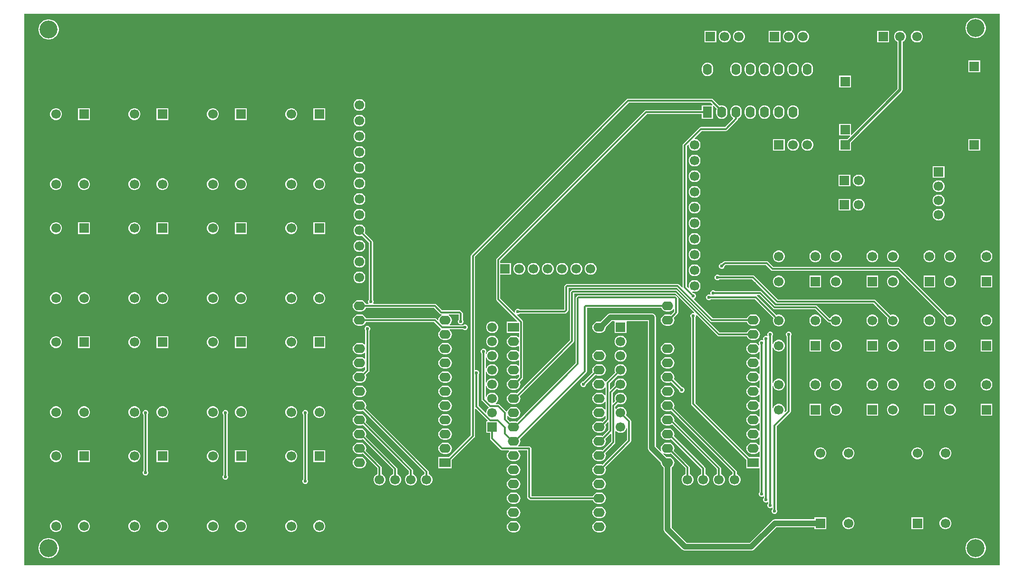
<source format=gbr>
%TF.GenerationSoftware,Altium Limited,Altium Designer,21.4.1 (30)*%
G04 Layer_Physical_Order=2*
G04 Layer_Color=16711680*
%FSLAX45Y45*%
%MOMM*%
%TF.SameCoordinates,DE4E361F-B2E7-428B-8DBD-4CB4FFEE74F0*%
%TF.FilePolarity,Positive*%
%TF.FileFunction,Copper,L2,Bot,Signal*%
%TF.Part,Single*%
G01*
G75*
%TA.AperFunction,Conductor*%
%ADD10C,0.30000*%
%ADD11C,1.00000*%
%ADD12C,0.50000*%
%TA.AperFunction,ComponentPad*%
%ADD13R,1.60000X2.00000*%
%ADD14O,1.60000X2.00000*%
%ADD15R,2.00000X1.60000*%
%ADD16O,2.00000X1.60000*%
%ADD17R,1.70000X1.70000*%
%ADD18C,1.70000*%
%ADD19R,1.70000X1.70000*%
%ADD20C,3.20000*%
%TA.AperFunction,ViaPad*%
%ADD21C,0.60000*%
G36*
X30581601Y23037724D02*
X30581598Y13207999D01*
X13208000Y13208000D01*
Y23037801D01*
X30581601Y23037724D01*
D02*
G37*
%LPC*%
G36*
X30167529Y22963800D02*
X30132071D01*
X30097296Y22956883D01*
X30064539Y22943314D01*
X30035056Y22923615D01*
X30009985Y22898543D01*
X29990286Y22869061D01*
X29976718Y22836304D01*
X29969800Y22801527D01*
Y22766072D01*
X29976718Y22731296D01*
X29990286Y22698538D01*
X30009985Y22669057D01*
X30035056Y22643985D01*
X30064539Y22624286D01*
X30097296Y22610716D01*
X30132071Y22603799D01*
X30167529D01*
X30202304Y22610716D01*
X30235062Y22624286D01*
X30264542Y22643985D01*
X30289615Y22669057D01*
X30309314Y22698538D01*
X30322882Y22731296D01*
X30329800Y22766072D01*
Y22801527D01*
X30322882Y22836304D01*
X30309314Y22869061D01*
X30289615Y22898543D01*
X30264542Y22923615D01*
X30235062Y22943314D01*
X30202304Y22956883D01*
X30167529Y22963800D01*
D02*
G37*
G36*
X13657529Y22938400D02*
X13622072D01*
X13587296Y22931483D01*
X13554538Y22917914D01*
X13525056Y22898215D01*
X13499985Y22873143D01*
X13480286Y22843661D01*
X13466718Y22810904D01*
X13459801Y22776128D01*
Y22740672D01*
X13466718Y22705896D01*
X13480286Y22673138D01*
X13499985Y22643657D01*
X13525056Y22618585D01*
X13554538Y22598886D01*
X13587296Y22585316D01*
X13622072Y22578400D01*
X13657529D01*
X13692303Y22585316D01*
X13725063Y22598886D01*
X13754543Y22618585D01*
X13779614Y22643657D01*
X13799313Y22673138D01*
X13812883Y22705896D01*
X13819800Y22740672D01*
Y22776128D01*
X13812883Y22810904D01*
X13799313Y22843661D01*
X13779614Y22873143D01*
X13754543Y22898215D01*
X13725063Y22917914D01*
X13692303Y22931483D01*
X13657529Y22938400D01*
D02*
G37*
G36*
X29117422Y22736400D02*
X29089777D01*
X29063071Y22729243D01*
X29039130Y22715421D01*
X29019580Y22695871D01*
X29005756Y22671928D01*
X28998599Y22645222D01*
Y22617577D01*
X29005756Y22590872D01*
X29019580Y22566930D01*
X29039130Y22547379D01*
X29063071Y22533556D01*
X29089777Y22526401D01*
X29117422D01*
X29144128Y22533556D01*
X29168073Y22547379D01*
X29187622Y22566930D01*
X29201443Y22590872D01*
X29208600Y22617577D01*
Y22645222D01*
X29201443Y22671928D01*
X29187622Y22695871D01*
X29168073Y22715421D01*
X29144128Y22729243D01*
X29117422Y22736400D01*
D02*
G37*
G36*
X28608600D02*
X28398599D01*
Y22526401D01*
X28608600D01*
Y22736400D01*
D02*
G37*
G36*
X27090222D02*
X27062576D01*
X27035873Y22729243D01*
X27011929Y22715421D01*
X26992380Y22695871D01*
X26978555Y22671928D01*
X26971399Y22645222D01*
Y22617577D01*
X26978555Y22590872D01*
X26992380Y22566930D01*
X27011929Y22547379D01*
X27035873Y22533556D01*
X27062576Y22526401D01*
X27090222D01*
X27116928Y22533556D01*
X27140872Y22547379D01*
X27160422Y22566930D01*
X27174243Y22590872D01*
X27181400Y22617577D01*
Y22645222D01*
X27174243Y22671928D01*
X27160422Y22695871D01*
X27140872Y22715421D01*
X27116928Y22729243D01*
X27090222Y22736400D01*
D02*
G37*
G36*
X26836224D02*
X26808578D01*
X26781873Y22729243D01*
X26757928Y22715421D01*
X26738379Y22695871D01*
X26724557Y22671928D01*
X26717401Y22645222D01*
Y22617577D01*
X26724557Y22590872D01*
X26738379Y22566930D01*
X26757928Y22547379D01*
X26781873Y22533556D01*
X26808578Y22526401D01*
X26836224D01*
X26862927Y22533556D01*
X26886871Y22547379D01*
X26906421Y22566930D01*
X26920245Y22590872D01*
X26927399Y22617577D01*
Y22645222D01*
X26920245Y22671928D01*
X26906421Y22695871D01*
X26886871Y22715421D01*
X26862927Y22729243D01*
X26836224Y22736400D01*
D02*
G37*
G36*
X26673401D02*
X26463400D01*
Y22526401D01*
X26673401D01*
Y22736400D01*
D02*
G37*
G36*
X25947223D02*
X25919577D01*
X25892871Y22729243D01*
X25868930Y22715421D01*
X25849380Y22695871D01*
X25835556Y22671928D01*
X25828400Y22645222D01*
Y22617577D01*
X25835556Y22590872D01*
X25849380Y22566930D01*
X25868930Y22547379D01*
X25892871Y22533556D01*
X25919577Y22526401D01*
X25947223D01*
X25973929Y22533556D01*
X25997870Y22547379D01*
X26017422Y22566930D01*
X26031244Y22590872D01*
X26038400Y22617577D01*
Y22645222D01*
X26031244Y22671928D01*
X26017422Y22695871D01*
X25997870Y22715421D01*
X25973929Y22729243D01*
X25947223Y22736400D01*
D02*
G37*
G36*
X25693222D02*
X25665576D01*
X25638873Y22729243D01*
X25614929Y22715421D01*
X25595380Y22695871D01*
X25581557Y22671928D01*
X25574400Y22645222D01*
Y22617577D01*
X25581557Y22590872D01*
X25595380Y22566930D01*
X25614929Y22547379D01*
X25638873Y22533556D01*
X25665576Y22526401D01*
X25693222D01*
X25719928Y22533556D01*
X25743872Y22547379D01*
X25763422Y22566930D01*
X25777243Y22590872D01*
X25784399Y22617577D01*
Y22645222D01*
X25777243Y22671928D01*
X25763422Y22695871D01*
X25743872Y22715421D01*
X25719928Y22729243D01*
X25693222Y22736400D01*
D02*
G37*
G36*
X25530400D02*
X25320399D01*
Y22526401D01*
X25530400D01*
Y22736400D01*
D02*
G37*
G36*
X30229401Y22206000D02*
X30019400D01*
Y21996001D01*
X30229401D01*
Y22206000D01*
D02*
G37*
G36*
X27152600Y22168063D02*
X27126495Y22164626D01*
X27102170Y22154550D01*
X27081281Y22138521D01*
X27065250Y22117632D01*
X27055173Y22093304D01*
X27051736Y22067200D01*
Y22027200D01*
X27055173Y22001096D01*
X27065250Y21976768D01*
X27081281Y21955879D01*
X27102170Y21939850D01*
X27126495Y21929774D01*
X27152600Y21926337D01*
X27178705Y21929774D01*
X27203030Y21939850D01*
X27223920Y21955879D01*
X27239951Y21976768D01*
X27250027Y22001096D01*
X27253464Y22027200D01*
Y22067200D01*
X27250027Y22093304D01*
X27239951Y22117632D01*
X27223920Y22138521D01*
X27203030Y22154550D01*
X27178705Y22164626D01*
X27152600Y22168063D01*
D02*
G37*
G36*
X26898599D02*
X26872495Y22164626D01*
X26848169Y22154550D01*
X26827280Y22138521D01*
X26811249Y22117632D01*
X26801175Y22093304D01*
X26797736Y22067200D01*
Y22027200D01*
X26801175Y22001096D01*
X26811249Y21976768D01*
X26827280Y21955879D01*
X26848169Y21939850D01*
X26872495Y21929774D01*
X26898599Y21926337D01*
X26924704Y21929774D01*
X26949030Y21939850D01*
X26969922Y21955879D01*
X26985950Y21976768D01*
X26996027Y22001096D01*
X26999463Y22027200D01*
Y22067200D01*
X26996027Y22093304D01*
X26985950Y22117632D01*
X26969922Y22138521D01*
X26949030Y22154550D01*
X26924704Y22164626D01*
X26898599Y22168063D01*
D02*
G37*
G36*
X26644601D02*
X26618494Y22164626D01*
X26594168Y22154550D01*
X26573279Y22138521D01*
X26557251Y22117632D01*
X26547174Y22093304D01*
X26543738Y22067200D01*
Y22027200D01*
X26547174Y22001096D01*
X26557251Y21976768D01*
X26573279Y21955879D01*
X26594168Y21939850D01*
X26618494Y21929774D01*
X26644601Y21926337D01*
X26670706Y21929774D01*
X26695032Y21939850D01*
X26715921Y21955879D01*
X26731949Y21976768D01*
X26742026Y22001096D01*
X26745462Y22027200D01*
Y22067200D01*
X26742026Y22093304D01*
X26731949Y22117632D01*
X26715921Y22138521D01*
X26695032Y22154550D01*
X26670706Y22164626D01*
X26644601Y22168063D01*
D02*
G37*
G36*
X26390601D02*
X26364496Y22164626D01*
X26340170Y22154550D01*
X26319278Y22138521D01*
X26303250Y22117632D01*
X26293173Y22093304D01*
X26289737Y22067200D01*
Y22027200D01*
X26293173Y22001096D01*
X26303250Y21976768D01*
X26319278Y21955879D01*
X26340170Y21939850D01*
X26364496Y21929774D01*
X26390601Y21926337D01*
X26416705Y21929774D01*
X26441031Y21939850D01*
X26461920Y21955879D01*
X26477951Y21976768D01*
X26488025Y22001096D01*
X26491464Y22027200D01*
Y22067200D01*
X26488025Y22093304D01*
X26477951Y22117632D01*
X26461920Y22138521D01*
X26441031Y22154550D01*
X26416705Y22164626D01*
X26390601Y22168063D01*
D02*
G37*
G36*
X26136600D02*
X26110495Y22164626D01*
X26086169Y22154550D01*
X26065280Y22138521D01*
X26049249Y22117632D01*
X26039175Y22093304D01*
X26035736Y22067200D01*
Y22027200D01*
X26039175Y22001096D01*
X26049249Y21976768D01*
X26065280Y21955879D01*
X26086169Y21939850D01*
X26110495Y21929774D01*
X26136600Y21926337D01*
X26162704Y21929774D01*
X26187030Y21939850D01*
X26207922Y21955879D01*
X26223950Y21976768D01*
X26234027Y22001096D01*
X26237463Y22027200D01*
Y22067200D01*
X26234027Y22093304D01*
X26223950Y22117632D01*
X26207922Y22138521D01*
X26187030Y22154550D01*
X26162704Y22164626D01*
X26136600Y22168063D01*
D02*
G37*
G36*
X25882599D02*
X25856494Y22164626D01*
X25832169Y22154550D01*
X25811279Y22138521D01*
X25795251Y22117632D01*
X25785175Y22093304D01*
X25781738Y22067200D01*
Y22027200D01*
X25785175Y22001096D01*
X25795251Y21976768D01*
X25811279Y21955879D01*
X25832169Y21939850D01*
X25856494Y21929774D01*
X25882599Y21926337D01*
X25908704Y21929774D01*
X25933032Y21939850D01*
X25953922Y21955879D01*
X25969949Y21976768D01*
X25980026Y22001096D01*
X25983463Y22027200D01*
Y22067200D01*
X25980026Y22093304D01*
X25969949Y22117632D01*
X25953922Y22138521D01*
X25933032Y22154550D01*
X25908704Y22164626D01*
X25882599Y22168063D01*
D02*
G37*
G36*
X25374600D02*
X25348495Y22164626D01*
X25324168Y22154550D01*
X25303279Y22138521D01*
X25287250Y22117632D01*
X25277174Y22093304D01*
X25273737Y22067200D01*
Y22027200D01*
X25277174Y22001096D01*
X25287250Y21976768D01*
X25303279Y21955879D01*
X25324168Y21939850D01*
X25348495Y21929774D01*
X25374600Y21926337D01*
X25400705Y21929774D01*
X25425031Y21939850D01*
X25445921Y21955879D01*
X25461951Y21976768D01*
X25472026Y22001096D01*
X25475462Y22027200D01*
Y22067200D01*
X25472026Y22093304D01*
X25461951Y22117632D01*
X25445921Y22138521D01*
X25425031Y22154550D01*
X25400705Y22164626D01*
X25374600Y22168063D01*
D02*
G37*
G36*
X27929401Y21936000D02*
X27719400D01*
Y21725999D01*
X27929401D01*
Y21936000D01*
D02*
G37*
G36*
X19188823Y21517200D02*
X19161177D01*
X19134473Y21510043D01*
X19110529Y21496220D01*
X19090979Y21476671D01*
X19077156Y21452728D01*
X19070000Y21426022D01*
Y21398376D01*
X19077156Y21371672D01*
X19090979Y21347729D01*
X19110529Y21328178D01*
X19134473Y21314355D01*
X19161177Y21307201D01*
X19188823D01*
X19215527Y21314355D01*
X19239471Y21328178D01*
X19259021Y21347729D01*
X19272844Y21371672D01*
X19280000Y21398376D01*
Y21426022D01*
X19272844Y21452728D01*
X19259021Y21476671D01*
X19239471Y21496220D01*
X19215527Y21510043D01*
X19188823Y21517200D01*
D02*
G37*
G36*
X26898599Y21406062D02*
X26872495Y21402626D01*
X26848169Y21392551D01*
X26827280Y21376521D01*
X26811249Y21355632D01*
X26801175Y21331305D01*
X26797736Y21305200D01*
Y21265199D01*
X26801175Y21239095D01*
X26811249Y21214767D01*
X26827280Y21193880D01*
X26848169Y21177850D01*
X26872495Y21167773D01*
X26898599Y21164337D01*
X26924704Y21167773D01*
X26949030Y21177850D01*
X26969922Y21193880D01*
X26985950Y21214767D01*
X26996027Y21239095D01*
X26999463Y21265199D01*
Y21305200D01*
X26996027Y21331305D01*
X26985950Y21355632D01*
X26969922Y21376521D01*
X26949030Y21392551D01*
X26924704Y21402626D01*
X26898599Y21406062D01*
D02*
G37*
G36*
X26644601D02*
X26618494Y21402626D01*
X26594168Y21392551D01*
X26573279Y21376521D01*
X26557251Y21355632D01*
X26547174Y21331305D01*
X26543738Y21305200D01*
Y21265199D01*
X26547174Y21239095D01*
X26557251Y21214767D01*
X26573279Y21193880D01*
X26594168Y21177850D01*
X26618494Y21167773D01*
X26644601Y21164337D01*
X26670706Y21167773D01*
X26695032Y21177850D01*
X26715921Y21193880D01*
X26731949Y21214767D01*
X26742026Y21239095D01*
X26745462Y21265199D01*
Y21305200D01*
X26742026Y21331305D01*
X26731949Y21355632D01*
X26715921Y21376521D01*
X26695032Y21392551D01*
X26670706Y21402626D01*
X26644601Y21406062D01*
D02*
G37*
G36*
X26390601D02*
X26364496Y21402626D01*
X26340170Y21392551D01*
X26319278Y21376521D01*
X26303250Y21355632D01*
X26293173Y21331305D01*
X26289737Y21305200D01*
Y21265199D01*
X26293173Y21239095D01*
X26303250Y21214767D01*
X26319278Y21193880D01*
X26340170Y21177850D01*
X26364496Y21167773D01*
X26390601Y21164337D01*
X26416705Y21167773D01*
X26441031Y21177850D01*
X26461920Y21193880D01*
X26477951Y21214767D01*
X26488025Y21239095D01*
X26491464Y21265199D01*
Y21305200D01*
X26488025Y21331305D01*
X26477951Y21355632D01*
X26461920Y21376521D01*
X26441031Y21392551D01*
X26416705Y21402626D01*
X26390601Y21406062D01*
D02*
G37*
G36*
X26136600D02*
X26110495Y21402626D01*
X26086169Y21392551D01*
X26065280Y21376521D01*
X26049249Y21355632D01*
X26039175Y21331305D01*
X26035736Y21305200D01*
Y21265199D01*
X26039175Y21239095D01*
X26049249Y21214767D01*
X26065280Y21193880D01*
X26086169Y21177850D01*
X26110495Y21167773D01*
X26136600Y21164337D01*
X26162704Y21167773D01*
X26187030Y21177850D01*
X26207922Y21193880D01*
X26223950Y21214767D01*
X26234027Y21239095D01*
X26237463Y21265199D01*
Y21305200D01*
X26234027Y21331305D01*
X26223950Y21355632D01*
X26207922Y21376521D01*
X26187030Y21392551D01*
X26162704Y21402626D01*
X26136600Y21406062D01*
D02*
G37*
G36*
X18566800Y21354800D02*
X18356799D01*
Y21144800D01*
X18566800D01*
Y21354800D01*
D02*
G37*
G36*
X17975623D02*
X17947977D01*
X17921271Y21347644D01*
X17897330Y21333821D01*
X17877779Y21314272D01*
X17863956Y21290329D01*
X17856799Y21263623D01*
Y21235977D01*
X17863956Y21209271D01*
X17877779Y21185329D01*
X17897330Y21165779D01*
X17921271Y21151956D01*
X17947977Y21144800D01*
X17975623D01*
X18002328Y21151956D01*
X18026271Y21165779D01*
X18045821Y21185329D01*
X18059644Y21209271D01*
X18066800Y21235977D01*
Y21263623D01*
X18059644Y21290329D01*
X18045821Y21314272D01*
X18026271Y21333821D01*
X18002328Y21347644D01*
X17975623Y21354800D01*
D02*
G37*
G36*
X17169800D02*
X16959801D01*
Y21144800D01*
X17169800D01*
Y21354800D01*
D02*
G37*
G36*
X16578622D02*
X16550977D01*
X16524271Y21347644D01*
X16500330Y21333821D01*
X16480779Y21314272D01*
X16466956Y21290329D01*
X16459801Y21263623D01*
Y21235977D01*
X16466956Y21209271D01*
X16480779Y21185329D01*
X16500330Y21165779D01*
X16524271Y21151956D01*
X16550977Y21144800D01*
X16578622D01*
X16605328Y21151956D01*
X16629271Y21165779D01*
X16648820Y21185329D01*
X16662643Y21209271D01*
X16669800Y21235977D01*
Y21263623D01*
X16662643Y21290329D01*
X16648820Y21314272D01*
X16629271Y21333821D01*
X16605328Y21347644D01*
X16578622Y21354800D01*
D02*
G37*
G36*
X15772800D02*
X15562801D01*
Y21144800D01*
X15772800D01*
Y21354800D01*
D02*
G37*
G36*
X15181622D02*
X15153976D01*
X15127271Y21347644D01*
X15103329Y21333821D01*
X15083778Y21314272D01*
X15069955Y21290329D01*
X15062801Y21263623D01*
Y21235977D01*
X15069955Y21209271D01*
X15083778Y21185329D01*
X15103329Y21165779D01*
X15127271Y21151956D01*
X15153976Y21144800D01*
X15181622D01*
X15208328Y21151956D01*
X15232271Y21165779D01*
X15251820Y21185329D01*
X15265643Y21209271D01*
X15272800Y21235977D01*
Y21263623D01*
X15265643Y21290329D01*
X15251820Y21314272D01*
X15232271Y21333821D01*
X15208328Y21347644D01*
X15181622Y21354800D01*
D02*
G37*
G36*
X14375800D02*
X14165800D01*
Y21144800D01*
X14375800D01*
Y21354800D01*
D02*
G37*
G36*
X13784624D02*
X13756976D01*
X13730270Y21347644D01*
X13706329Y21333821D01*
X13686778Y21314272D01*
X13672955Y21290329D01*
X13665800Y21263623D01*
Y21235977D01*
X13672955Y21209271D01*
X13686778Y21185329D01*
X13706329Y21165779D01*
X13730270Y21151956D01*
X13756976Y21144800D01*
X13784624D01*
X13811328Y21151956D01*
X13835271Y21165779D01*
X13854820Y21185329D01*
X13868645Y21209271D01*
X13875800Y21235977D01*
Y21263623D01*
X13868645Y21290329D01*
X13854820Y21314272D01*
X13835271Y21333821D01*
X13811328Y21347644D01*
X13784624Y21354800D01*
D02*
G37*
G36*
X19188823Y21237801D02*
X19161177D01*
X19134473Y21230644D01*
X19110529Y21216821D01*
X19090979Y21197272D01*
X19077156Y21173328D01*
X19070000Y21146623D01*
Y21118977D01*
X19077156Y21092271D01*
X19090979Y21068329D01*
X19110529Y21048779D01*
X19134473Y21034956D01*
X19161177Y21027800D01*
X19188823D01*
X19215527Y21034956D01*
X19239471Y21048779D01*
X19259021Y21068329D01*
X19272844Y21092271D01*
X19280000Y21118977D01*
Y21146623D01*
X19272844Y21173328D01*
X19259021Y21197272D01*
X19239471Y21216821D01*
X19215527Y21230644D01*
X19188823Y21237801D01*
D02*
G37*
G36*
X28817422Y22736400D02*
X28789777D01*
X28763071Y22729243D01*
X28739130Y22715421D01*
X28719580Y22695871D01*
X28705756Y22671928D01*
X28698599Y22645222D01*
Y22617577D01*
X28705756Y22590872D01*
X28719580Y22566930D01*
X28739130Y22547379D01*
X28757718Y22536647D01*
Y21699205D01*
X27941132Y20882619D01*
X27929401Y20887480D01*
Y21075999D01*
X27719400D01*
Y20866000D01*
X27907919D01*
X27912781Y20854266D01*
X27864514Y20806000D01*
X27719400D01*
Y20596001D01*
X27929401D01*
Y20741113D01*
X28836044Y21647757D01*
X28845990Y21662642D01*
X28849481Y21680200D01*
Y22536647D01*
X28868073Y22547379D01*
X28887622Y22566930D01*
X28901443Y22590872D01*
X28908600Y22617577D01*
Y22645222D01*
X28901443Y22671928D01*
X28887622Y22695871D01*
X28868073Y22715421D01*
X28844128Y22729243D01*
X28817422Y22736400D01*
D02*
G37*
G36*
X19188823Y20958400D02*
X19161177D01*
X19134473Y20951244D01*
X19110529Y20937421D01*
X19090979Y20917871D01*
X19077156Y20893929D01*
X19070000Y20867223D01*
Y20839577D01*
X19077156Y20812872D01*
X19090979Y20788930D01*
X19110529Y20769379D01*
X19134473Y20755556D01*
X19161177Y20748399D01*
X19188823D01*
X19215527Y20755556D01*
X19239471Y20769379D01*
X19259021Y20788930D01*
X19272844Y20812872D01*
X19280000Y20839577D01*
Y20867223D01*
X19272844Y20893929D01*
X19259021Y20917871D01*
X19239471Y20937421D01*
X19215527Y20951244D01*
X19188823Y20958400D01*
D02*
G37*
G36*
X30229401Y20806000D02*
X30019400D01*
Y20596001D01*
X30229401D01*
Y20806000D01*
D02*
G37*
G36*
X27166422D02*
X27138776D01*
X27112073Y20798843D01*
X27088129Y20785020D01*
X27068579Y20765471D01*
X27054755Y20741528D01*
X27047601Y20714822D01*
Y20687177D01*
X27054755Y20660472D01*
X27068579Y20636530D01*
X27088129Y20616978D01*
X27112073Y20603156D01*
X27138776Y20596001D01*
X27166422D01*
X27193127Y20603156D01*
X27217072Y20616978D01*
X27236621Y20636530D01*
X27250443Y20660472D01*
X27257599Y20687177D01*
Y20714822D01*
X27250443Y20741528D01*
X27236621Y20765471D01*
X27217072Y20785020D01*
X27193127Y20798843D01*
X27166422Y20806000D01*
D02*
G37*
G36*
X26912424D02*
X26884778D01*
X26858072Y20798843D01*
X26834128Y20785020D01*
X26814578Y20765471D01*
X26800757Y20741528D01*
X26793600Y20714822D01*
Y20687177D01*
X26800757Y20660472D01*
X26814578Y20636530D01*
X26834128Y20616978D01*
X26858072Y20603156D01*
X26884778Y20596001D01*
X26912424D01*
X26939127Y20603156D01*
X26963071Y20616978D01*
X26982620Y20636530D01*
X26996445Y20660472D01*
X27003601Y20687177D01*
Y20714822D01*
X26996445Y20741528D01*
X26982620Y20765471D01*
X26963071Y20785020D01*
X26939127Y20798843D01*
X26912424Y20806000D01*
D02*
G37*
G36*
X26749600D02*
X26539600D01*
Y20596001D01*
X26749600D01*
Y20806000D01*
D02*
G37*
G36*
X25445399Y21524086D02*
X23961304D01*
X23947646Y21521368D01*
X23936069Y21513634D01*
X21169566Y18747131D01*
X21161832Y18735555D01*
X21159114Y18721898D01*
Y15525381D01*
X20770532Y15136800D01*
X20581000D01*
Y14936800D01*
X20821001D01*
Y15086333D01*
X21220033Y15485367D01*
X21227769Y15496944D01*
X21230486Y15510600D01*
Y15996381D01*
X21243185Y16001640D01*
X21456294Y15788533D01*
X21451434Y15776801D01*
X21434200D01*
Y15566800D01*
X21503514D01*
Y15468600D01*
X21506232Y15454944D01*
X21513966Y15443365D01*
X21691766Y15265565D01*
X21703345Y15257831D01*
X21717000Y15255115D01*
X21834073D01*
X21838383Y15242413D01*
X21828879Y15235121D01*
X21812849Y15214230D01*
X21802774Y15189905D01*
X21799336Y15163800D01*
X21802774Y15137695D01*
X21812849Y15113370D01*
X21828879Y15092479D01*
X21849768Y15076450D01*
X21874095Y15066374D01*
X21900200Y15062936D01*
X21940199D01*
X21966306Y15066374D01*
X21990633Y15076450D01*
X22011520Y15092479D01*
X22027550Y15113370D01*
X22037627Y15137695D01*
X22041063Y15163800D01*
X22037627Y15189905D01*
X22027550Y15214230D01*
X22011520Y15235121D01*
X22002016Y15242413D01*
X22006326Y15255115D01*
X22163914D01*
Y14427200D01*
X22166631Y14413544D01*
X22174367Y14401965D01*
X22199767Y14376566D01*
X22211343Y14368831D01*
X22225000Y14366113D01*
X23330743D01*
X23336850Y14351369D01*
X23352879Y14330479D01*
X23373769Y14314450D01*
X23398096Y14304375D01*
X23424200Y14300937D01*
X23464200D01*
X23490305Y14304375D01*
X23514632Y14314450D01*
X23535521Y14330479D01*
X23551550Y14351369D01*
X23561626Y14375694D01*
X23565063Y14401801D01*
X23561626Y14427905D01*
X23551550Y14452231D01*
X23535521Y14473122D01*
X23514632Y14489149D01*
X23490305Y14499226D01*
X23464200Y14502663D01*
X23424200D01*
X23398096Y14499226D01*
X23373769Y14489149D01*
X23352879Y14473122D01*
X23336850Y14452231D01*
X23330743Y14437486D01*
X22239783D01*
X22235286Y14441982D01*
Y15290800D01*
X22232568Y15304456D01*
X22224834Y15316034D01*
X22213255Y15323769D01*
X22199600Y15326486D01*
X22006326D01*
X22002016Y15339186D01*
X22011520Y15346478D01*
X22027550Y15367369D01*
X22037627Y15391695D01*
X22041063Y15417799D01*
X22037627Y15443906D01*
X22033099Y15454832D01*
X23215434Y16637166D01*
X23223169Y16648744D01*
X23225887Y16662399D01*
Y17795114D01*
X24549944D01*
X24556050Y17780370D01*
X24572079Y17759479D01*
X24592969Y17743449D01*
X24617294Y17733374D01*
X24643401Y17729938D01*
X24683400D01*
X24709505Y17733374D01*
X24733832Y17743449D01*
X24754721Y17759479D01*
X24767413Y17776022D01*
X24780115Y17771712D01*
Y17723982D01*
X24724251Y17668118D01*
X24709505Y17674226D01*
X24683400Y17677663D01*
X24643401D01*
X24617294Y17674226D01*
X24592969Y17664149D01*
X24572079Y17648122D01*
X24556050Y17627231D01*
X24545975Y17602905D01*
X24542537Y17576801D01*
X24545975Y17550694D01*
X24556050Y17526369D01*
X24572079Y17505479D01*
X24592969Y17489450D01*
X24617294Y17479375D01*
X24643401Y17475937D01*
X24683400D01*
X24709505Y17479375D01*
X24733832Y17489450D01*
X24754721Y17505479D01*
X24770750Y17526369D01*
X24780826Y17550694D01*
X24784264Y17576801D01*
X24780826Y17602905D01*
X24774718Y17617651D01*
X24841034Y17683966D01*
X24848769Y17695544D01*
X24851486Y17709200D01*
Y17965627D01*
X24848769Y17979283D01*
X24841034Y17990860D01*
X24823460Y18008434D01*
X24811884Y18016170D01*
X24798225Y18018886D01*
X23080774D01*
X23067117Y18016170D01*
X23055540Y18008434D01*
X23037965Y17990860D01*
X23030231Y17979283D01*
X23027515Y17965627D01*
Y16809583D01*
X21981052Y15763118D01*
X21966306Y15769226D01*
X21940199Y15772662D01*
X21900200D01*
X21874095Y15769226D01*
X21859349Y15763118D01*
X21803487Y15818982D01*
Y15866711D01*
X21816187Y15871022D01*
X21828879Y15854478D01*
X21849768Y15838451D01*
X21874095Y15828374D01*
X21900200Y15824937D01*
X21940199D01*
X21966306Y15828374D01*
X21990633Y15838451D01*
X22011520Y15854478D01*
X22027550Y15875369D01*
X22037627Y15899695D01*
X22041063Y15925800D01*
X22037627Y15951904D01*
X22027550Y15976231D01*
X22011520Y15997121D01*
X21990633Y16013150D01*
X21966306Y16023225D01*
X21940199Y16026663D01*
X21900200D01*
X21874095Y16023225D01*
X21849768Y16013150D01*
X21828879Y15997121D01*
X21812849Y15976231D01*
X21804669Y15956480D01*
X21800375Y15954469D01*
X21793114Y15953346D01*
X21790300Y15953767D01*
X21673035Y16071034D01*
X21661456Y16078769D01*
X21647800Y16081487D01*
X21604314D01*
X21600911Y16094186D01*
X21603671Y16095779D01*
X21623221Y16115329D01*
X21637044Y16139272D01*
X21644200Y16165977D01*
Y16193623D01*
X21637044Y16220328D01*
X21623221Y16244270D01*
X21603671Y16263821D01*
X21579729Y16277644D01*
X21553023Y16284801D01*
X21525377D01*
X21498672Y16277644D01*
X21474728Y16263821D01*
X21455179Y16244270D01*
X21441356Y16220328D01*
X21435185Y16197302D01*
X21422485Y16198975D01*
Y16414626D01*
X21435185Y16416298D01*
X21441356Y16393272D01*
X21455179Y16369328D01*
X21474728Y16349779D01*
X21498672Y16335956D01*
X21525377Y16328799D01*
X21553023D01*
X21579729Y16335956D01*
X21603671Y16349779D01*
X21623221Y16369328D01*
X21637044Y16393272D01*
X21644200Y16419977D01*
Y16447623D01*
X21637044Y16474329D01*
X21623221Y16498271D01*
X21603671Y16517821D01*
X21579729Y16531644D01*
X21553023Y16538800D01*
X21525377D01*
X21498672Y16531644D01*
X21474728Y16517821D01*
X21455179Y16498271D01*
X21441356Y16474329D01*
X21435185Y16451302D01*
X21422485Y16452974D01*
Y16668626D01*
X21435185Y16670297D01*
X21441356Y16647272D01*
X21455179Y16623329D01*
X21474728Y16603780D01*
X21498672Y16589957D01*
X21525377Y16582800D01*
X21553023D01*
X21579729Y16589957D01*
X21603671Y16603780D01*
X21623221Y16623329D01*
X21637044Y16647272D01*
X21644200Y16673978D01*
Y16701624D01*
X21637044Y16728328D01*
X21623221Y16752271D01*
X21603671Y16771822D01*
X21579729Y16785645D01*
X21553023Y16792799D01*
X21525377D01*
X21498672Y16785645D01*
X21474728Y16771822D01*
X21455179Y16752271D01*
X21441356Y16728328D01*
X21435185Y16705302D01*
X21422485Y16706973D01*
Y16922626D01*
X21435185Y16924298D01*
X21441356Y16901273D01*
X21455179Y16877328D01*
X21474728Y16857779D01*
X21498672Y16843956D01*
X21525377Y16836800D01*
X21553023D01*
X21579729Y16843956D01*
X21603671Y16857779D01*
X21623221Y16877328D01*
X21637044Y16901273D01*
X21644200Y16927977D01*
Y16955623D01*
X21637044Y16982327D01*
X21623221Y17006271D01*
X21603671Y17025821D01*
X21579729Y17039644D01*
X21553023Y17046800D01*
X21525377D01*
X21498672Y17039644D01*
X21474728Y17025821D01*
X21455179Y17006271D01*
X21441356Y16982327D01*
X21435185Y16959302D01*
X21422485Y16960974D01*
Y16982974D01*
X21429189Y16989677D01*
X21436800Y17008054D01*
Y17027946D01*
X21429189Y17046323D01*
X21415123Y17060388D01*
X21396745Y17067999D01*
X21376854D01*
X21358476Y17060388D01*
X21344412Y17046323D01*
X21336800Y17027946D01*
Y17008054D01*
X21344412Y16989677D01*
X21351114Y16982974D01*
Y16162494D01*
X21353831Y16148837D01*
X21361566Y16137260D01*
X21474483Y16024344D01*
X21474696Y16011684D01*
X21473428Y16008521D01*
X21455179Y15990271D01*
X21441356Y15966328D01*
X21434200Y15939622D01*
Y15929523D01*
X21421500Y15924261D01*
X21295486Y16050276D01*
Y16601974D01*
X21302188Y16608678D01*
X21309801Y16627054D01*
Y16646947D01*
X21302188Y16665323D01*
X21288123Y16679388D01*
X21269746Y16687000D01*
X21249854D01*
X21243185Y16684238D01*
X21230486Y16692725D01*
Y18707117D01*
X23976083Y21452715D01*
X25430618D01*
X25465433Y21417900D01*
X25460172Y21405200D01*
X25274600D01*
Y21320886D01*
X24282401D01*
X24268744Y21318169D01*
X24257166Y21310434D01*
X21622566Y18675835D01*
X21614832Y18664256D01*
X21612114Y18650600D01*
Y17951697D01*
X21614832Y17938042D01*
X21622566Y17926463D01*
X21987497Y17561533D01*
X21982637Y17549800D01*
X21800200D01*
Y17349800D01*
X22019514D01*
Y17276743D01*
X22006815Y17270732D01*
X21990633Y17283150D01*
X21966306Y17293227D01*
X21940199Y17296663D01*
X21900200D01*
X21874095Y17293227D01*
X21849768Y17283150D01*
X21828879Y17267120D01*
X21812849Y17246231D01*
X21802774Y17221906D01*
X21799336Y17195799D01*
X21802774Y17169695D01*
X21812849Y17145369D01*
X21828879Y17124480D01*
X21849768Y17108450D01*
X21874095Y17098373D01*
X21900200Y17094937D01*
X21940199D01*
X21966306Y17098373D01*
X21990633Y17108450D01*
X22006815Y17120868D01*
X22019514Y17114857D01*
Y17022742D01*
X22006815Y17016731D01*
X21990633Y17029150D01*
X21966306Y17039226D01*
X21940199Y17042664D01*
X21900200D01*
X21874095Y17039226D01*
X21849768Y17029150D01*
X21828879Y17013121D01*
X21812849Y16992232D01*
X21802774Y16967905D01*
X21799336Y16941800D01*
X21802774Y16915695D01*
X21812849Y16891370D01*
X21828879Y16870479D01*
X21849768Y16854449D01*
X21874095Y16844374D01*
X21900200Y16840936D01*
X21940199D01*
X21966306Y16844374D01*
X21990633Y16854449D01*
X22006815Y16866869D01*
X22019514Y16860858D01*
Y16768742D01*
X22006815Y16762732D01*
X21990633Y16775150D01*
X21966306Y16785226D01*
X21940199Y16788663D01*
X21900200D01*
X21874095Y16785226D01*
X21849768Y16775150D01*
X21828879Y16759122D01*
X21812849Y16738231D01*
X21802774Y16713905D01*
X21799336Y16687801D01*
X21802774Y16661694D01*
X21812849Y16637369D01*
X21828879Y16616479D01*
X21849768Y16600450D01*
X21874095Y16590375D01*
X21900200Y16586937D01*
X21940199D01*
X21966306Y16590375D01*
X21990633Y16600450D01*
X22006815Y16612868D01*
X22019514Y16606857D01*
Y16563582D01*
X21981052Y16525117D01*
X21966306Y16531226D01*
X21940199Y16534663D01*
X21900200D01*
X21874095Y16531226D01*
X21849768Y16521150D01*
X21828879Y16505121D01*
X21812849Y16484232D01*
X21802774Y16459904D01*
X21799336Y16433800D01*
X21802774Y16407695D01*
X21812849Y16383369D01*
X21828879Y16362479D01*
X21849768Y16346449D01*
X21874095Y16336374D01*
X21900200Y16332938D01*
X21940199D01*
X21966306Y16336374D01*
X21990633Y16346449D01*
X22011520Y16362479D01*
X22027550Y16383369D01*
X22037627Y16407695D01*
X22041063Y16433800D01*
X22037627Y16459904D01*
X22031519Y16474651D01*
X22080434Y16523566D01*
X22088168Y16535144D01*
X22090886Y16548801D01*
Y17544296D01*
X22088168Y17557954D01*
X22080434Y17569531D01*
X21982498Y17667467D01*
X21984325Y17672884D01*
X21988725Y17679201D01*
X22006346D01*
X22024722Y17686812D01*
X22031425Y17693513D01*
X22834599D01*
X22848256Y17696231D01*
X22859834Y17703966D01*
X22885234Y17729366D01*
X22892969Y17740944D01*
X22895686Y17754601D01*
Y18150714D01*
X24826418D01*
X25425566Y17551566D01*
X25437144Y17543831D01*
X25450800Y17541113D01*
X26073944D01*
X26080051Y17526369D01*
X26096078Y17505479D01*
X26116968Y17489450D01*
X26141296Y17479375D01*
X26167401Y17475937D01*
X26207401D01*
X26233505Y17479375D01*
X26257831Y17489450D01*
X26278720Y17505479D01*
X26294751Y17526369D01*
X26304825Y17550694D01*
X26308264Y17576801D01*
X26304825Y17602905D01*
X26294751Y17627231D01*
X26278720Y17648122D01*
X26257831Y17664149D01*
X26233505Y17674226D01*
X26207401Y17677663D01*
X26167401D01*
X26141296Y17674226D01*
X26116968Y17664149D01*
X26096078Y17648122D01*
X26080051Y17627231D01*
X26073944Y17612486D01*
X25465582D01*
X25131200Y17946867D01*
X25135413Y17960616D01*
X25148923Y17966212D01*
X25162988Y17980276D01*
X25170599Y17998654D01*
Y18018546D01*
X25162988Y18036923D01*
X25148923Y18050987D01*
X25130547Y18058600D01*
X25121066D01*
X25104549Y18075119D01*
X25111122Y18086507D01*
X25130177Y18081400D01*
X25157823D01*
X25184528Y18088556D01*
X25208472Y18102379D01*
X25228021Y18121928D01*
X25241844Y18145872D01*
X25249001Y18172577D01*
Y18200223D01*
X25241844Y18226929D01*
X25228021Y18250871D01*
X25208472Y18270421D01*
X25184528Y18284244D01*
X25157823Y18291400D01*
X25130177D01*
X25103471Y18284244D01*
X25079529Y18270421D01*
X25059979Y18250871D01*
X25046156Y18226929D01*
X25039000Y18200223D01*
Y18172577D01*
X25044106Y18153522D01*
X25032719Y18146948D01*
X25003886Y18175781D01*
Y20680124D01*
X25026300Y20702538D01*
X25039000Y20697278D01*
Y20687177D01*
X25046156Y20660472D01*
X25059979Y20636530D01*
X25079529Y20616978D01*
X25103471Y20603156D01*
X25130177Y20596001D01*
X25157823D01*
X25184528Y20603156D01*
X25208472Y20616978D01*
X25228021Y20636530D01*
X25241844Y20660472D01*
X25249001Y20687177D01*
Y20714822D01*
X25241844Y20741528D01*
X25228021Y20765471D01*
X25208472Y20785020D01*
X25184528Y20798843D01*
X25157823Y20806000D01*
X25147722D01*
X25142462Y20818700D01*
X25272211Y20948450D01*
X25701065D01*
X25714722Y20951166D01*
X25726297Y20958902D01*
X25907834Y21140437D01*
X25915570Y21152014D01*
X25918286Y21165671D01*
Y21171742D01*
X25933032Y21177850D01*
X25953922Y21193880D01*
X25969949Y21214767D01*
X25980026Y21239095D01*
X25983463Y21265199D01*
Y21305200D01*
X25980026Y21331305D01*
X25969949Y21355632D01*
X25953922Y21376521D01*
X25933032Y21392551D01*
X25908704Y21402626D01*
X25882599Y21406062D01*
X25856494Y21402626D01*
X25832169Y21392551D01*
X25811279Y21376521D01*
X25795251Y21355632D01*
X25785175Y21331305D01*
X25781738Y21305200D01*
Y21265199D01*
X25785175Y21239095D01*
X25795251Y21214767D01*
X25811279Y21193880D01*
X25828876Y21180376D01*
X25832166Y21165704D01*
X25686282Y21019821D01*
X25257430D01*
X25243773Y21017105D01*
X25232196Y21009369D01*
X24942966Y20720139D01*
X24935231Y20708562D01*
X24932513Y20694907D01*
Y18163515D01*
X24926482Y18159474D01*
X24920186Y18157883D01*
X24866434Y18211633D01*
X24854855Y18219370D01*
X24841200Y18222086D01*
X22877574D01*
X22863918Y18219370D01*
X22852341Y18211633D01*
X22834766Y18194060D01*
X22827031Y18182483D01*
X22824313Y18168826D01*
Y17769382D01*
X22819818Y17764886D01*
X22031425D01*
X22024722Y17771588D01*
X22006346Y17779201D01*
X21986453D01*
X21968077Y17771588D01*
X21954012Y17757523D01*
X21946400Y17739146D01*
Y17721526D01*
X21940083Y17717123D01*
X21934666Y17715298D01*
X21683485Y17966479D01*
Y18386200D01*
X21872800D01*
Y18596201D01*
X21683485D01*
Y18635818D01*
X24297182Y21249513D01*
X25274600D01*
Y21165199D01*
X25474600D01*
Y21390771D01*
X25487300Y21396033D01*
X25537282Y21346051D01*
X25531174Y21331305D01*
X25527737Y21305200D01*
Y21265199D01*
X25531174Y21239095D01*
X25541251Y21214767D01*
X25557278Y21193880D01*
X25578169Y21177850D01*
X25602496Y21167773D01*
X25628601Y21164337D01*
X25654706Y21167773D01*
X25679031Y21177850D01*
X25699921Y21193880D01*
X25715948Y21214767D01*
X25726025Y21239095D01*
X25729462Y21265199D01*
Y21305200D01*
X25726025Y21331305D01*
X25715948Y21355632D01*
X25699921Y21376521D01*
X25679031Y21392551D01*
X25654706Y21402626D01*
X25628601Y21406062D01*
X25602496Y21402626D01*
X25587749Y21396518D01*
X25470634Y21513634D01*
X25459056Y21521368D01*
X25445399Y21524086D01*
D02*
G37*
G36*
X19188823Y20678999D02*
X19161177D01*
X19134473Y20671844D01*
X19110529Y20658022D01*
X19090979Y20638470D01*
X19077156Y20614528D01*
X19070000Y20587823D01*
Y20560178D01*
X19077156Y20533472D01*
X19090979Y20509529D01*
X19110529Y20489980D01*
X19134473Y20476157D01*
X19161177Y20469000D01*
X19188823D01*
X19215527Y20476157D01*
X19239471Y20489980D01*
X19259021Y20509529D01*
X19272844Y20533472D01*
X19280000Y20560178D01*
Y20587823D01*
X19272844Y20614528D01*
X19259021Y20638470D01*
X19239471Y20658022D01*
X19215527Y20671844D01*
X19188823Y20678999D01*
D02*
G37*
G36*
X25157823Y20526601D02*
X25130177D01*
X25103471Y20519444D01*
X25079529Y20505621D01*
X25059979Y20486070D01*
X25046156Y20462128D01*
X25039000Y20435423D01*
Y20407777D01*
X25046156Y20381071D01*
X25059979Y20357129D01*
X25079529Y20337579D01*
X25103471Y20323756D01*
X25130177Y20316600D01*
X25157823D01*
X25184528Y20323756D01*
X25208472Y20337579D01*
X25228021Y20357129D01*
X25241844Y20381071D01*
X25249001Y20407777D01*
Y20435423D01*
X25241844Y20462128D01*
X25228021Y20486070D01*
X25208472Y20505621D01*
X25184528Y20519444D01*
X25157823Y20526601D01*
D02*
G37*
G36*
X19188823Y20399600D02*
X19161177D01*
X19134473Y20392444D01*
X19110529Y20378621D01*
X19090979Y20359071D01*
X19077156Y20335127D01*
X19070000Y20308423D01*
Y20280777D01*
X19077156Y20254073D01*
X19090979Y20230128D01*
X19110529Y20210579D01*
X19134473Y20196756D01*
X19161177Y20189600D01*
X19188823D01*
X19215527Y20196756D01*
X19239471Y20210579D01*
X19259021Y20230128D01*
X19272844Y20254073D01*
X19280000Y20280777D01*
Y20308423D01*
X19272844Y20335127D01*
X19259021Y20359071D01*
X19239471Y20378621D01*
X19215527Y20392444D01*
X19188823Y20399600D01*
D02*
G37*
G36*
X29594400Y20323399D02*
X29384399D01*
Y20113400D01*
X29594400D01*
Y20323399D01*
D02*
G37*
G36*
X25157823Y20247200D02*
X25130177D01*
X25103471Y20240044D01*
X25079529Y20226221D01*
X25059979Y20206671D01*
X25046156Y20182729D01*
X25039000Y20156023D01*
Y20128377D01*
X25046156Y20101672D01*
X25059979Y20077728D01*
X25079529Y20058179D01*
X25103471Y20044356D01*
X25130177Y20037199D01*
X25157823D01*
X25184528Y20044356D01*
X25208472Y20058179D01*
X25228021Y20077728D01*
X25241844Y20101672D01*
X25249001Y20128377D01*
Y20156023D01*
X25241844Y20182729D01*
X25228021Y20206671D01*
X25208472Y20226221D01*
X25184528Y20240044D01*
X25157823Y20247200D01*
D02*
G37*
G36*
X28080823Y20171001D02*
X28053177D01*
X28026471Y20163844D01*
X28002530Y20150021D01*
X27982980Y20130470D01*
X27969156Y20106528D01*
X27962000Y20079823D01*
Y20052177D01*
X27969156Y20025471D01*
X27982980Y20001529D01*
X28002530Y19981979D01*
X28026471Y19968156D01*
X28053177Y19961000D01*
X28080823D01*
X28107529Y19968156D01*
X28131470Y19981979D01*
X28151022Y20001529D01*
X28164844Y20025471D01*
X28172000Y20052177D01*
Y20079823D01*
X28164844Y20106528D01*
X28151022Y20130470D01*
X28131470Y20150021D01*
X28107529Y20163844D01*
X28080823Y20171001D01*
D02*
G37*
G36*
X27917999D02*
X27707999D01*
Y19961000D01*
X27917999D01*
Y20171001D01*
D02*
G37*
G36*
X19188823Y20120200D02*
X19161177D01*
X19134473Y20113045D01*
X19110529Y20099220D01*
X19090979Y20079671D01*
X19077156Y20055728D01*
X19070000Y20029024D01*
Y20001376D01*
X19077156Y19974672D01*
X19090979Y19950729D01*
X19110529Y19931178D01*
X19134473Y19917355D01*
X19161177Y19910201D01*
X19188823D01*
X19215527Y19917355D01*
X19239471Y19931178D01*
X19259021Y19950729D01*
X19272844Y19974672D01*
X19280000Y20001376D01*
Y20029024D01*
X19272844Y20055728D01*
X19259021Y20079671D01*
X19239471Y20099220D01*
X19215527Y20113045D01*
X19188823Y20120200D01*
D02*
G37*
G36*
X18475623Y20104800D02*
X18447977D01*
X18421272Y20097644D01*
X18397330Y20083821D01*
X18377779Y20064272D01*
X18363956Y20040327D01*
X18356799Y20013623D01*
Y19985977D01*
X18363956Y19959271D01*
X18377779Y19935329D01*
X18397330Y19915779D01*
X18421272Y19901956D01*
X18447977Y19894800D01*
X18475623D01*
X18502328Y19901956D01*
X18526271Y19915779D01*
X18545821Y19935329D01*
X18559644Y19959271D01*
X18566800Y19985977D01*
Y20013623D01*
X18559644Y20040327D01*
X18545821Y20064272D01*
X18526271Y20083821D01*
X18502328Y20097644D01*
X18475623Y20104800D01*
D02*
G37*
G36*
X17975623D02*
X17947977D01*
X17921271Y20097644D01*
X17897330Y20083821D01*
X17877779Y20064272D01*
X17863956Y20040327D01*
X17856799Y20013623D01*
Y19985977D01*
X17863956Y19959271D01*
X17877779Y19935329D01*
X17897330Y19915779D01*
X17921271Y19901956D01*
X17947977Y19894800D01*
X17975623D01*
X18002328Y19901956D01*
X18026271Y19915779D01*
X18045821Y19935329D01*
X18059644Y19959271D01*
X18066800Y19985977D01*
Y20013623D01*
X18059644Y20040327D01*
X18045821Y20064272D01*
X18026271Y20083821D01*
X18002328Y20097644D01*
X17975623Y20104800D01*
D02*
G37*
G36*
X17078622D02*
X17050977D01*
X17024272Y20097644D01*
X17000330Y20083821D01*
X16980779Y20064272D01*
X16966956Y20040327D01*
X16959801Y20013623D01*
Y19985977D01*
X16966956Y19959271D01*
X16980779Y19935329D01*
X17000330Y19915779D01*
X17024272Y19901956D01*
X17050977Y19894800D01*
X17078622D01*
X17105328Y19901956D01*
X17129271Y19915779D01*
X17148820Y19935329D01*
X17162643Y19959271D01*
X17169800Y19985977D01*
Y20013623D01*
X17162643Y20040327D01*
X17148820Y20064272D01*
X17129271Y20083821D01*
X17105328Y20097644D01*
X17078622Y20104800D01*
D02*
G37*
G36*
X16578622D02*
X16550977D01*
X16524271Y20097644D01*
X16500330Y20083821D01*
X16480779Y20064272D01*
X16466956Y20040327D01*
X16459801Y20013623D01*
Y19985977D01*
X16466956Y19959271D01*
X16480779Y19935329D01*
X16500330Y19915779D01*
X16524271Y19901956D01*
X16550977Y19894800D01*
X16578622D01*
X16605328Y19901956D01*
X16629271Y19915779D01*
X16648820Y19935329D01*
X16662643Y19959271D01*
X16669800Y19985977D01*
Y20013623D01*
X16662643Y20040327D01*
X16648820Y20064272D01*
X16629271Y20083821D01*
X16605328Y20097644D01*
X16578622Y20104800D01*
D02*
G37*
G36*
X15681622D02*
X15653976D01*
X15627272Y20097644D01*
X15603329Y20083821D01*
X15583778Y20064272D01*
X15569955Y20040327D01*
X15562801Y20013623D01*
Y19985977D01*
X15569955Y19959271D01*
X15583778Y19935329D01*
X15603329Y19915779D01*
X15627272Y19901956D01*
X15653976Y19894800D01*
X15681622D01*
X15708328Y19901956D01*
X15732271Y19915779D01*
X15751820Y19935329D01*
X15765643Y19959271D01*
X15772800Y19985977D01*
Y20013623D01*
X15765643Y20040327D01*
X15751820Y20064272D01*
X15732271Y20083821D01*
X15708328Y20097644D01*
X15681622Y20104800D01*
D02*
G37*
G36*
X15181622D02*
X15153976D01*
X15127271Y20097644D01*
X15103329Y20083821D01*
X15083778Y20064272D01*
X15069955Y20040327D01*
X15062801Y20013623D01*
Y19985977D01*
X15069955Y19959271D01*
X15083778Y19935329D01*
X15103329Y19915779D01*
X15127271Y19901956D01*
X15153976Y19894800D01*
X15181622D01*
X15208328Y19901956D01*
X15232271Y19915779D01*
X15251820Y19935329D01*
X15265643Y19959271D01*
X15272800Y19985977D01*
Y20013623D01*
X15265643Y20040327D01*
X15251820Y20064272D01*
X15232271Y20083821D01*
X15208328Y20097644D01*
X15181622Y20104800D01*
D02*
G37*
G36*
X14284624D02*
X14256976D01*
X14230272Y20097644D01*
X14206329Y20083821D01*
X14186778Y20064272D01*
X14172955Y20040327D01*
X14165800Y20013623D01*
Y19985977D01*
X14172955Y19959271D01*
X14186778Y19935329D01*
X14206329Y19915779D01*
X14230272Y19901956D01*
X14256976Y19894800D01*
X14284624D01*
X14311330Y19901956D01*
X14335271Y19915779D01*
X14354820Y19935329D01*
X14368645Y19959271D01*
X14375800Y19985977D01*
Y20013623D01*
X14368645Y20040327D01*
X14354820Y20064272D01*
X14335271Y20083821D01*
X14311330Y20097644D01*
X14284624Y20104800D01*
D02*
G37*
G36*
X13784624D02*
X13756976D01*
X13730270Y20097644D01*
X13706329Y20083821D01*
X13686778Y20064272D01*
X13672955Y20040327D01*
X13665800Y20013623D01*
Y19985977D01*
X13672955Y19959271D01*
X13686778Y19935329D01*
X13706329Y19915779D01*
X13730270Y19901956D01*
X13756976Y19894800D01*
X13784624D01*
X13811328Y19901956D01*
X13835271Y19915779D01*
X13854820Y19935329D01*
X13868645Y19959271D01*
X13875800Y19985977D01*
Y20013623D01*
X13868645Y20040327D01*
X13854820Y20064272D01*
X13835271Y20083821D01*
X13811328Y20097644D01*
X13784624Y20104800D01*
D02*
G37*
G36*
X29503223Y20069400D02*
X29475577D01*
X29448871Y20062244D01*
X29424930Y20048421D01*
X29405380Y20028871D01*
X29391556Y20004929D01*
X29384399Y19978223D01*
Y19950577D01*
X29391556Y19923872D01*
X29405380Y19899928D01*
X29424930Y19880379D01*
X29448871Y19866556D01*
X29475577Y19859399D01*
X29503223D01*
X29529929Y19866556D01*
X29553870Y19880379D01*
X29573422Y19899928D01*
X29587244Y19923872D01*
X29594400Y19950577D01*
Y19978223D01*
X29587244Y20004929D01*
X29573422Y20028871D01*
X29553870Y20048421D01*
X29529929Y20062244D01*
X29503223Y20069400D01*
D02*
G37*
G36*
X25157823Y19967799D02*
X25130177D01*
X25103471Y19960645D01*
X25079529Y19946822D01*
X25059979Y19927271D01*
X25046156Y19903328D01*
X25039000Y19876624D01*
Y19848978D01*
X25046156Y19822272D01*
X25059979Y19798329D01*
X25079529Y19778780D01*
X25103471Y19764957D01*
X25130177Y19757800D01*
X25157823D01*
X25184528Y19764957D01*
X25208472Y19778780D01*
X25228021Y19798329D01*
X25241844Y19822272D01*
X25249001Y19848978D01*
Y19876624D01*
X25241844Y19903328D01*
X25228021Y19927271D01*
X25208472Y19946822D01*
X25184528Y19960645D01*
X25157823Y19967799D01*
D02*
G37*
G36*
X19188823Y19840800D02*
X19161177D01*
X19134473Y19833644D01*
X19110529Y19819821D01*
X19090979Y19800272D01*
X19077156Y19776328D01*
X19070000Y19749623D01*
Y19721977D01*
X19077156Y19695271D01*
X19090979Y19671329D01*
X19110529Y19651779D01*
X19134473Y19637956D01*
X19161177Y19630800D01*
X19188823D01*
X19215527Y19637956D01*
X19239471Y19651779D01*
X19259021Y19671329D01*
X19272844Y19695271D01*
X19280000Y19721977D01*
Y19749623D01*
X19272844Y19776328D01*
X19259021Y19800272D01*
X19239471Y19819821D01*
X19215527Y19833644D01*
X19188823Y19840800D01*
D02*
G37*
G36*
X29503223Y19815401D02*
X29475577D01*
X29448871Y19808244D01*
X29424930Y19794421D01*
X29405380Y19774870D01*
X29391556Y19750928D01*
X29384399Y19724223D01*
Y19696577D01*
X29391556Y19669872D01*
X29405380Y19645929D01*
X29424930Y19626379D01*
X29448871Y19612556D01*
X29475577Y19605400D01*
X29503223D01*
X29529929Y19612556D01*
X29553870Y19626379D01*
X29573422Y19645929D01*
X29587244Y19669872D01*
X29594400Y19696577D01*
Y19724223D01*
X29587244Y19750928D01*
X29573422Y19774870D01*
X29553870Y19794421D01*
X29529929Y19808244D01*
X29503223Y19815401D01*
D02*
G37*
G36*
X28080823Y19739200D02*
X28053177D01*
X28026471Y19732043D01*
X28002530Y19718221D01*
X27982980Y19698671D01*
X27969156Y19674728D01*
X27962000Y19648022D01*
Y19620377D01*
X27969156Y19593672D01*
X27982980Y19569730D01*
X28002530Y19550179D01*
X28026471Y19536356D01*
X28053177Y19529201D01*
X28080823D01*
X28107529Y19536356D01*
X28131470Y19550179D01*
X28151022Y19569730D01*
X28164844Y19593672D01*
X28172000Y19620377D01*
Y19648022D01*
X28164844Y19674728D01*
X28151022Y19698671D01*
X28131470Y19718221D01*
X28107529Y19732043D01*
X28080823Y19739200D01*
D02*
G37*
G36*
X27917999D02*
X27707999D01*
Y19529201D01*
X27917999D01*
Y19739200D01*
D02*
G37*
G36*
X25157823Y19688400D02*
X25130177D01*
X25103471Y19681244D01*
X25079529Y19667421D01*
X25059979Y19647871D01*
X25046156Y19623927D01*
X25039000Y19597223D01*
Y19569577D01*
X25046156Y19542873D01*
X25059979Y19518929D01*
X25079529Y19499379D01*
X25103471Y19485556D01*
X25130177Y19478400D01*
X25157823D01*
X25184528Y19485556D01*
X25208472Y19499379D01*
X25228021Y19518929D01*
X25241844Y19542873D01*
X25249001Y19569577D01*
Y19597223D01*
X25241844Y19623927D01*
X25228021Y19647871D01*
X25208472Y19667421D01*
X25184528Y19681244D01*
X25157823Y19688400D01*
D02*
G37*
G36*
X29503223Y19561400D02*
X29475577D01*
X29448871Y19554243D01*
X29424930Y19540421D01*
X29405380Y19520871D01*
X29391556Y19496928D01*
X29384399Y19470222D01*
Y19442577D01*
X29391556Y19415872D01*
X29405380Y19391930D01*
X29424930Y19372379D01*
X29448871Y19358556D01*
X29475577Y19351401D01*
X29503223D01*
X29529929Y19358556D01*
X29553870Y19372379D01*
X29573422Y19391930D01*
X29587244Y19415872D01*
X29594400Y19442577D01*
Y19470222D01*
X29587244Y19496928D01*
X29573422Y19520871D01*
X29553870Y19540421D01*
X29529929Y19554243D01*
X29503223Y19561400D01*
D02*
G37*
G36*
X19188823D02*
X19161177D01*
X19134473Y19554243D01*
X19110529Y19540421D01*
X19090979Y19520871D01*
X19077156Y19496928D01*
X19070000Y19470222D01*
Y19442577D01*
X19077156Y19415872D01*
X19090979Y19391930D01*
X19110529Y19372379D01*
X19134473Y19358556D01*
X19161177Y19351401D01*
X19188823D01*
X19215527Y19358556D01*
X19239471Y19372379D01*
X19259021Y19391930D01*
X19272844Y19415872D01*
X19280000Y19442577D01*
Y19470222D01*
X19272844Y19496928D01*
X19259021Y19520871D01*
X19239471Y19540421D01*
X19215527Y19554243D01*
X19188823Y19561400D01*
D02*
G37*
G36*
X25157823Y19409000D02*
X25130177D01*
X25103471Y19401843D01*
X25079529Y19388020D01*
X25059979Y19368471D01*
X25046156Y19344528D01*
X25039000Y19317822D01*
Y19290176D01*
X25046156Y19263472D01*
X25059979Y19239529D01*
X25079529Y19219978D01*
X25103471Y19206155D01*
X25130177Y19199001D01*
X25157823D01*
X25184528Y19206155D01*
X25208472Y19219978D01*
X25228021Y19239529D01*
X25241844Y19263472D01*
X25249001Y19290176D01*
Y19317822D01*
X25241844Y19344528D01*
X25228021Y19368471D01*
X25208472Y19388020D01*
X25184528Y19401843D01*
X25157823Y19409000D01*
D02*
G37*
G36*
X18566800Y19322800D02*
X18356799D01*
Y19112801D01*
X18566800D01*
Y19322800D01*
D02*
G37*
G36*
X17975623D02*
X17947977D01*
X17921271Y19315643D01*
X17897330Y19301820D01*
X17877779Y19282271D01*
X17863956Y19258328D01*
X17856799Y19231622D01*
Y19203976D01*
X17863956Y19177272D01*
X17877779Y19153329D01*
X17897330Y19133778D01*
X17921271Y19119955D01*
X17947977Y19112801D01*
X17975623D01*
X18002328Y19119955D01*
X18026271Y19133778D01*
X18045821Y19153329D01*
X18059644Y19177272D01*
X18066800Y19203976D01*
Y19231622D01*
X18059644Y19258328D01*
X18045821Y19282271D01*
X18026271Y19301820D01*
X18002328Y19315643D01*
X17975623Y19322800D01*
D02*
G37*
G36*
X17169800D02*
X16959801D01*
Y19112801D01*
X17169800D01*
Y19322800D01*
D02*
G37*
G36*
X16578622D02*
X16550977D01*
X16524271Y19315643D01*
X16500330Y19301820D01*
X16480779Y19282271D01*
X16466956Y19258328D01*
X16459801Y19231622D01*
Y19203976D01*
X16466956Y19177272D01*
X16480779Y19153329D01*
X16500330Y19133778D01*
X16524271Y19119955D01*
X16550977Y19112801D01*
X16578622D01*
X16605328Y19119955D01*
X16629271Y19133778D01*
X16648820Y19153329D01*
X16662643Y19177272D01*
X16669800Y19203976D01*
Y19231622D01*
X16662643Y19258328D01*
X16648820Y19282271D01*
X16629271Y19301820D01*
X16605328Y19315643D01*
X16578622Y19322800D01*
D02*
G37*
G36*
X15772800D02*
X15562801D01*
Y19112801D01*
X15772800D01*
Y19322800D01*
D02*
G37*
G36*
X15181622D02*
X15153976D01*
X15127271Y19315643D01*
X15103329Y19301820D01*
X15083778Y19282271D01*
X15069955Y19258328D01*
X15062801Y19231622D01*
Y19203976D01*
X15069955Y19177272D01*
X15083778Y19153329D01*
X15103329Y19133778D01*
X15127271Y19119955D01*
X15153976Y19112801D01*
X15181622D01*
X15208328Y19119955D01*
X15232271Y19133778D01*
X15251820Y19153329D01*
X15265643Y19177272D01*
X15272800Y19203976D01*
Y19231622D01*
X15265643Y19258328D01*
X15251820Y19282271D01*
X15232271Y19301820D01*
X15208328Y19315643D01*
X15181622Y19322800D01*
D02*
G37*
G36*
X14375800D02*
X14165800D01*
Y19112801D01*
X14375800D01*
Y19322800D01*
D02*
G37*
G36*
X13784624D02*
X13756976D01*
X13730270Y19315643D01*
X13706329Y19301820D01*
X13686778Y19282271D01*
X13672955Y19258328D01*
X13665800Y19231622D01*
Y19203976D01*
X13672955Y19177272D01*
X13686778Y19153329D01*
X13706329Y19133778D01*
X13730270Y19119955D01*
X13756976Y19112801D01*
X13784624D01*
X13811328Y19119955D01*
X13835271Y19133778D01*
X13854820Y19153329D01*
X13868645Y19177272D01*
X13875800Y19203976D01*
Y19231622D01*
X13868645Y19258328D01*
X13854820Y19282271D01*
X13835271Y19301820D01*
X13811328Y19315643D01*
X13784624Y19322800D01*
D02*
G37*
G36*
X25157823Y19129601D02*
X25130177D01*
X25103471Y19122444D01*
X25079529Y19108621D01*
X25059979Y19089072D01*
X25046156Y19065128D01*
X25039000Y19038423D01*
Y19010777D01*
X25046156Y18984071D01*
X25059979Y18960129D01*
X25079529Y18940579D01*
X25103471Y18926756D01*
X25130177Y18919600D01*
X25157823D01*
X25184528Y18926756D01*
X25208472Y18940579D01*
X25228021Y18960129D01*
X25241844Y18984071D01*
X25249001Y19010777D01*
Y19038423D01*
X25241844Y19065128D01*
X25228021Y19089072D01*
X25208472Y19108621D01*
X25184528Y19122444D01*
X25157823Y19129601D01*
D02*
G37*
G36*
X19188823Y19002600D02*
X19161177D01*
X19134473Y18995444D01*
X19110529Y18981621D01*
X19090979Y18962071D01*
X19077156Y18938129D01*
X19070000Y18911423D01*
Y18883777D01*
X19077156Y18857072D01*
X19090979Y18833128D01*
X19110529Y18813579D01*
X19134473Y18799756D01*
X19161177Y18792599D01*
X19188823D01*
X19215527Y18799756D01*
X19239471Y18813579D01*
X19259021Y18833128D01*
X19272844Y18857072D01*
X19280000Y18883777D01*
Y18911423D01*
X19272844Y18938129D01*
X19259021Y18962071D01*
X19239471Y18981621D01*
X19215527Y18995444D01*
X19188823Y19002600D01*
D02*
G37*
G36*
X25157823Y18850200D02*
X25130177D01*
X25103471Y18843044D01*
X25079529Y18829221D01*
X25059979Y18809671D01*
X25046156Y18785728D01*
X25039000Y18759023D01*
Y18731377D01*
X25046156Y18704672D01*
X25059979Y18680730D01*
X25079529Y18661179D01*
X25103471Y18647356D01*
X25130177Y18640199D01*
X25157823D01*
X25184528Y18647356D01*
X25208472Y18661179D01*
X25228021Y18680730D01*
X25241844Y18704672D01*
X25249001Y18731377D01*
Y18759023D01*
X25241844Y18785728D01*
X25228021Y18809671D01*
X25208472Y18829221D01*
X25184528Y18843044D01*
X25157823Y18850200D01*
D02*
G37*
G36*
X30356223Y18819600D02*
X30328577D01*
X30301871Y18812444D01*
X30277930Y18798621D01*
X30258380Y18779071D01*
X30244556Y18755128D01*
X30237399Y18728423D01*
Y18700777D01*
X30244556Y18674071D01*
X30258380Y18650130D01*
X30277930Y18630579D01*
X30301871Y18616756D01*
X30328577Y18609599D01*
X30356223D01*
X30382928Y18616756D01*
X30406870Y18630579D01*
X30426422Y18650130D01*
X30440244Y18674071D01*
X30447400Y18700777D01*
Y18728423D01*
X30440244Y18755128D01*
X30426422Y18779071D01*
X30406870Y18798621D01*
X30382928Y18812444D01*
X30356223Y18819600D01*
D02*
G37*
G36*
X29706223D02*
X29678577D01*
X29651871Y18812444D01*
X29627930Y18798621D01*
X29608380Y18779071D01*
X29594556Y18755128D01*
X29587399Y18728423D01*
Y18700777D01*
X29594556Y18674071D01*
X29608380Y18650130D01*
X29627930Y18630579D01*
X29651871Y18616756D01*
X29678577Y18609599D01*
X29706223D01*
X29732928Y18616756D01*
X29756870Y18630579D01*
X29776422Y18650130D01*
X29790244Y18674071D01*
X29797400Y18700777D01*
Y18728423D01*
X29790244Y18755128D01*
X29776422Y18779071D01*
X29756870Y18798621D01*
X29732928Y18812444D01*
X29706223Y18819600D01*
D02*
G37*
G36*
X29340225D02*
X29312576D01*
X29285873Y18812444D01*
X29261929Y18798621D01*
X29242380Y18779071D01*
X29228555Y18755128D01*
X29221399Y18728423D01*
Y18700777D01*
X29228555Y18674071D01*
X29242380Y18650130D01*
X29261929Y18630579D01*
X29285873Y18616756D01*
X29312576Y18609599D01*
X29340225D01*
X29366928Y18616756D01*
X29390872Y18630579D01*
X29410422Y18650130D01*
X29424243Y18674071D01*
X29431400Y18700777D01*
Y18728423D01*
X29424243Y18755128D01*
X29410422Y18779071D01*
X29390872Y18798621D01*
X29366928Y18812444D01*
X29340225Y18819600D01*
D02*
G37*
G36*
X28690225D02*
X28662576D01*
X28635873Y18812444D01*
X28611929Y18798621D01*
X28592380Y18779071D01*
X28578555Y18755128D01*
X28571399Y18728423D01*
Y18700777D01*
X28578555Y18674071D01*
X28592380Y18650130D01*
X28611929Y18630579D01*
X28635873Y18616756D01*
X28662576Y18609599D01*
X28690225D01*
X28716928Y18616756D01*
X28740872Y18630579D01*
X28760422Y18650130D01*
X28774243Y18674071D01*
X28781400Y18700777D01*
Y18728423D01*
X28774243Y18755128D01*
X28760422Y18779071D01*
X28740872Y18798621D01*
X28716928Y18812444D01*
X28690225Y18819600D01*
D02*
G37*
G36*
X28324225D02*
X28296576D01*
X28269873Y18812444D01*
X28245929Y18798621D01*
X28226379Y18779071D01*
X28212555Y18755128D01*
X28205399Y18728423D01*
Y18700777D01*
X28212555Y18674071D01*
X28226379Y18650130D01*
X28245929Y18630579D01*
X28269873Y18616756D01*
X28296576Y18609599D01*
X28324225D01*
X28350928Y18616756D01*
X28374872Y18630579D01*
X28394421Y18650130D01*
X28408243Y18674071D01*
X28415399Y18700777D01*
Y18728423D01*
X28408243Y18755128D01*
X28394421Y18779071D01*
X28374872Y18798621D01*
X28350928Y18812444D01*
X28324225Y18819600D01*
D02*
G37*
G36*
X27674225D02*
X27646576D01*
X27619873Y18812444D01*
X27595929Y18798621D01*
X27576379Y18779071D01*
X27562555Y18755128D01*
X27555399Y18728423D01*
Y18700777D01*
X27562555Y18674071D01*
X27576379Y18650130D01*
X27595929Y18630579D01*
X27619873Y18616756D01*
X27646576Y18609599D01*
X27674225D01*
X27700928Y18616756D01*
X27724872Y18630579D01*
X27744421Y18650130D01*
X27758243Y18674071D01*
X27765399Y18700777D01*
Y18728423D01*
X27758243Y18755128D01*
X27744421Y18779071D01*
X27724872Y18798621D01*
X27700928Y18812444D01*
X27674225Y18819600D01*
D02*
G37*
G36*
X27308224D02*
X27280576D01*
X27253873Y18812444D01*
X27229929Y18798621D01*
X27210379Y18779071D01*
X27196555Y18755128D01*
X27189401Y18728423D01*
Y18700777D01*
X27196555Y18674071D01*
X27210379Y18650130D01*
X27229929Y18630579D01*
X27253873Y18616756D01*
X27280576Y18609599D01*
X27308224D01*
X27334930Y18616756D01*
X27358871Y18630579D01*
X27378421Y18650130D01*
X27392245Y18674071D01*
X27399399Y18700777D01*
Y18728423D01*
X27392245Y18755128D01*
X27378421Y18779071D01*
X27358871Y18798621D01*
X27334930Y18812444D01*
X27308224Y18819600D01*
D02*
G37*
G36*
X26658224D02*
X26630576D01*
X26603873Y18812444D01*
X26579929Y18798621D01*
X26560379Y18779071D01*
X26546555Y18755128D01*
X26539401Y18728423D01*
Y18700777D01*
X26546555Y18674071D01*
X26560379Y18650130D01*
X26579929Y18630579D01*
X26603873Y18616756D01*
X26630576Y18609599D01*
X26658224D01*
X26684930Y18616756D01*
X26708871Y18630579D01*
X26728421Y18650130D01*
X26742245Y18674071D01*
X26749399Y18700777D01*
Y18728423D01*
X26742245Y18755128D01*
X26728421Y18779071D01*
X26708871Y18798621D01*
X26684930Y18812444D01*
X26658224Y18819600D01*
D02*
G37*
G36*
X19188823Y18723199D02*
X19161177D01*
X19134473Y18716045D01*
X19110529Y18702222D01*
X19090979Y18682671D01*
X19077156Y18658728D01*
X19070000Y18632024D01*
Y18604378D01*
X19077156Y18577672D01*
X19090979Y18553729D01*
X19110529Y18534180D01*
X19134473Y18520357D01*
X19161177Y18513200D01*
X19188823D01*
X19215527Y18520357D01*
X19239471Y18534180D01*
X19259021Y18553729D01*
X19272844Y18577672D01*
X19280000Y18604378D01*
Y18632024D01*
X19272844Y18658728D01*
X19259021Y18682671D01*
X19239471Y18702222D01*
X19215527Y18716045D01*
X19188823Y18723199D01*
D02*
G37*
G36*
X23305623Y18596201D02*
X23277977D01*
X23251273Y18589044D01*
X23227328Y18575221D01*
X23207779Y18555672D01*
X23193956Y18531728D01*
X23186800Y18505023D01*
Y18477377D01*
X23193956Y18450671D01*
X23207779Y18426729D01*
X23227328Y18407179D01*
X23251273Y18393356D01*
X23277977Y18386200D01*
X23305623D01*
X23332327Y18393356D01*
X23356271Y18407179D01*
X23375821Y18426729D01*
X23389644Y18450671D01*
X23396800Y18477377D01*
Y18505023D01*
X23389644Y18531728D01*
X23375821Y18555672D01*
X23356271Y18575221D01*
X23332327Y18589044D01*
X23305623Y18596201D01*
D02*
G37*
G36*
X23051624D02*
X23023978D01*
X22997272Y18589044D01*
X22973329Y18575221D01*
X22953780Y18555672D01*
X22939957Y18531728D01*
X22932800Y18505023D01*
Y18477377D01*
X22939957Y18450671D01*
X22953780Y18426729D01*
X22973329Y18407179D01*
X22997272Y18393356D01*
X23023978Y18386200D01*
X23051624D01*
X23078328Y18393356D01*
X23102271Y18407179D01*
X23121822Y18426729D01*
X23135645Y18450671D01*
X23142799Y18477377D01*
Y18505023D01*
X23135645Y18531728D01*
X23121822Y18555672D01*
X23102271Y18575221D01*
X23078328Y18589044D01*
X23051624Y18596201D01*
D02*
G37*
G36*
X22797623D02*
X22769977D01*
X22743272Y18589044D01*
X22719328Y18575221D01*
X22699779Y18555672D01*
X22685956Y18531728D01*
X22678799Y18505023D01*
Y18477377D01*
X22685956Y18450671D01*
X22699779Y18426729D01*
X22719328Y18407179D01*
X22743272Y18393356D01*
X22769977Y18386200D01*
X22797623D01*
X22824329Y18393356D01*
X22848271Y18407179D01*
X22867821Y18426729D01*
X22881644Y18450671D01*
X22888800Y18477377D01*
Y18505023D01*
X22881644Y18531728D01*
X22867821Y18555672D01*
X22848271Y18575221D01*
X22824329Y18589044D01*
X22797623Y18596201D01*
D02*
G37*
G36*
X22543623D02*
X22515977D01*
X22489272Y18589044D01*
X22465329Y18575221D01*
X22445779Y18555672D01*
X22431956Y18531728D01*
X22424800Y18505023D01*
Y18477377D01*
X22431956Y18450671D01*
X22445779Y18426729D01*
X22465329Y18407179D01*
X22489272Y18393356D01*
X22515977Y18386200D01*
X22543623D01*
X22570328Y18393356D01*
X22594270Y18407179D01*
X22613821Y18426729D01*
X22627644Y18450671D01*
X22634801Y18477377D01*
Y18505023D01*
X22627644Y18531728D01*
X22613821Y18555672D01*
X22594270Y18575221D01*
X22570328Y18589044D01*
X22543623Y18596201D01*
D02*
G37*
G36*
X22289622D02*
X22261977D01*
X22235272Y18589044D01*
X22211330Y18575221D01*
X22191779Y18555672D01*
X22177956Y18531728D01*
X22170799Y18505023D01*
Y18477377D01*
X22177956Y18450671D01*
X22191779Y18426729D01*
X22211330Y18407179D01*
X22235272Y18393356D01*
X22261977Y18386200D01*
X22289622D01*
X22316328Y18393356D01*
X22340271Y18407179D01*
X22359821Y18426729D01*
X22373643Y18450671D01*
X22380800Y18477377D01*
Y18505023D01*
X22373643Y18531728D01*
X22359821Y18555672D01*
X22340271Y18575221D01*
X22316328Y18589044D01*
X22289622Y18596201D01*
D02*
G37*
G36*
X22035623D02*
X22007977D01*
X21981271Y18589044D01*
X21957329Y18575221D01*
X21937779Y18555672D01*
X21923956Y18531728D01*
X21916800Y18505023D01*
Y18477377D01*
X21923956Y18450671D01*
X21937779Y18426729D01*
X21957329Y18407179D01*
X21981271Y18393356D01*
X22007977Y18386200D01*
X22035623D01*
X22062328Y18393356D01*
X22086272Y18407179D01*
X22105821Y18426729D01*
X22119644Y18450671D01*
X22126801Y18477377D01*
Y18505023D01*
X22119644Y18531728D01*
X22105821Y18555672D01*
X22086272Y18575221D01*
X22062328Y18589044D01*
X22035623Y18596201D01*
D02*
G37*
G36*
X25157823Y18570799D02*
X25130177D01*
X25103471Y18563644D01*
X25079529Y18549821D01*
X25059979Y18530270D01*
X25046156Y18506328D01*
X25039000Y18479623D01*
Y18451978D01*
X25046156Y18425272D01*
X25059979Y18401329D01*
X25079529Y18381779D01*
X25103471Y18367957D01*
X25130177Y18360800D01*
X25157823D01*
X25184528Y18367957D01*
X25208472Y18381779D01*
X25228021Y18401329D01*
X25241844Y18425272D01*
X25249001Y18451978D01*
Y18479623D01*
X25241844Y18506328D01*
X25228021Y18530270D01*
X25208472Y18549821D01*
X25184528Y18563644D01*
X25157823Y18570799D01*
D02*
G37*
G36*
X19188823Y18443800D02*
X19161177D01*
X19134473Y18436644D01*
X19110529Y18422821D01*
X19090979Y18403271D01*
X19077156Y18379327D01*
X19070000Y18352623D01*
Y18324977D01*
X19077156Y18298273D01*
X19090979Y18274329D01*
X19110529Y18254779D01*
X19134473Y18240956D01*
X19161177Y18233800D01*
X19188823D01*
X19215527Y18240956D01*
X19239471Y18254779D01*
X19259021Y18274329D01*
X19272844Y18298273D01*
X19280000Y18324977D01*
Y18352623D01*
X19272844Y18379327D01*
X19259021Y18403271D01*
X19239471Y18422821D01*
X19215527Y18436644D01*
X19188823Y18443800D01*
D02*
G37*
G36*
X30447400Y18369600D02*
X30237399D01*
Y18159599D01*
X30447400D01*
Y18369600D01*
D02*
G37*
G36*
X29706223D02*
X29678577D01*
X29651871Y18362444D01*
X29627930Y18348621D01*
X29608380Y18329071D01*
X29594556Y18305128D01*
X29587399Y18278423D01*
Y18250777D01*
X29594556Y18224071D01*
X29608380Y18200128D01*
X29627930Y18180579D01*
X29651871Y18166756D01*
X29678577Y18159599D01*
X29706223D01*
X29732928Y18166756D01*
X29756870Y18180579D01*
X29776422Y18200128D01*
X29790244Y18224071D01*
X29797400Y18250777D01*
Y18278423D01*
X29790244Y18305128D01*
X29776422Y18329071D01*
X29756870Y18348621D01*
X29732928Y18362444D01*
X29706223Y18369600D01*
D02*
G37*
G36*
X29431400D02*
X29221399D01*
Y18159599D01*
X29431400D01*
Y18369600D01*
D02*
G37*
G36*
X28690225D02*
X28662576D01*
X28635873Y18362444D01*
X28611929Y18348621D01*
X28592380Y18329071D01*
X28578555Y18305128D01*
X28571399Y18278423D01*
Y18250777D01*
X28578555Y18224071D01*
X28592380Y18200128D01*
X28611929Y18180579D01*
X28635873Y18166756D01*
X28662576Y18159599D01*
X28690225D01*
X28716928Y18166756D01*
X28740872Y18180579D01*
X28760422Y18200128D01*
X28774243Y18224071D01*
X28781400Y18250777D01*
Y18278423D01*
X28774243Y18305128D01*
X28760422Y18329071D01*
X28740872Y18348621D01*
X28716928Y18362444D01*
X28690225Y18369600D01*
D02*
G37*
G36*
X28415399D02*
X28205399D01*
Y18159599D01*
X28415399D01*
Y18369600D01*
D02*
G37*
G36*
X27674225D02*
X27646576D01*
X27619873Y18362444D01*
X27595929Y18348621D01*
X27576379Y18329071D01*
X27562555Y18305128D01*
X27555399Y18278423D01*
Y18250777D01*
X27562555Y18224071D01*
X27576379Y18200128D01*
X27595929Y18180579D01*
X27619873Y18166756D01*
X27646576Y18159599D01*
X27674225D01*
X27700928Y18166756D01*
X27724872Y18180579D01*
X27744421Y18200128D01*
X27758243Y18224071D01*
X27765399Y18250777D01*
Y18278423D01*
X27758243Y18305128D01*
X27744421Y18329071D01*
X27724872Y18348621D01*
X27700928Y18362444D01*
X27674225Y18369600D01*
D02*
G37*
G36*
X27399399D02*
X27189401D01*
Y18159599D01*
X27399399D01*
Y18369600D01*
D02*
G37*
G36*
X26658224D02*
X26630576D01*
X26603873Y18362444D01*
X26579929Y18348621D01*
X26560379Y18329071D01*
X26546555Y18305128D01*
X26539401Y18278423D01*
Y18250777D01*
X26546555Y18224071D01*
X26560379Y18200128D01*
X26579929Y18180579D01*
X26603873Y18166756D01*
X26630576Y18159599D01*
X26658224D01*
X26684930Y18166756D01*
X26708871Y18180579D01*
X26728421Y18200128D01*
X26742245Y18224071D01*
X26749399Y18250777D01*
Y18278423D01*
X26742245Y18305128D01*
X26728421Y18329071D01*
X26708871Y18348621D01*
X26684930Y18362444D01*
X26658224Y18369600D01*
D02*
G37*
G36*
X25486147Y18109399D02*
X25466254D01*
X25447878Y18101788D01*
X25433812Y18087723D01*
X25426199Y18069347D01*
Y18049454D01*
X25430820Y18038300D01*
X25421100Y18028580D01*
X25409946Y18033200D01*
X25390054D01*
X25371677Y18025587D01*
X25357613Y18011523D01*
X25350000Y17993146D01*
Y17973254D01*
X25357613Y17954877D01*
X25371677Y17940813D01*
X25390054Y17933200D01*
X25409946D01*
X25428323Y17940813D01*
X25435025Y17947514D01*
X26218018D01*
X26549063Y17616470D01*
X26546555Y17612128D01*
X26539401Y17585423D01*
Y17557776D01*
X26546555Y17531071D01*
X26560379Y17507129D01*
X26579929Y17487579D01*
X26603873Y17473756D01*
X26630576Y17466600D01*
X26658224D01*
X26684930Y17473756D01*
X26708871Y17487579D01*
X26728421Y17507129D01*
X26742245Y17531071D01*
X26749399Y17557776D01*
Y17585423D01*
X26742245Y17612128D01*
X26728421Y17636070D01*
X26708871Y17655621D01*
X26684930Y17669444D01*
X26658224Y17676601D01*
X26630576D01*
X26603873Y17669444D01*
X26599530Y17666937D01*
X26258035Y18008434D01*
X26254172Y18011014D01*
X26258023Y18023714D01*
X26299619D01*
X26543167Y17780167D01*
X26554745Y17772430D01*
X26568399Y17769714D01*
X27290219D01*
X27513568Y17546365D01*
X27525143Y17538631D01*
X27538800Y17535915D01*
X27561258D01*
X27562555Y17531071D01*
X27576379Y17507129D01*
X27595929Y17487579D01*
X27619873Y17473756D01*
X27646576Y17466600D01*
X27674225D01*
X27700928Y17473756D01*
X27724872Y17487579D01*
X27744421Y17507129D01*
X27758243Y17531071D01*
X27765399Y17557776D01*
Y17585423D01*
X27758243Y17612128D01*
X27744421Y17636070D01*
X27724872Y17655621D01*
X27700928Y17669444D01*
X27674225Y17676601D01*
X27646576D01*
X27619873Y17669444D01*
X27595929Y17655621D01*
X27576379Y17636070D01*
X27563559Y17613863D01*
X27556097Y17611871D01*
X27549265Y17611601D01*
X27330234Y17830634D01*
X27318655Y17838370D01*
X27304999Y17841086D01*
X26583182D01*
X26339633Y18084634D01*
X26328055Y18092369D01*
X26314401Y18095087D01*
X25511224D01*
X25504523Y18101788D01*
X25486147Y18109399D01*
D02*
G37*
G36*
X19188823Y19282001D02*
X19161177D01*
X19134473Y19274844D01*
X19110529Y19261021D01*
X19090979Y19241470D01*
X19077156Y19217528D01*
X19070000Y19190823D01*
Y19163177D01*
X19077156Y19136472D01*
X19090979Y19112529D01*
X19110529Y19092979D01*
X19134473Y19079156D01*
X19161177Y19072000D01*
X19188823D01*
X19215527Y19079156D01*
X19219870Y19081664D01*
X19344514Y18957018D01*
Y17942026D01*
X19337811Y17935323D01*
X19330200Y17916946D01*
Y17897054D01*
X19337811Y17878677D01*
X19338271Y17878220D01*
X19333411Y17866486D01*
X19290457D01*
X19284351Y17881232D01*
X19268321Y17902121D01*
X19247432Y17918150D01*
X19223105Y17928226D01*
X19197000Y17931664D01*
X19157001D01*
X19130894Y17928226D01*
X19106567Y17918150D01*
X19085680Y17902121D01*
X19069650Y17881232D01*
X19059573Y17856905D01*
X19056137Y17830800D01*
X19059573Y17804695D01*
X19069650Y17780370D01*
X19085680Y17759479D01*
X19106567Y17743449D01*
X19130894Y17733374D01*
X19157001Y17729938D01*
X19197000D01*
X19223105Y17733374D01*
X19247432Y17743449D01*
X19268321Y17759479D01*
X19284351Y17780370D01*
X19290457Y17795114D01*
X20503584D01*
X20608131Y17690565D01*
X20619708Y17682831D01*
X20633366Y17680115D01*
X20635924D01*
X20638451Y17667413D01*
X20630568Y17664149D01*
X20609679Y17648122D01*
X20593649Y17627231D01*
X20583574Y17602905D01*
X20580911Y17582681D01*
X20567680Y17577953D01*
X20543599Y17602034D01*
X20532022Y17609769D01*
X20518365Y17612486D01*
X19290457D01*
X19284351Y17627231D01*
X19268321Y17648122D01*
X19247432Y17664149D01*
X19223105Y17674226D01*
X19197000Y17677663D01*
X19157001D01*
X19130894Y17674226D01*
X19106567Y17664149D01*
X19085680Y17648122D01*
X19069650Y17627231D01*
X19059573Y17602905D01*
X19056137Y17576801D01*
X19059573Y17550694D01*
X19069650Y17526369D01*
X19085680Y17505479D01*
X19106567Y17489450D01*
X19130894Y17479375D01*
X19157001Y17475937D01*
X19197000D01*
X19223105Y17479375D01*
X19247432Y17489450D01*
X19268321Y17505479D01*
X19284351Y17526369D01*
X19290457Y17541113D01*
X20503584D01*
X20620132Y17424567D01*
X20625082Y17421259D01*
X20625536Y17420343D01*
X20625337Y17406136D01*
X20609679Y17394121D01*
X20593649Y17373232D01*
X20583574Y17348904D01*
X20580138Y17322800D01*
X20583574Y17296695D01*
X20593649Y17272369D01*
X20609679Y17251479D01*
X20630568Y17235451D01*
X20654895Y17225374D01*
X20681000Y17221938D01*
X20721001D01*
X20747105Y17225374D01*
X20771432Y17235451D01*
X20792320Y17251479D01*
X20808350Y17272369D01*
X20818427Y17296695D01*
X20821863Y17322800D01*
X20818427Y17348904D01*
X20808350Y17373232D01*
X20792320Y17394121D01*
X20782816Y17401414D01*
X20787128Y17414114D01*
X21021574D01*
X21028278Y17407413D01*
X21046654Y17399800D01*
X21066547D01*
X21084923Y17407413D01*
X21098988Y17421477D01*
X21106599Y17439854D01*
Y17459746D01*
X21098988Y17478123D01*
X21084923Y17492188D01*
X21066547Y17499800D01*
X21046654D01*
X21028278Y17492188D01*
X21021574Y17485486D01*
X20787128D01*
X20782816Y17498186D01*
X20792320Y17505479D01*
X20808350Y17526369D01*
X20818427Y17550694D01*
X20821863Y17576801D01*
X20818427Y17602905D01*
X20808350Y17627231D01*
X20792320Y17648122D01*
X20771432Y17664149D01*
X20763550Y17667413D01*
X20766077Y17680115D01*
X20944714D01*
Y17586424D01*
X20938013Y17579723D01*
X20930400Y17561346D01*
Y17541454D01*
X20938013Y17523077D01*
X20952077Y17509012D01*
X20970454Y17501401D01*
X20990346D01*
X21008723Y17509012D01*
X21022787Y17523077D01*
X21030400Y17541454D01*
Y17561346D01*
X21022787Y17579723D01*
X21016086Y17586424D01*
Y17698225D01*
X21013370Y17711884D01*
X21005634Y17723460D01*
X20988060Y17741034D01*
X20976483Y17748769D01*
X20962827Y17751486D01*
X20648148D01*
X20543599Y17856033D01*
X20532022Y17863770D01*
X20518365Y17866486D01*
X19426990D01*
X19422130Y17878220D01*
X19422588Y17878677D01*
X19430200Y17897054D01*
Y17916946D01*
X19422588Y17935323D01*
X19415886Y17942026D01*
Y18971800D01*
X19413168Y18985455D01*
X19405434Y18997034D01*
X19270337Y19132130D01*
X19272844Y19136472D01*
X19280000Y19163177D01*
Y19190823D01*
X19272844Y19217528D01*
X19259021Y19241470D01*
X19239471Y19261021D01*
X19215527Y19274844D01*
X19188823Y19282001D01*
D02*
G37*
G36*
X18475623Y18072800D02*
X18447977D01*
X18421272Y18065643D01*
X18397330Y18051820D01*
X18377779Y18032271D01*
X18363956Y18008328D01*
X18356799Y17981622D01*
Y17953976D01*
X18363956Y17927271D01*
X18377779Y17903329D01*
X18397330Y17883778D01*
X18421272Y17869955D01*
X18447977Y17862801D01*
X18475623D01*
X18502328Y17869955D01*
X18526271Y17883778D01*
X18545821Y17903329D01*
X18559644Y17927271D01*
X18566800Y17953976D01*
Y17981622D01*
X18559644Y18008328D01*
X18545821Y18032271D01*
X18526271Y18051820D01*
X18502328Y18065643D01*
X18475623Y18072800D01*
D02*
G37*
G36*
X17975623D02*
X17947977D01*
X17921271Y18065643D01*
X17897330Y18051820D01*
X17877779Y18032271D01*
X17863956Y18008328D01*
X17856799Y17981622D01*
Y17953976D01*
X17863956Y17927271D01*
X17877779Y17903329D01*
X17897330Y17883778D01*
X17921271Y17869955D01*
X17947977Y17862801D01*
X17975623D01*
X18002328Y17869955D01*
X18026271Y17883778D01*
X18045821Y17903329D01*
X18059644Y17927271D01*
X18066800Y17953976D01*
Y17981622D01*
X18059644Y18008328D01*
X18045821Y18032271D01*
X18026271Y18051820D01*
X18002328Y18065643D01*
X17975623Y18072800D01*
D02*
G37*
G36*
X17078622D02*
X17050977D01*
X17024272Y18065643D01*
X17000330Y18051820D01*
X16980779Y18032271D01*
X16966956Y18008328D01*
X16959801Y17981622D01*
Y17953976D01*
X16966956Y17927271D01*
X16980779Y17903329D01*
X17000330Y17883778D01*
X17024272Y17869955D01*
X17050977Y17862801D01*
X17078622D01*
X17105328Y17869955D01*
X17129271Y17883778D01*
X17148820Y17903329D01*
X17162643Y17927271D01*
X17169800Y17953976D01*
Y17981622D01*
X17162643Y18008328D01*
X17148820Y18032271D01*
X17129271Y18051820D01*
X17105328Y18065643D01*
X17078622Y18072800D01*
D02*
G37*
G36*
X16578622D02*
X16550977D01*
X16524271Y18065643D01*
X16500330Y18051820D01*
X16480779Y18032271D01*
X16466956Y18008328D01*
X16459801Y17981622D01*
Y17953976D01*
X16466956Y17927271D01*
X16480779Y17903329D01*
X16500330Y17883778D01*
X16524271Y17869955D01*
X16550977Y17862801D01*
X16578622D01*
X16605328Y17869955D01*
X16629271Y17883778D01*
X16648820Y17903329D01*
X16662643Y17927271D01*
X16669800Y17953976D01*
Y17981622D01*
X16662643Y18008328D01*
X16648820Y18032271D01*
X16629271Y18051820D01*
X16605328Y18065643D01*
X16578622Y18072800D01*
D02*
G37*
G36*
X15681622D02*
X15653976D01*
X15627272Y18065643D01*
X15603329Y18051820D01*
X15583778Y18032271D01*
X15569955Y18008328D01*
X15562801Y17981622D01*
Y17953976D01*
X15569955Y17927271D01*
X15583778Y17903329D01*
X15603329Y17883778D01*
X15627272Y17869955D01*
X15653976Y17862801D01*
X15681622D01*
X15708328Y17869955D01*
X15732271Y17883778D01*
X15751820Y17903329D01*
X15765643Y17927271D01*
X15772800Y17953976D01*
Y17981622D01*
X15765643Y18008328D01*
X15751820Y18032271D01*
X15732271Y18051820D01*
X15708328Y18065643D01*
X15681622Y18072800D01*
D02*
G37*
G36*
X15181622D02*
X15153976D01*
X15127271Y18065643D01*
X15103329Y18051820D01*
X15083778Y18032271D01*
X15069955Y18008328D01*
X15062801Y17981622D01*
Y17953976D01*
X15069955Y17927271D01*
X15083778Y17903329D01*
X15103329Y17883778D01*
X15127271Y17869955D01*
X15153976Y17862801D01*
X15181622D01*
X15208328Y17869955D01*
X15232271Y17883778D01*
X15251820Y17903329D01*
X15265643Y17927271D01*
X15272800Y17953976D01*
Y17981622D01*
X15265643Y18008328D01*
X15251820Y18032271D01*
X15232271Y18051820D01*
X15208328Y18065643D01*
X15181622Y18072800D01*
D02*
G37*
G36*
X14284624D02*
X14256976D01*
X14230272Y18065643D01*
X14206329Y18051820D01*
X14186778Y18032271D01*
X14172955Y18008328D01*
X14165800Y17981622D01*
Y17953976D01*
X14172955Y17927271D01*
X14186778Y17903329D01*
X14206329Y17883778D01*
X14230272Y17869955D01*
X14256976Y17862801D01*
X14284624D01*
X14311330Y17869955D01*
X14335271Y17883778D01*
X14354820Y17903329D01*
X14368645Y17927271D01*
X14375800Y17953976D01*
Y17981622D01*
X14368645Y18008328D01*
X14354820Y18032271D01*
X14335271Y18051820D01*
X14311330Y18065643D01*
X14284624Y18072800D01*
D02*
G37*
G36*
X13784624D02*
X13756976D01*
X13730270Y18065643D01*
X13706329Y18051820D01*
X13686778Y18032271D01*
X13672955Y18008328D01*
X13665800Y17981622D01*
Y17953976D01*
X13672955Y17927271D01*
X13686778Y17903329D01*
X13706329Y17883778D01*
X13730270Y17869955D01*
X13756976Y17862801D01*
X13784624D01*
X13811328Y17869955D01*
X13835271Y17883778D01*
X13854820Y17903329D01*
X13868645Y17927271D01*
X13875800Y17953976D01*
Y17981622D01*
X13868645Y18008328D01*
X13854820Y18032271D01*
X13835271Y18051820D01*
X13811328Y18065643D01*
X13784624Y18072800D01*
D02*
G37*
G36*
X30356223Y17676601D02*
X30328577D01*
X30301871Y17669444D01*
X30277930Y17655621D01*
X30258380Y17636070D01*
X30244556Y17612128D01*
X30237399Y17585423D01*
Y17557776D01*
X30244556Y17531071D01*
X30258380Y17507129D01*
X30277930Y17487579D01*
X30301871Y17473756D01*
X30328577Y17466600D01*
X30356223D01*
X30382928Y17473756D01*
X30406870Y17487579D01*
X30426422Y17507129D01*
X30440244Y17531071D01*
X30447400Y17557776D01*
Y17585423D01*
X30440244Y17612128D01*
X30426422Y17636070D01*
X30406870Y17655621D01*
X30382928Y17669444D01*
X30356223Y17676601D01*
D02*
G37*
G36*
X26426285Y18628487D02*
X25681400D01*
X25667743Y18625769D01*
X25656165Y18618034D01*
X25628134Y18589999D01*
X25618655D01*
X25600278Y18582388D01*
X25586212Y18568323D01*
X25578600Y18549947D01*
Y18530054D01*
X25586212Y18511678D01*
X25600278Y18497612D01*
X25618655Y18489999D01*
X25638547D01*
X25656924Y18497612D01*
X25670987Y18511678D01*
X25678601Y18530054D01*
Y18539532D01*
X25696182Y18557114D01*
X26411505D01*
X26502652Y18465965D01*
X26514230Y18458231D01*
X26527887Y18455515D01*
X28758020D01*
X29597064Y17616470D01*
X29594556Y17612128D01*
X29587399Y17585423D01*
Y17557776D01*
X29594556Y17531071D01*
X29608380Y17507129D01*
X29627930Y17487579D01*
X29651871Y17473756D01*
X29678577Y17466600D01*
X29706223D01*
X29732928Y17473756D01*
X29756870Y17487579D01*
X29776422Y17507129D01*
X29790244Y17531071D01*
X29797400Y17557776D01*
Y17585423D01*
X29790244Y17612128D01*
X29776422Y17636070D01*
X29756870Y17655621D01*
X29732928Y17669444D01*
X29706223Y17676601D01*
X29678577D01*
X29651871Y17669444D01*
X29647531Y17666937D01*
X28798035Y18516434D01*
X28786456Y18524168D01*
X28772800Y18526884D01*
X26542667D01*
X26451520Y18618034D01*
X26439941Y18625769D01*
X26426285Y18628487D01*
D02*
G37*
G36*
X29340225Y17676601D02*
X29312576D01*
X29285873Y17669444D01*
X29261929Y17655621D01*
X29242380Y17636070D01*
X29228555Y17612128D01*
X29221399Y17585423D01*
Y17557776D01*
X29228555Y17531071D01*
X29242380Y17507129D01*
X29261929Y17487579D01*
X29285873Y17473756D01*
X29312576Y17466600D01*
X29340225D01*
X29366928Y17473756D01*
X29390872Y17487579D01*
X29410422Y17507129D01*
X29424243Y17531071D01*
X29431400Y17557776D01*
Y17585423D01*
X29424243Y17612128D01*
X29410422Y17636070D01*
X29390872Y17655621D01*
X29366928Y17669444D01*
X29340225Y17676601D01*
D02*
G37*
G36*
X25562346Y18386800D02*
X25542455D01*
X25524077Y18379189D01*
X25510011Y18365123D01*
X25502400Y18346745D01*
Y18326854D01*
X25510011Y18308476D01*
X25524077Y18294412D01*
X25542455Y18286800D01*
X25562346D01*
X25580724Y18294412D01*
X25587425Y18301114D01*
X26168524D01*
X26587872Y17881766D01*
X26599448Y17874031D01*
X26613107Y17871313D01*
X28326218D01*
X28581064Y17616470D01*
X28578555Y17612128D01*
X28571399Y17585423D01*
Y17557776D01*
X28578555Y17531071D01*
X28592380Y17507129D01*
X28611929Y17487579D01*
X28635873Y17473756D01*
X28662576Y17466600D01*
X28690225D01*
X28716928Y17473756D01*
X28740872Y17487579D01*
X28760422Y17507129D01*
X28774243Y17531071D01*
X28781400Y17557776D01*
Y17585423D01*
X28774243Y17612128D01*
X28760422Y17636070D01*
X28740872Y17655621D01*
X28716928Y17669444D01*
X28690225Y17676601D01*
X28662576D01*
X28635873Y17669444D01*
X28631531Y17666937D01*
X28366235Y17932234D01*
X28354657Y17939969D01*
X28341000Y17942686D01*
X26627887D01*
X26208539Y18362035D01*
X26196964Y18369769D01*
X26183307Y18372485D01*
X25587425D01*
X25580724Y18379189D01*
X25562346Y18386800D01*
D02*
G37*
G36*
X28324225Y17676601D02*
X28296576D01*
X28269873Y17669444D01*
X28245929Y17655621D01*
X28226379Y17636070D01*
X28212555Y17612128D01*
X28205399Y17585423D01*
Y17557776D01*
X28212555Y17531071D01*
X28226379Y17507129D01*
X28245929Y17487579D01*
X28269873Y17473756D01*
X28296576Y17466600D01*
X28324225D01*
X28350928Y17473756D01*
X28374872Y17487579D01*
X28394421Y17507129D01*
X28408243Y17531071D01*
X28415399Y17557776D01*
Y17585423D01*
X28408243Y17612128D01*
X28394421Y17636070D01*
X28374872Y17655621D01*
X28350928Y17669444D01*
X28324225Y17676601D01*
D02*
G37*
G36*
X27308224D02*
X27280576D01*
X27253873Y17669444D01*
X27229929Y17655621D01*
X27210379Y17636070D01*
X27196555Y17612128D01*
X27189401Y17585423D01*
Y17557776D01*
X27196555Y17531071D01*
X27210379Y17507129D01*
X27229929Y17487579D01*
X27253873Y17473756D01*
X27280576Y17466600D01*
X27308224D01*
X27334930Y17473756D01*
X27358871Y17487579D01*
X27378421Y17507129D01*
X27392245Y17531071D01*
X27399399Y17557776D01*
Y17585423D01*
X27392245Y17612128D01*
X27378421Y17636070D01*
X27358871Y17655621D01*
X27334930Y17669444D01*
X27308224Y17676601D01*
D02*
G37*
G36*
X21553023Y17554800D02*
X21525377D01*
X21498672Y17547644D01*
X21474728Y17533821D01*
X21455179Y17514272D01*
X21441356Y17490327D01*
X21434200Y17463623D01*
Y17435977D01*
X21441356Y17409271D01*
X21455179Y17385329D01*
X21474728Y17365779D01*
X21498672Y17351956D01*
X21525377Y17344800D01*
X21553023D01*
X21579729Y17351956D01*
X21603671Y17365779D01*
X21623221Y17385329D01*
X21637044Y17409271D01*
X21644200Y17435977D01*
Y17463623D01*
X21637044Y17490327D01*
X21623221Y17514272D01*
X21603671Y17533821D01*
X21579729Y17547644D01*
X21553023Y17554800D01*
D02*
G37*
G36*
X24815800Y18120486D02*
X22979173D01*
X22965517Y18117769D01*
X22953940Y18110034D01*
X22936366Y18092461D01*
X22928632Y18080882D01*
X22925914Y18067226D01*
Y17215982D01*
X21981052Y16271118D01*
X21966306Y16277226D01*
X21940199Y16280663D01*
X21900200D01*
X21874095Y16277226D01*
X21849768Y16267149D01*
X21828879Y16251122D01*
X21812849Y16230231D01*
X21802774Y16205905D01*
X21799336Y16179800D01*
X21802774Y16153696D01*
X21812849Y16129369D01*
X21828879Y16108479D01*
X21849768Y16092450D01*
X21874095Y16082375D01*
X21900200Y16078937D01*
X21940199D01*
X21966306Y16082375D01*
X21990633Y16092450D01*
X22011520Y16108479D01*
X22027550Y16129369D01*
X22037627Y16153696D01*
X22041063Y16179800D01*
X22037627Y16205905D01*
X22031519Y16220651D01*
X22986835Y17175966D01*
X22994569Y17187544D01*
X22997285Y17201199D01*
Y18049113D01*
X24801019D01*
X25135400Y17714732D01*
X25131998Y17706509D01*
X25129173Y17703000D01*
X25110654D01*
X25092278Y17695387D01*
X25078212Y17681323D01*
X25070599Y17662946D01*
Y17643054D01*
X25078212Y17624677D01*
X25084914Y17617975D01*
Y16083600D01*
X25087631Y16069943D01*
X25095366Y16058366D01*
X26067401Y15086333D01*
Y14936800D01*
X26304114D01*
Y14513025D01*
X26297412Y14506323D01*
X26289801Y14487946D01*
Y14468054D01*
X26297412Y14449677D01*
X26311478Y14435612D01*
X26329855Y14428000D01*
X26349747D01*
X26368124Y14435612D01*
X26368582Y14436070D01*
X26380313Y14431210D01*
Y14411424D01*
X26373611Y14404723D01*
X26366000Y14386346D01*
Y14366454D01*
X26373611Y14348077D01*
X26387677Y14334012D01*
X26406055Y14326401D01*
X26425946D01*
X26444324Y14334012D01*
X26444781Y14334470D01*
X26456516Y14329610D01*
Y14309825D01*
X26449811Y14303123D01*
X26442200Y14284746D01*
Y14264854D01*
X26449811Y14246477D01*
X26463876Y14232413D01*
X26482254Y14224800D01*
X26502145D01*
X26520523Y14232413D01*
X26520981Y14232870D01*
X26532715Y14228011D01*
Y14208224D01*
X26526013Y14201523D01*
X26518399Y14183147D01*
Y14163254D01*
X26526013Y14144878D01*
X26540076Y14130812D01*
X26558453Y14123199D01*
X26578345D01*
X26596722Y14130812D01*
X26610788Y14144878D01*
X26618399Y14163254D01*
Y14183147D01*
X26610788Y14201523D01*
X26604086Y14208224D01*
Y15682417D01*
X26847635Y15925966D01*
X26855368Y15937544D01*
X26858087Y15951199D01*
Y17287775D01*
X26864789Y17294476D01*
X26872400Y17312854D01*
Y17332745D01*
X26864789Y17351123D01*
X26850723Y17365189D01*
X26832346Y17372800D01*
X26812454D01*
X26794077Y17365189D01*
X26780011Y17351123D01*
X26772400Y17332745D01*
Y17312854D01*
X26780011Y17294476D01*
X26786713Y17287775D01*
Y15965982D01*
X26758130Y15937398D01*
X26755307Y15937753D01*
X26745905Y15951738D01*
X26749399Y15964777D01*
Y15992422D01*
X26742245Y16019128D01*
X26728421Y16043071D01*
X26708871Y16062621D01*
X26684930Y16076443D01*
X26658224Y16083600D01*
X26630576D01*
X26603873Y16076443D01*
X26579929Y16062621D01*
X26560379Y16043071D01*
X26546555Y16019128D01*
X26540585Y15996848D01*
X26527887Y15998518D01*
Y16408681D01*
X26540585Y16410352D01*
X26546555Y16388071D01*
X26560379Y16364130D01*
X26579929Y16344579D01*
X26603873Y16330756D01*
X26630576Y16323599D01*
X26658224D01*
X26684930Y16330756D01*
X26708871Y16344579D01*
X26728421Y16364130D01*
X26742245Y16388071D01*
X26749399Y16414777D01*
Y16442422D01*
X26742245Y16469128D01*
X26728421Y16493071D01*
X26708871Y16512621D01*
X26684930Y16526443D01*
X26658224Y16533600D01*
X26630576D01*
X26603873Y16526443D01*
X26579929Y16512621D01*
X26560379Y16493071D01*
X26546555Y16469128D01*
X26540585Y16446848D01*
X26527887Y16448520D01*
Y17101680D01*
X26540585Y17103352D01*
X26546555Y17081071D01*
X26560379Y17057127D01*
X26579929Y17037579D01*
X26603873Y17023756D01*
X26630576Y17016600D01*
X26658224D01*
X26684930Y17023756D01*
X26708871Y17037579D01*
X26728421Y17057127D01*
X26742245Y17081071D01*
X26749399Y17107776D01*
Y17135423D01*
X26742245Y17162128D01*
X26728421Y17186070D01*
X26708871Y17205620D01*
X26684930Y17219444D01*
X26658224Y17226601D01*
X26630576D01*
X26603873Y17219444D01*
X26579929Y17205620D01*
X26560379Y17186070D01*
X26546555Y17162128D01*
X26540585Y17139847D01*
X26527887Y17141519D01*
Y17287775D01*
X26534589Y17294476D01*
X26542200Y17312854D01*
Y17332745D01*
X26534589Y17351123D01*
X26520523Y17365189D01*
X26502145Y17372800D01*
X26482254D01*
X26463876Y17365189D01*
X26449811Y17351123D01*
X26442200Y17332745D01*
Y17312854D01*
X26446820Y17301700D01*
X26437100Y17291980D01*
X26425946Y17296600D01*
X26406055D01*
X26387677Y17288988D01*
X26373611Y17274924D01*
X26366000Y17256546D01*
Y17236655D01*
X26370621Y17225500D01*
X26360901Y17215781D01*
X26349747Y17220399D01*
X26329855D01*
X26311478Y17212788D01*
X26297412Y17198723D01*
X26289801Y17180347D01*
Y17160454D01*
X26297412Y17142078D01*
X26299689Y17139799D01*
X26298816Y17134796D01*
X26285342Y17131490D01*
X26278720Y17140121D01*
X26257831Y17156149D01*
X26233505Y17166226D01*
X26207401Y17169662D01*
X26167401D01*
X26141296Y17166226D01*
X26116968Y17156149D01*
X26096078Y17140121D01*
X26080051Y17119231D01*
X26069974Y17094905D01*
X26066537Y17068800D01*
X26069974Y17042696D01*
X26080051Y17018369D01*
X26096078Y16997479D01*
X26116968Y16981450D01*
X26141296Y16971375D01*
X26167401Y16967937D01*
X26207401D01*
X26233505Y16971375D01*
X26257831Y16981450D01*
X26278720Y16997479D01*
X26291415Y17014021D01*
X26304114Y17009711D01*
Y16873889D01*
X26291415Y16869579D01*
X26278720Y16886121D01*
X26257831Y16902150D01*
X26233505Y16912225D01*
X26207401Y16915663D01*
X26167401D01*
X26141296Y16912225D01*
X26116968Y16902150D01*
X26096078Y16886121D01*
X26080051Y16865231D01*
X26069974Y16840906D01*
X26066537Y16814799D01*
X26069974Y16788695D01*
X26080051Y16764369D01*
X26096078Y16743478D01*
X26116968Y16727451D01*
X26141296Y16717374D01*
X26167401Y16713937D01*
X26207401D01*
X26233505Y16717374D01*
X26257831Y16727451D01*
X26278720Y16743478D01*
X26291415Y16760022D01*
X26304114Y16755711D01*
Y16619888D01*
X26291415Y16615578D01*
X26278720Y16632121D01*
X26257831Y16648151D01*
X26233505Y16658226D01*
X26207401Y16661662D01*
X26167401D01*
X26141296Y16658226D01*
X26116968Y16648151D01*
X26096078Y16632121D01*
X26080051Y16611230D01*
X26069974Y16586905D01*
X26066537Y16560800D01*
X26069974Y16534695D01*
X26080051Y16510368D01*
X26096078Y16489479D01*
X26116968Y16473450D01*
X26141296Y16463374D01*
X26167401Y16459937D01*
X26207401D01*
X26233505Y16463374D01*
X26257831Y16473450D01*
X26278720Y16489479D01*
X26291415Y16506023D01*
X26304114Y16501711D01*
Y16365889D01*
X26291415Y16361578D01*
X26278720Y16378120D01*
X26257831Y16394150D01*
X26233505Y16404227D01*
X26207401Y16407663D01*
X26167401D01*
X26141296Y16404227D01*
X26116968Y16394150D01*
X26096078Y16378120D01*
X26080051Y16357231D01*
X26069974Y16332906D01*
X26066537Y16306799D01*
X26069974Y16280695D01*
X26080051Y16256369D01*
X26096078Y16235480D01*
X26116968Y16219450D01*
X26141296Y16209373D01*
X26167401Y16205937D01*
X26207401D01*
X26233505Y16209373D01*
X26257831Y16219450D01*
X26278720Y16235480D01*
X26291415Y16252022D01*
X26304114Y16247711D01*
Y16111890D01*
X26291415Y16107578D01*
X26278720Y16124121D01*
X26257831Y16140150D01*
X26233505Y16150226D01*
X26207401Y16153664D01*
X26167401D01*
X26141296Y16150226D01*
X26116968Y16140150D01*
X26096078Y16124121D01*
X26080051Y16103230D01*
X26069974Y16078905D01*
X26066537Y16052800D01*
X26069974Y16026695D01*
X26080051Y16002370D01*
X26096078Y15981479D01*
X26116968Y15965450D01*
X26141296Y15955374D01*
X26167401Y15951936D01*
X26207401D01*
X26233505Y15955374D01*
X26257831Y15965450D01*
X26278720Y15981479D01*
X26291415Y15998022D01*
X26304114Y15993710D01*
Y15857889D01*
X26291415Y15853578D01*
X26278720Y15870120D01*
X26257831Y15886150D01*
X26233505Y15896227D01*
X26207401Y15899663D01*
X26167401D01*
X26141296Y15896227D01*
X26116968Y15886150D01*
X26096078Y15870120D01*
X26080051Y15849231D01*
X26069974Y15824905D01*
X26066537Y15798801D01*
X26069974Y15772694D01*
X26080051Y15748369D01*
X26096078Y15727480D01*
X26116968Y15711450D01*
X26141296Y15701373D01*
X26167401Y15697937D01*
X26207401D01*
X26233505Y15701373D01*
X26257831Y15711450D01*
X26278720Y15727480D01*
X26291415Y15744022D01*
X26304114Y15739711D01*
Y15603889D01*
X26291415Y15599577D01*
X26278720Y15616121D01*
X26257831Y15632150D01*
X26233505Y15642226D01*
X26207401Y15645663D01*
X26167401D01*
X26141296Y15642226D01*
X26116968Y15632150D01*
X26096078Y15616121D01*
X26080051Y15595232D01*
X26069974Y15570905D01*
X26066537Y15544800D01*
X26069974Y15518695D01*
X26080051Y15494370D01*
X26096078Y15473479D01*
X26116968Y15457449D01*
X26141296Y15447374D01*
X26167401Y15443938D01*
X26207401D01*
X26233505Y15447374D01*
X26257831Y15457449D01*
X26278720Y15473479D01*
X26291415Y15490022D01*
X26304114Y15485712D01*
Y15349889D01*
X26291415Y15345578D01*
X26278720Y15362122D01*
X26257831Y15378149D01*
X26233505Y15388226D01*
X26207401Y15391663D01*
X26167401D01*
X26141296Y15388226D01*
X26116968Y15378149D01*
X26096078Y15362122D01*
X26080051Y15341231D01*
X26069974Y15316905D01*
X26066537Y15290800D01*
X26069974Y15264696D01*
X26080051Y15240369D01*
X26096078Y15219479D01*
X26116968Y15203450D01*
X26141296Y15193375D01*
X26167401Y15189937D01*
X26207401D01*
X26233505Y15193375D01*
X26257831Y15203450D01*
X26278720Y15219479D01*
X26291415Y15236021D01*
X26304114Y15231711D01*
Y15136800D01*
X26117868D01*
X25156287Y16098383D01*
Y17617975D01*
X25162988Y17624677D01*
X25170599Y17643054D01*
Y17661572D01*
X25174110Y17664397D01*
X25182333Y17667799D01*
X25552567Y17297566D01*
X25564143Y17289832D01*
X25577800Y17287114D01*
X26073944D01*
X26080051Y17272369D01*
X26096078Y17251479D01*
X26116968Y17235451D01*
X26141296Y17225374D01*
X26167401Y17221938D01*
X26207401D01*
X26233505Y17225374D01*
X26257831Y17235451D01*
X26278720Y17251479D01*
X26294751Y17272369D01*
X26304825Y17296695D01*
X26308264Y17322800D01*
X26304825Y17348904D01*
X26294751Y17373232D01*
X26278720Y17394121D01*
X26257831Y17410150D01*
X26233505Y17420226D01*
X26207401Y17423663D01*
X26167401D01*
X26141296Y17420226D01*
X26116968Y17410150D01*
X26096078Y17394121D01*
X26080051Y17373232D01*
X26073944Y17358485D01*
X25592583D01*
X24841034Y18110034D01*
X24829457Y18117769D01*
X24815800Y18120486D01*
D02*
G37*
G36*
X19325146Y17474400D02*
X19305255D01*
X19286877Y17466788D01*
X19272812Y17452724D01*
X19265199Y17434346D01*
Y17414455D01*
X19272812Y17396077D01*
X19279514Y17389375D01*
Y17144200D01*
X19266814Y17141277D01*
X19247432Y17156149D01*
X19223105Y17166226D01*
X19197000Y17169662D01*
X19157001D01*
X19130894Y17166226D01*
X19106567Y17156149D01*
X19085680Y17140121D01*
X19069650Y17119231D01*
X19059573Y17094905D01*
X19056137Y17068800D01*
X19059573Y17042696D01*
X19069650Y17018369D01*
X19085680Y16997479D01*
X19106567Y16981450D01*
X19130894Y16971375D01*
X19157001Y16967937D01*
X19197000D01*
X19223105Y16971375D01*
X19247432Y16981450D01*
X19266814Y16996323D01*
X19279514Y16993401D01*
Y16890199D01*
X19266814Y16887277D01*
X19247432Y16902150D01*
X19223105Y16912225D01*
X19197000Y16915663D01*
X19157001D01*
X19130894Y16912225D01*
X19106567Y16902150D01*
X19085680Y16886121D01*
X19069650Y16865231D01*
X19059573Y16840906D01*
X19056137Y16814799D01*
X19059573Y16788695D01*
X19069650Y16764369D01*
X19085680Y16743478D01*
X19106567Y16727451D01*
X19130894Y16717374D01*
X19157001Y16713937D01*
X19197000D01*
X19223105Y16717374D01*
X19247432Y16727451D01*
X19266814Y16742323D01*
X19279514Y16739400D01*
Y16693782D01*
X19237851Y16652118D01*
X19223105Y16658226D01*
X19197000Y16661662D01*
X19157001D01*
X19130894Y16658226D01*
X19106567Y16648151D01*
X19085680Y16632121D01*
X19069650Y16611230D01*
X19059573Y16586905D01*
X19056137Y16560800D01*
X19059573Y16534695D01*
X19069650Y16510368D01*
X19085680Y16489479D01*
X19106567Y16473450D01*
X19130894Y16463374D01*
X19157001Y16459937D01*
X19197000D01*
X19223105Y16463374D01*
X19247432Y16473450D01*
X19268321Y16489479D01*
X19284351Y16510368D01*
X19294426Y16534695D01*
X19297862Y16560800D01*
X19294426Y16586905D01*
X19288318Y16601651D01*
X19340434Y16653767D01*
X19348169Y16665344D01*
X19350887Y16678999D01*
Y17389375D01*
X19357588Y17396077D01*
X19365199Y17414455D01*
Y17434346D01*
X19357588Y17452724D01*
X19343523Y17466788D01*
X19325146Y17474400D01*
D02*
G37*
G36*
X23839023Y17300800D02*
X23811377D01*
X23784673Y17293645D01*
X23760728Y17279820D01*
X23741179Y17260271D01*
X23727356Y17236328D01*
X23720200Y17209624D01*
Y17181976D01*
X23727356Y17155272D01*
X23741179Y17131329D01*
X23760728Y17111778D01*
X23784673Y17097955D01*
X23811377Y17090800D01*
X23839023D01*
X23865729Y17097955D01*
X23889671Y17111778D01*
X23909221Y17131329D01*
X23923044Y17155272D01*
X23930200Y17181976D01*
Y17209624D01*
X23923044Y17236328D01*
X23909221Y17260271D01*
X23889671Y17279820D01*
X23865729Y17293645D01*
X23839023Y17300800D01*
D02*
G37*
G36*
X21553023D02*
X21525377D01*
X21498672Y17293645D01*
X21474728Y17279820D01*
X21455179Y17260271D01*
X21441356Y17236328D01*
X21434200Y17209624D01*
Y17181976D01*
X21441356Y17155272D01*
X21455179Y17131329D01*
X21474728Y17111778D01*
X21498672Y17097955D01*
X21525377Y17090800D01*
X21553023D01*
X21579729Y17097955D01*
X21603671Y17111778D01*
X21623221Y17131329D01*
X21637044Y17155272D01*
X21644200Y17181976D01*
Y17209624D01*
X21637044Y17236328D01*
X21623221Y17260271D01*
X21603671Y17279820D01*
X21579729Y17293645D01*
X21553023Y17300800D01*
D02*
G37*
G36*
X18566800Y17290800D02*
X18356799D01*
Y17080800D01*
X18566800D01*
Y17290800D01*
D02*
G37*
G36*
X17975623D02*
X17947977D01*
X17921271Y17283644D01*
X17897330Y17269821D01*
X17877779Y17250272D01*
X17863956Y17226329D01*
X17856799Y17199623D01*
Y17171977D01*
X17863956Y17145271D01*
X17877779Y17121329D01*
X17897330Y17101779D01*
X17921271Y17087956D01*
X17947977Y17080800D01*
X17975623D01*
X18002328Y17087956D01*
X18026271Y17101779D01*
X18045821Y17121329D01*
X18059644Y17145271D01*
X18066800Y17171977D01*
Y17199623D01*
X18059644Y17226329D01*
X18045821Y17250272D01*
X18026271Y17269821D01*
X18002328Y17283644D01*
X17975623Y17290800D01*
D02*
G37*
G36*
X17169800D02*
X16959801D01*
Y17080800D01*
X17169800D01*
Y17290800D01*
D02*
G37*
G36*
X16578622D02*
X16550977D01*
X16524271Y17283644D01*
X16500330Y17269821D01*
X16480779Y17250272D01*
X16466956Y17226329D01*
X16459801Y17199623D01*
Y17171977D01*
X16466956Y17145271D01*
X16480779Y17121329D01*
X16500330Y17101779D01*
X16524271Y17087956D01*
X16550977Y17080800D01*
X16578622D01*
X16605328Y17087956D01*
X16629271Y17101779D01*
X16648820Y17121329D01*
X16662643Y17145271D01*
X16669800Y17171977D01*
Y17199623D01*
X16662643Y17226329D01*
X16648820Y17250272D01*
X16629271Y17269821D01*
X16605328Y17283644D01*
X16578622Y17290800D01*
D02*
G37*
G36*
X15772800D02*
X15562801D01*
Y17080800D01*
X15772800D01*
Y17290800D01*
D02*
G37*
G36*
X15181622D02*
X15153976D01*
X15127271Y17283644D01*
X15103329Y17269821D01*
X15083778Y17250272D01*
X15069955Y17226329D01*
X15062801Y17199623D01*
Y17171977D01*
X15069955Y17145271D01*
X15083778Y17121329D01*
X15103329Y17101779D01*
X15127271Y17087956D01*
X15153976Y17080800D01*
X15181622D01*
X15208328Y17087956D01*
X15232271Y17101779D01*
X15251820Y17121329D01*
X15265643Y17145271D01*
X15272800Y17171977D01*
Y17199623D01*
X15265643Y17226329D01*
X15251820Y17250272D01*
X15232271Y17269821D01*
X15208328Y17283644D01*
X15181622Y17290800D01*
D02*
G37*
G36*
X14375800D02*
X14165800D01*
Y17080800D01*
X14375800D01*
Y17290800D01*
D02*
G37*
G36*
X13784624D02*
X13756976D01*
X13730270Y17283644D01*
X13706329Y17269821D01*
X13686778Y17250272D01*
X13672955Y17226329D01*
X13665800Y17199623D01*
Y17171977D01*
X13672955Y17145271D01*
X13686778Y17121329D01*
X13706329Y17101779D01*
X13730270Y17087956D01*
X13756976Y17080800D01*
X13784624D01*
X13811328Y17087956D01*
X13835271Y17101779D01*
X13854820Y17121329D01*
X13868645Y17145271D01*
X13875800Y17171977D01*
Y17199623D01*
X13868645Y17226329D01*
X13854820Y17250272D01*
X13835271Y17269821D01*
X13811328Y17283644D01*
X13784624Y17290800D01*
D02*
G37*
G36*
X30447400Y17226601D02*
X30237399D01*
Y17016600D01*
X30447400D01*
Y17226601D01*
D02*
G37*
G36*
X29706223D02*
X29678577D01*
X29651871Y17219444D01*
X29627930Y17205620D01*
X29608380Y17186070D01*
X29594556Y17162128D01*
X29587399Y17135423D01*
Y17107776D01*
X29594556Y17081071D01*
X29608380Y17057127D01*
X29627930Y17037579D01*
X29651871Y17023756D01*
X29678577Y17016600D01*
X29706223D01*
X29732928Y17023756D01*
X29756870Y17037579D01*
X29776422Y17057127D01*
X29790244Y17081071D01*
X29797400Y17107776D01*
Y17135423D01*
X29790244Y17162128D01*
X29776422Y17186070D01*
X29756870Y17205620D01*
X29732928Y17219444D01*
X29706223Y17226601D01*
D02*
G37*
G36*
X29431400D02*
X29221399D01*
Y17016600D01*
X29431400D01*
Y17226601D01*
D02*
G37*
G36*
X28690225D02*
X28662576D01*
X28635873Y17219444D01*
X28611929Y17205620D01*
X28592380Y17186070D01*
X28578555Y17162128D01*
X28571399Y17135423D01*
Y17107776D01*
X28578555Y17081071D01*
X28592380Y17057127D01*
X28611929Y17037579D01*
X28635873Y17023756D01*
X28662576Y17016600D01*
X28690225D01*
X28716928Y17023756D01*
X28740872Y17037579D01*
X28760422Y17057127D01*
X28774243Y17081071D01*
X28781400Y17107776D01*
Y17135423D01*
X28774243Y17162128D01*
X28760422Y17186070D01*
X28740872Y17205620D01*
X28716928Y17219444D01*
X28690225Y17226601D01*
D02*
G37*
G36*
X28415399D02*
X28205399D01*
Y17016600D01*
X28415399D01*
Y17226601D01*
D02*
G37*
G36*
X27674225D02*
X27646576D01*
X27619873Y17219444D01*
X27595929Y17205620D01*
X27576379Y17186070D01*
X27562555Y17162128D01*
X27555399Y17135423D01*
Y17107776D01*
X27562555Y17081071D01*
X27576379Y17057127D01*
X27595929Y17037579D01*
X27619873Y17023756D01*
X27646576Y17016600D01*
X27674225D01*
X27700928Y17023756D01*
X27724872Y17037579D01*
X27744421Y17057127D01*
X27758243Y17081071D01*
X27765399Y17107776D01*
Y17135423D01*
X27758243Y17162128D01*
X27744421Y17186070D01*
X27724872Y17205620D01*
X27700928Y17219444D01*
X27674225Y17226601D01*
D02*
G37*
G36*
X27399399D02*
X27189401D01*
Y17016600D01*
X27399399D01*
Y17226601D01*
D02*
G37*
G36*
X24683400Y17169662D02*
X24643401D01*
X24617294Y17166226D01*
X24592969Y17156149D01*
X24572079Y17140121D01*
X24556050Y17119231D01*
X24545975Y17094905D01*
X24542537Y17068800D01*
X24545975Y17042696D01*
X24556050Y17018369D01*
X24572079Y16997479D01*
X24592969Y16981450D01*
X24617294Y16971375D01*
X24643401Y16967937D01*
X24683400D01*
X24709505Y16971375D01*
X24733832Y16981450D01*
X24754721Y16997479D01*
X24770750Y17018369D01*
X24780826Y17042696D01*
X24784264Y17068800D01*
X24780826Y17094905D01*
X24770750Y17119231D01*
X24754721Y17140121D01*
X24733832Y17156149D01*
X24709505Y17166226D01*
X24683400Y17169662D01*
D02*
G37*
G36*
X20721001D02*
X20681000D01*
X20654895Y17166226D01*
X20630568Y17156149D01*
X20609679Y17140121D01*
X20593649Y17119231D01*
X20583574Y17094905D01*
X20580138Y17068800D01*
X20583574Y17042696D01*
X20593649Y17018369D01*
X20609679Y16997479D01*
X20630568Y16981450D01*
X20654895Y16971375D01*
X20681000Y16967937D01*
X20721001D01*
X20747105Y16971375D01*
X20771432Y16981450D01*
X20792320Y16997479D01*
X20808350Y17018369D01*
X20818427Y17042696D01*
X20821863Y17068800D01*
X20818427Y17094905D01*
X20808350Y17119231D01*
X20792320Y17140121D01*
X20771432Y17156149D01*
X20747105Y17166226D01*
X20721001Y17169662D01*
D02*
G37*
G36*
X23464200Y17042664D02*
X23424200D01*
X23398096Y17039226D01*
X23373769Y17029150D01*
X23352879Y17013121D01*
X23336850Y16992232D01*
X23326775Y16967905D01*
X23323337Y16941800D01*
X23326775Y16915695D01*
X23336850Y16891370D01*
X23352879Y16870479D01*
X23373769Y16854449D01*
X23398096Y16844374D01*
X23424200Y16840936D01*
X23464200D01*
X23490305Y16844374D01*
X23514632Y16854449D01*
X23535521Y16870479D01*
X23551550Y16891370D01*
X23561626Y16915695D01*
X23565063Y16941800D01*
X23561626Y16967905D01*
X23551550Y16992232D01*
X23535521Y17013121D01*
X23514632Y17029150D01*
X23490305Y17039226D01*
X23464200Y17042664D01*
D02*
G37*
G36*
X23839023Y17046800D02*
X23811377D01*
X23784673Y17039644D01*
X23760728Y17025821D01*
X23741179Y17006271D01*
X23727356Y16982327D01*
X23720200Y16955623D01*
Y16927977D01*
X23727356Y16901273D01*
X23741179Y16877328D01*
X23760728Y16857779D01*
X23784673Y16843956D01*
X23811377Y16836800D01*
X23839023D01*
X23865729Y16843956D01*
X23889671Y16857779D01*
X23909221Y16877328D01*
X23923044Y16901273D01*
X23930200Y16927977D01*
Y16955623D01*
X23923044Y16982327D01*
X23909221Y17006271D01*
X23889671Y17025821D01*
X23865729Y17039644D01*
X23839023Y17046800D01*
D02*
G37*
G36*
X24683400Y16915663D02*
X24643401D01*
X24617294Y16912225D01*
X24592969Y16902150D01*
X24572079Y16886121D01*
X24556050Y16865231D01*
X24545975Y16840906D01*
X24542537Y16814799D01*
X24545975Y16788695D01*
X24556050Y16764369D01*
X24572079Y16743478D01*
X24592969Y16727451D01*
X24617294Y16717374D01*
X24643401Y16713937D01*
X24683400D01*
X24709505Y16717374D01*
X24733832Y16727451D01*
X24754721Y16743478D01*
X24770750Y16764369D01*
X24780826Y16788695D01*
X24784264Y16814799D01*
X24780826Y16840906D01*
X24770750Y16865231D01*
X24754721Y16886121D01*
X24733832Y16902150D01*
X24709505Y16912225D01*
X24683400Y16915663D01*
D02*
G37*
G36*
X20721001D02*
X20681000D01*
X20654895Y16912225D01*
X20630568Y16902150D01*
X20609679Y16886121D01*
X20593649Y16865231D01*
X20583574Y16840906D01*
X20580138Y16814799D01*
X20583574Y16788695D01*
X20593649Y16764369D01*
X20609679Y16743478D01*
X20630568Y16727451D01*
X20654895Y16717374D01*
X20681000Y16713937D01*
X20721001D01*
X20747105Y16717374D01*
X20771432Y16727451D01*
X20792320Y16743478D01*
X20808350Y16764369D01*
X20818427Y16788695D01*
X20821863Y16814799D01*
X20818427Y16840906D01*
X20808350Y16865231D01*
X20792320Y16886121D01*
X20771432Y16902150D01*
X20747105Y16912225D01*
X20721001Y16915663D01*
D02*
G37*
G36*
X23464200Y16788663D02*
X23424200D01*
X23398096Y16785226D01*
X23373769Y16775150D01*
X23352879Y16759122D01*
X23336850Y16738231D01*
X23326775Y16713905D01*
X23323337Y16687801D01*
X23326775Y16661694D01*
X23331219Y16650964D01*
X23164333Y16484077D01*
X23154854D01*
X23136478Y16476466D01*
X23122412Y16462399D01*
X23114799Y16444023D01*
Y16424132D01*
X23122412Y16405756D01*
X23136478Y16391690D01*
X23154854Y16384077D01*
X23174747D01*
X23193123Y16391690D01*
X23207188Y16405756D01*
X23214799Y16424132D01*
Y16433611D01*
X23379333Y16598145D01*
X23398096Y16590375D01*
X23424200Y16586937D01*
X23464200D01*
X23490305Y16590375D01*
X23514632Y16600450D01*
X23535521Y16616479D01*
X23551550Y16637369D01*
X23561626Y16661694D01*
X23565063Y16687801D01*
X23561626Y16713905D01*
X23551550Y16738231D01*
X23535521Y16759122D01*
X23514632Y16775150D01*
X23490305Y16785226D01*
X23464200Y16788663D01*
D02*
G37*
G36*
X23839023Y16792799D02*
X23811377D01*
X23784673Y16785645D01*
X23760728Y16771822D01*
X23741179Y16752271D01*
X23727356Y16728328D01*
X23720200Y16701624D01*
Y16673978D01*
X23727356Y16647272D01*
X23729863Y16642931D01*
X23571365Y16484435D01*
X23567567Y16478748D01*
X23553236Y16480161D01*
X23551550Y16484232D01*
X23535521Y16505121D01*
X23514632Y16521150D01*
X23490305Y16531226D01*
X23464200Y16534663D01*
X23424200D01*
X23398096Y16531226D01*
X23373769Y16521150D01*
X23352879Y16505121D01*
X23336850Y16484232D01*
X23326775Y16459904D01*
X23323337Y16433800D01*
X23326775Y16407695D01*
X23336850Y16383369D01*
X23352879Y16362479D01*
X23373769Y16346449D01*
X23398096Y16336374D01*
X23424200Y16332938D01*
X23464200D01*
X23490305Y16336374D01*
X23514632Y16346449D01*
X23535521Y16362479D01*
X23548215Y16379022D01*
X23560915Y16374712D01*
Y16238889D01*
X23548215Y16234578D01*
X23535521Y16251122D01*
X23514632Y16267149D01*
X23490305Y16277226D01*
X23464200Y16280663D01*
X23424200D01*
X23398096Y16277226D01*
X23373769Y16267149D01*
X23352879Y16251122D01*
X23336850Y16230231D01*
X23326775Y16205905D01*
X23323337Y16179800D01*
X23326775Y16153696D01*
X23336850Y16129369D01*
X23352879Y16108479D01*
X23373769Y16092450D01*
X23398096Y16082375D01*
X23424200Y16078937D01*
X23464200D01*
X23490305Y16082375D01*
X23514632Y16092450D01*
X23535521Y16108479D01*
X23548215Y16125021D01*
X23560915Y16120711D01*
Y15984889D01*
X23548215Y15980579D01*
X23535521Y15997121D01*
X23514632Y16013150D01*
X23490305Y16023225D01*
X23464200Y16026663D01*
X23424200D01*
X23398096Y16023225D01*
X23373769Y16013150D01*
X23352879Y15997121D01*
X23336850Y15976231D01*
X23326775Y15951904D01*
X23323337Y15925800D01*
X23326775Y15899695D01*
X23336850Y15875369D01*
X23352879Y15854478D01*
X23373769Y15838451D01*
X23398096Y15828374D01*
X23424200Y15824937D01*
X23464200D01*
X23490305Y15828374D01*
X23514632Y15838451D01*
X23535521Y15854478D01*
X23548215Y15871022D01*
X23560915Y15866711D01*
Y15818982D01*
X23505051Y15763118D01*
X23490305Y15769226D01*
X23464200Y15772662D01*
X23424200D01*
X23398096Y15769226D01*
X23373769Y15759151D01*
X23352879Y15743121D01*
X23336850Y15722231D01*
X23326775Y15697905D01*
X23323337Y15671800D01*
X23326775Y15645695D01*
X23336850Y15621368D01*
X23352879Y15600479D01*
X23373769Y15584450D01*
X23398096Y15574374D01*
X23424200Y15570937D01*
X23464200D01*
X23490305Y15574374D01*
X23514632Y15584450D01*
X23535521Y15600479D01*
X23551550Y15621368D01*
X23561626Y15645695D01*
X23565063Y15671800D01*
X23561626Y15697905D01*
X23555518Y15712651D01*
X23599982Y15757114D01*
X23611714Y15752254D01*
Y15615782D01*
X23505051Y15509119D01*
X23490305Y15515227D01*
X23464200Y15518663D01*
X23424200D01*
X23398096Y15515227D01*
X23373769Y15505150D01*
X23352879Y15489120D01*
X23336850Y15468231D01*
X23326775Y15443906D01*
X23323337Y15417799D01*
X23326775Y15391695D01*
X23336850Y15367369D01*
X23352879Y15346478D01*
X23373769Y15330450D01*
X23398096Y15320374D01*
X23424200Y15316937D01*
X23464200D01*
X23490305Y15320374D01*
X23514632Y15330450D01*
X23535521Y15346478D01*
X23551550Y15367369D01*
X23561626Y15391695D01*
X23565063Y15417799D01*
X23561626Y15443906D01*
X23555518Y15458652D01*
X23649982Y15553114D01*
X23661714Y15548253D01*
Y15411781D01*
X23505051Y15255118D01*
X23490305Y15261226D01*
X23464200Y15264664D01*
X23424200D01*
X23398096Y15261226D01*
X23373769Y15251151D01*
X23352879Y15235121D01*
X23336850Y15214230D01*
X23326775Y15189905D01*
X23323337Y15163800D01*
X23326775Y15137695D01*
X23336850Y15113370D01*
X23352879Y15092479D01*
X23373769Y15076450D01*
X23398096Y15066374D01*
X23424200Y15062936D01*
X23464200D01*
X23490305Y15066374D01*
X23514632Y15076450D01*
X23535521Y15092479D01*
X23551550Y15113370D01*
X23561626Y15137695D01*
X23565063Y15163800D01*
X23561626Y15189905D01*
X23555518Y15204651D01*
X23722633Y15371767D01*
X23730370Y15383344D01*
X23733086Y15397000D01*
Y15597462D01*
X23745786Y15602722D01*
X23760728Y15587779D01*
X23784673Y15573956D01*
X23811377Y15566800D01*
X23839023D01*
X23865729Y15573956D01*
X23889671Y15587779D01*
X23909221Y15607329D01*
X23923044Y15631271D01*
X23929214Y15654298D01*
X23941914Y15652626D01*
Y15437982D01*
X23505051Y15001118D01*
X23490305Y15007227D01*
X23464200Y15010663D01*
X23424200D01*
X23398096Y15007227D01*
X23373769Y14997150D01*
X23352879Y14981120D01*
X23336850Y14960231D01*
X23326775Y14935905D01*
X23323337Y14909801D01*
X23326775Y14883694D01*
X23336850Y14859369D01*
X23352879Y14838480D01*
X23373769Y14822450D01*
X23398096Y14812373D01*
X23424200Y14808937D01*
X23464200D01*
X23490305Y14812373D01*
X23514632Y14822450D01*
X23535521Y14838480D01*
X23551550Y14859369D01*
X23561626Y14883694D01*
X23565063Y14909801D01*
X23561626Y14935905D01*
X23555518Y14950652D01*
X24002834Y15397966D01*
X24010568Y15409544D01*
X24013286Y15423199D01*
Y15773399D01*
X24010568Y15787056D01*
X24002834Y15798634D01*
X23920537Y15880930D01*
X23923044Y15885272D01*
X23930200Y15911977D01*
Y15939622D01*
X23923044Y15966328D01*
X23909221Y15990271D01*
X23889671Y16009821D01*
X23865729Y16023643D01*
X23839023Y16030800D01*
X23811377D01*
X23784673Y16023643D01*
X23760728Y16009821D01*
X23745786Y15994878D01*
X23733086Y16000137D01*
Y16037218D01*
X23780330Y16084464D01*
X23784673Y16081956D01*
X23811377Y16074800D01*
X23839023D01*
X23865729Y16081956D01*
X23889671Y16095779D01*
X23909221Y16115329D01*
X23923044Y16139272D01*
X23930200Y16165977D01*
Y16193623D01*
X23923044Y16220328D01*
X23909221Y16244270D01*
X23889671Y16263821D01*
X23865729Y16277644D01*
X23839023Y16284801D01*
X23811377D01*
X23784673Y16277644D01*
X23760728Y16263821D01*
X23741179Y16244270D01*
X23727356Y16220328D01*
X23720200Y16193623D01*
Y16165977D01*
X23727356Y16139272D01*
X23729863Y16134930D01*
X23694820Y16099886D01*
X23683086Y16104747D01*
Y16277992D01*
X23757800Y16352707D01*
X23760728Y16349779D01*
X23784673Y16335956D01*
X23811377Y16328799D01*
X23839023D01*
X23865729Y16335956D01*
X23889671Y16349779D01*
X23909221Y16369328D01*
X23923044Y16393272D01*
X23930200Y16419977D01*
Y16447623D01*
X23923044Y16474329D01*
X23909221Y16498271D01*
X23889671Y16517821D01*
X23865729Y16531644D01*
X23839023Y16538800D01*
X23811377D01*
X23784673Y16531644D01*
X23760728Y16517821D01*
X23741179Y16498271D01*
X23727356Y16474329D01*
X23720200Y16447623D01*
Y16419977D01*
X23721033Y16416873D01*
X23644019Y16339861D01*
X23632286Y16344720D01*
Y16444418D01*
X23780330Y16592464D01*
X23784673Y16589957D01*
X23811377Y16582800D01*
X23839023D01*
X23865729Y16589957D01*
X23889671Y16603780D01*
X23909221Y16623329D01*
X23923044Y16647272D01*
X23930200Y16673978D01*
Y16701624D01*
X23923044Y16728328D01*
X23909221Y16752271D01*
X23889671Y16771822D01*
X23865729Y16785645D01*
X23839023Y16792799D01*
D02*
G37*
G36*
X20721001Y16661662D02*
X20681000D01*
X20654895Y16658226D01*
X20630568Y16648151D01*
X20609679Y16632121D01*
X20593649Y16611230D01*
X20583574Y16586905D01*
X20580138Y16560800D01*
X20583574Y16534695D01*
X20593649Y16510368D01*
X20609679Y16489479D01*
X20630568Y16473450D01*
X20654895Y16463374D01*
X20681000Y16459937D01*
X20721001D01*
X20747105Y16463374D01*
X20771432Y16473450D01*
X20792320Y16489479D01*
X20808350Y16510368D01*
X20818427Y16534695D01*
X20821863Y16560800D01*
X20818427Y16586905D01*
X20808350Y16611230D01*
X20792320Y16632121D01*
X20771432Y16648151D01*
X20747105Y16658226D01*
X20721001Y16661662D01*
D02*
G37*
G36*
X30356223Y16533600D02*
X30328577D01*
X30301871Y16526443D01*
X30277930Y16512621D01*
X30258380Y16493071D01*
X30244556Y16469128D01*
X30237399Y16442422D01*
Y16414777D01*
X30244556Y16388071D01*
X30258380Y16364130D01*
X30277930Y16344579D01*
X30301871Y16330756D01*
X30328577Y16323599D01*
X30356223D01*
X30382928Y16330756D01*
X30406870Y16344579D01*
X30426422Y16364130D01*
X30440244Y16388071D01*
X30447400Y16414777D01*
Y16442422D01*
X30440244Y16469128D01*
X30426422Y16493071D01*
X30406870Y16512621D01*
X30382928Y16526443D01*
X30356223Y16533600D01*
D02*
G37*
G36*
X29706223D02*
X29678577D01*
X29651871Y16526443D01*
X29627930Y16512621D01*
X29608380Y16493071D01*
X29594556Y16469128D01*
X29587399Y16442422D01*
Y16414777D01*
X29594556Y16388071D01*
X29608380Y16364130D01*
X29627930Y16344579D01*
X29651871Y16330756D01*
X29678577Y16323599D01*
X29706223D01*
X29732928Y16330756D01*
X29756870Y16344579D01*
X29776422Y16364130D01*
X29790244Y16388071D01*
X29797400Y16414777D01*
Y16442422D01*
X29790244Y16469128D01*
X29776422Y16493071D01*
X29756870Y16512621D01*
X29732928Y16526443D01*
X29706223Y16533600D01*
D02*
G37*
G36*
X29340225D02*
X29312576D01*
X29285873Y16526443D01*
X29261929Y16512621D01*
X29242380Y16493071D01*
X29228555Y16469128D01*
X29221399Y16442422D01*
Y16414777D01*
X29228555Y16388071D01*
X29242380Y16364130D01*
X29261929Y16344579D01*
X29285873Y16330756D01*
X29312576Y16323599D01*
X29340225D01*
X29366928Y16330756D01*
X29390872Y16344579D01*
X29410422Y16364130D01*
X29424243Y16388071D01*
X29431400Y16414777D01*
Y16442422D01*
X29424243Y16469128D01*
X29410422Y16493071D01*
X29390872Y16512621D01*
X29366928Y16526443D01*
X29340225Y16533600D01*
D02*
G37*
G36*
X28690225D02*
X28662576D01*
X28635873Y16526443D01*
X28611929Y16512621D01*
X28592380Y16493071D01*
X28578555Y16469128D01*
X28571399Y16442422D01*
Y16414777D01*
X28578555Y16388071D01*
X28592380Y16364130D01*
X28611929Y16344579D01*
X28635873Y16330756D01*
X28662576Y16323599D01*
X28690225D01*
X28716928Y16330756D01*
X28740872Y16344579D01*
X28760422Y16364130D01*
X28774243Y16388071D01*
X28781400Y16414777D01*
Y16442422D01*
X28774243Y16469128D01*
X28760422Y16493071D01*
X28740872Y16512621D01*
X28716928Y16526443D01*
X28690225Y16533600D01*
D02*
G37*
G36*
X28324225D02*
X28296576D01*
X28269873Y16526443D01*
X28245929Y16512621D01*
X28226379Y16493071D01*
X28212555Y16469128D01*
X28205399Y16442422D01*
Y16414777D01*
X28212555Y16388071D01*
X28226379Y16364130D01*
X28245929Y16344579D01*
X28269873Y16330756D01*
X28296576Y16323599D01*
X28324225D01*
X28350928Y16330756D01*
X28374872Y16344579D01*
X28394421Y16364130D01*
X28408243Y16388071D01*
X28415399Y16414777D01*
Y16442422D01*
X28408243Y16469128D01*
X28394421Y16493071D01*
X28374872Y16512621D01*
X28350928Y16526443D01*
X28324225Y16533600D01*
D02*
G37*
G36*
X27674225D02*
X27646576D01*
X27619873Y16526443D01*
X27595929Y16512621D01*
X27576379Y16493071D01*
X27562555Y16469128D01*
X27555399Y16442422D01*
Y16414777D01*
X27562555Y16388071D01*
X27576379Y16364130D01*
X27595929Y16344579D01*
X27619873Y16330756D01*
X27646576Y16323599D01*
X27674225D01*
X27700928Y16330756D01*
X27724872Y16344579D01*
X27744421Y16364130D01*
X27758243Y16388071D01*
X27765399Y16414777D01*
Y16442422D01*
X27758243Y16469128D01*
X27744421Y16493071D01*
X27724872Y16512621D01*
X27700928Y16526443D01*
X27674225Y16533600D01*
D02*
G37*
G36*
X27308224D02*
X27280576D01*
X27253873Y16526443D01*
X27229929Y16512621D01*
X27210379Y16493071D01*
X27196555Y16469128D01*
X27189401Y16442422D01*
Y16414777D01*
X27196555Y16388071D01*
X27210379Y16364130D01*
X27229929Y16344579D01*
X27253873Y16330756D01*
X27280576Y16323599D01*
X27308224D01*
X27334930Y16330756D01*
X27358871Y16344579D01*
X27378421Y16364130D01*
X27392245Y16388071D01*
X27399399Y16414777D01*
Y16442422D01*
X27392245Y16469128D01*
X27378421Y16493071D01*
X27358871Y16512621D01*
X27334930Y16526443D01*
X27308224Y16533600D01*
D02*
G37*
G36*
X24683400Y16661662D02*
X24643401D01*
X24617294Y16658226D01*
X24592969Y16648151D01*
X24572079Y16632121D01*
X24556050Y16611230D01*
X24545975Y16586905D01*
X24542537Y16560800D01*
X24545975Y16534695D01*
X24556050Y16510368D01*
X24572079Y16489479D01*
X24592969Y16473450D01*
X24617294Y16463374D01*
X24643401Y16459937D01*
X24683400D01*
X24709505Y16463374D01*
X24728069Y16471065D01*
X24867400Y16331732D01*
Y16322253D01*
X24875012Y16303877D01*
X24889078Y16289812D01*
X24907454Y16282201D01*
X24927345D01*
X24945723Y16289812D01*
X24959789Y16303877D01*
X24967400Y16322253D01*
Y16342146D01*
X24959789Y16360522D01*
X24945723Y16374588D01*
X24927345Y16382201D01*
X24917867D01*
X24776300Y16523767D01*
X24780826Y16534695D01*
X24784264Y16560800D01*
X24780826Y16586905D01*
X24770750Y16611230D01*
X24754721Y16632121D01*
X24733832Y16648151D01*
X24709505Y16658226D01*
X24683400Y16661662D01*
D02*
G37*
G36*
Y16407663D02*
X24643401D01*
X24617294Y16404227D01*
X24592969Y16394150D01*
X24572079Y16378120D01*
X24556050Y16357231D01*
X24545975Y16332906D01*
X24542537Y16306799D01*
X24545975Y16280695D01*
X24556050Y16256369D01*
X24572079Y16235480D01*
X24592969Y16219450D01*
X24617294Y16209373D01*
X24643401Y16205937D01*
X24683400D01*
X24709505Y16209373D01*
X24733832Y16219450D01*
X24754721Y16235480D01*
X24770750Y16256369D01*
X24780826Y16280695D01*
X24784264Y16306799D01*
X24780826Y16332906D01*
X24770750Y16357231D01*
X24754721Y16378120D01*
X24733832Y16394150D01*
X24709505Y16404227D01*
X24683400Y16407663D01*
D02*
G37*
G36*
X20721001D02*
X20681000D01*
X20654895Y16404227D01*
X20630568Y16394150D01*
X20609679Y16378120D01*
X20593649Y16357231D01*
X20583574Y16332906D01*
X20580138Y16306799D01*
X20583574Y16280695D01*
X20593649Y16256369D01*
X20609679Y16235480D01*
X20630568Y16219450D01*
X20654895Y16209373D01*
X20681000Y16205937D01*
X20721001D01*
X20747105Y16209373D01*
X20771432Y16219450D01*
X20792320Y16235480D01*
X20808350Y16256369D01*
X20818427Y16280695D01*
X20821863Y16306799D01*
X20818427Y16332906D01*
X20808350Y16357231D01*
X20792320Y16378120D01*
X20771432Y16394150D01*
X20747105Y16404227D01*
X20721001Y16407663D01*
D02*
G37*
G36*
X19197000D02*
X19157001D01*
X19130894Y16404227D01*
X19106567Y16394150D01*
X19085680Y16378120D01*
X19069650Y16357231D01*
X19059573Y16332906D01*
X19056137Y16306799D01*
X19059573Y16280695D01*
X19069650Y16256369D01*
X19085680Y16235480D01*
X19106567Y16219450D01*
X19130894Y16209373D01*
X19157001Y16205937D01*
X19197000D01*
X19223105Y16209373D01*
X19247432Y16219450D01*
X19268321Y16235480D01*
X19284351Y16256369D01*
X19294426Y16280695D01*
X19297862Y16306799D01*
X19294426Y16332906D01*
X19284351Y16357231D01*
X19268321Y16378120D01*
X19247432Y16394150D01*
X19223105Y16404227D01*
X19197000Y16407663D01*
D02*
G37*
G36*
X20721001Y16153664D02*
X20681000D01*
X20654895Y16150226D01*
X20630568Y16140150D01*
X20609679Y16124121D01*
X20593649Y16103230D01*
X20583574Y16078905D01*
X20580138Y16052800D01*
X20583574Y16026695D01*
X20593649Y16002370D01*
X20609679Y15981479D01*
X20630568Y15965450D01*
X20654895Y15955374D01*
X20681000Y15951936D01*
X20721001D01*
X20747105Y15955374D01*
X20771432Y15965450D01*
X20792320Y15981479D01*
X20808350Y16002370D01*
X20818427Y16026695D01*
X20821863Y16052800D01*
X20818427Y16078905D01*
X20808350Y16103230D01*
X20792320Y16124121D01*
X20771432Y16140150D01*
X20747105Y16150226D01*
X20721001Y16153664D01*
D02*
G37*
G36*
X30447400Y16083600D02*
X30237399D01*
Y15873599D01*
X30447400D01*
Y16083600D01*
D02*
G37*
G36*
X29706223D02*
X29678577D01*
X29651871Y16076443D01*
X29627930Y16062621D01*
X29608380Y16043071D01*
X29594556Y16019128D01*
X29587399Y15992422D01*
Y15964777D01*
X29594556Y15938071D01*
X29608380Y15914128D01*
X29627930Y15894579D01*
X29651871Y15880756D01*
X29678577Y15873599D01*
X29706223D01*
X29732928Y15880756D01*
X29756870Y15894579D01*
X29776422Y15914128D01*
X29790244Y15938071D01*
X29797400Y15964777D01*
Y15992422D01*
X29790244Y16019128D01*
X29776422Y16043071D01*
X29756870Y16062621D01*
X29732928Y16076443D01*
X29706223Y16083600D01*
D02*
G37*
G36*
X29431400D02*
X29221399D01*
Y15873599D01*
X29431400D01*
Y16083600D01*
D02*
G37*
G36*
X28690225D02*
X28662576D01*
X28635873Y16076443D01*
X28611929Y16062621D01*
X28592380Y16043071D01*
X28578555Y16019128D01*
X28571399Y15992422D01*
Y15964777D01*
X28578555Y15938071D01*
X28592380Y15914128D01*
X28611929Y15894579D01*
X28635873Y15880756D01*
X28662576Y15873599D01*
X28690225D01*
X28716928Y15880756D01*
X28740872Y15894579D01*
X28760422Y15914128D01*
X28774243Y15938071D01*
X28781400Y15964777D01*
Y15992422D01*
X28774243Y16019128D01*
X28760422Y16043071D01*
X28740872Y16062621D01*
X28716928Y16076443D01*
X28690225Y16083600D01*
D02*
G37*
G36*
X28415399D02*
X28205399D01*
Y15873599D01*
X28415399D01*
Y16083600D01*
D02*
G37*
G36*
X27674225D02*
X27646576D01*
X27619873Y16076443D01*
X27595929Y16062621D01*
X27576379Y16043071D01*
X27562555Y16019128D01*
X27555399Y15992422D01*
Y15964777D01*
X27562555Y15938071D01*
X27576379Y15914128D01*
X27595929Y15894579D01*
X27619873Y15880756D01*
X27646576Y15873599D01*
X27674225D01*
X27700928Y15880756D01*
X27724872Y15894579D01*
X27744421Y15914128D01*
X27758243Y15938071D01*
X27765399Y15964777D01*
Y15992422D01*
X27758243Y16019128D01*
X27744421Y16043071D01*
X27724872Y16062621D01*
X27700928Y16076443D01*
X27674225Y16083600D01*
D02*
G37*
G36*
X27399399D02*
X27189401D01*
Y15873599D01*
X27399399D01*
Y16083600D01*
D02*
G37*
G36*
X18475623Y16040800D02*
X18447977D01*
X18421272Y16033644D01*
X18397330Y16019821D01*
X18377779Y16000272D01*
X18363956Y15976328D01*
X18356799Y15949623D01*
Y15921977D01*
X18363956Y15895271D01*
X18377779Y15871329D01*
X18397330Y15851779D01*
X18421272Y15837956D01*
X18447977Y15830800D01*
X18475623D01*
X18502328Y15837956D01*
X18526271Y15851779D01*
X18545821Y15871329D01*
X18559644Y15895271D01*
X18566800Y15921977D01*
Y15949623D01*
X18559644Y15976328D01*
X18545821Y16000272D01*
X18526271Y16019821D01*
X18502328Y16033644D01*
X18475623Y16040800D01*
D02*
G37*
G36*
X17975623D02*
X17947977D01*
X17921271Y16033644D01*
X17897330Y16019821D01*
X17877779Y16000272D01*
X17863956Y15976328D01*
X17856799Y15949623D01*
Y15921977D01*
X17863956Y15895271D01*
X17877779Y15871329D01*
X17897330Y15851779D01*
X17921271Y15837956D01*
X17947977Y15830800D01*
X17975623D01*
X18002328Y15837956D01*
X18026271Y15851779D01*
X18045821Y15871329D01*
X18059644Y15895271D01*
X18066800Y15921977D01*
Y15949623D01*
X18059644Y15976328D01*
X18045821Y16000272D01*
X18026271Y16019821D01*
X18002328Y16033644D01*
X17975623Y16040800D01*
D02*
G37*
G36*
X17078622D02*
X17050977D01*
X17024272Y16033644D01*
X17000330Y16019821D01*
X16980779Y16000272D01*
X16966956Y15976328D01*
X16959801Y15949623D01*
Y15921977D01*
X16966956Y15895271D01*
X16980779Y15871329D01*
X17000330Y15851779D01*
X17024272Y15837956D01*
X17050977Y15830800D01*
X17078622D01*
X17105328Y15837956D01*
X17129271Y15851779D01*
X17148820Y15871329D01*
X17162643Y15895271D01*
X17169800Y15921977D01*
Y15949623D01*
X17162643Y15976328D01*
X17148820Y16000272D01*
X17129271Y16019821D01*
X17105328Y16033644D01*
X17078622Y16040800D01*
D02*
G37*
G36*
X16578622D02*
X16550977D01*
X16524271Y16033644D01*
X16500330Y16019821D01*
X16480779Y16000272D01*
X16466956Y15976328D01*
X16459801Y15949623D01*
Y15921977D01*
X16466956Y15895271D01*
X16480779Y15871329D01*
X16500330Y15851779D01*
X16524271Y15837956D01*
X16550977Y15830800D01*
X16578622D01*
X16605328Y15837956D01*
X16629271Y15851779D01*
X16648820Y15871329D01*
X16662643Y15895271D01*
X16669800Y15921977D01*
Y15949623D01*
X16662643Y15976328D01*
X16648820Y16000272D01*
X16629271Y16019821D01*
X16605328Y16033644D01*
X16578622Y16040800D01*
D02*
G37*
G36*
X15681622D02*
X15653976D01*
X15627272Y16033644D01*
X15603329Y16019821D01*
X15583778Y16000272D01*
X15569955Y15976328D01*
X15562801Y15949623D01*
Y15921977D01*
X15569955Y15895271D01*
X15583778Y15871329D01*
X15603329Y15851779D01*
X15627272Y15837956D01*
X15653976Y15830800D01*
X15681622D01*
X15708328Y15837956D01*
X15732271Y15851779D01*
X15751820Y15871329D01*
X15765643Y15895271D01*
X15772800Y15921977D01*
Y15949623D01*
X15765643Y15976328D01*
X15751820Y16000272D01*
X15732271Y16019821D01*
X15708328Y16033644D01*
X15681622Y16040800D01*
D02*
G37*
G36*
X15181622D02*
X15153976D01*
X15127271Y16033644D01*
X15103329Y16019821D01*
X15083778Y16000272D01*
X15069955Y15976328D01*
X15062801Y15949623D01*
Y15921977D01*
X15069955Y15895271D01*
X15083778Y15871329D01*
X15103329Y15851779D01*
X15127271Y15837956D01*
X15153976Y15830800D01*
X15181622D01*
X15208328Y15837956D01*
X15232271Y15851779D01*
X15251820Y15871329D01*
X15265643Y15895271D01*
X15272800Y15921977D01*
Y15949623D01*
X15265643Y15976328D01*
X15251820Y16000272D01*
X15232271Y16019821D01*
X15208328Y16033644D01*
X15181622Y16040800D01*
D02*
G37*
G36*
X14284624D02*
X14256976D01*
X14230272Y16033644D01*
X14206329Y16019821D01*
X14186778Y16000272D01*
X14172955Y15976328D01*
X14165800Y15949623D01*
Y15921977D01*
X14172955Y15895271D01*
X14186778Y15871329D01*
X14206329Y15851779D01*
X14230272Y15837956D01*
X14256976Y15830800D01*
X14284624D01*
X14311330Y15837956D01*
X14335271Y15851779D01*
X14354820Y15871329D01*
X14368645Y15895271D01*
X14375800Y15921977D01*
Y15949623D01*
X14368645Y15976328D01*
X14354820Y16000272D01*
X14335271Y16019821D01*
X14311330Y16033644D01*
X14284624Y16040800D01*
D02*
G37*
G36*
X13784624D02*
X13756976D01*
X13730270Y16033644D01*
X13706329Y16019821D01*
X13686778Y16000272D01*
X13672955Y15976328D01*
X13665800Y15949623D01*
Y15921977D01*
X13672955Y15895271D01*
X13686778Y15871329D01*
X13706329Y15851779D01*
X13730270Y15837956D01*
X13756976Y15830800D01*
X13784624D01*
X13811328Y15837956D01*
X13835271Y15851779D01*
X13854820Y15871329D01*
X13868645Y15895271D01*
X13875800Y15921977D01*
Y15949623D01*
X13868645Y15976328D01*
X13854820Y16000272D01*
X13835271Y16019821D01*
X13811328Y16033644D01*
X13784624Y16040800D01*
D02*
G37*
G36*
X20721001Y15899663D02*
X20681000D01*
X20654895Y15896227D01*
X20630568Y15886150D01*
X20609679Y15870120D01*
X20593649Y15849231D01*
X20583574Y15824905D01*
X20580138Y15798801D01*
X20583574Y15772694D01*
X20593649Y15748369D01*
X20609679Y15727480D01*
X20630568Y15711450D01*
X20654895Y15701373D01*
X20681000Y15697937D01*
X20721001D01*
X20747105Y15701373D01*
X20771432Y15711450D01*
X20792320Y15727480D01*
X20808350Y15748369D01*
X20818427Y15772694D01*
X20821863Y15798801D01*
X20818427Y15824905D01*
X20808350Y15849231D01*
X20792320Y15870120D01*
X20771432Y15886150D01*
X20747105Y15896227D01*
X20721001Y15899663D01*
D02*
G37*
G36*
Y15645663D02*
X20681000D01*
X20654895Y15642226D01*
X20630568Y15632150D01*
X20609679Y15616121D01*
X20593649Y15595232D01*
X20583574Y15570905D01*
X20580138Y15544800D01*
X20583574Y15518695D01*
X20593649Y15494370D01*
X20609679Y15473479D01*
X20630568Y15457449D01*
X20654895Y15447374D01*
X20681000Y15443938D01*
X20721001D01*
X20747105Y15447374D01*
X20771432Y15457449D01*
X20792320Y15473479D01*
X20808350Y15494370D01*
X20818427Y15518695D01*
X20821863Y15544800D01*
X20818427Y15570905D01*
X20808350Y15595232D01*
X20792320Y15616121D01*
X20771432Y15632150D01*
X20747105Y15642226D01*
X20721001Y15645663D01*
D02*
G37*
G36*
Y15391663D02*
X20681000D01*
X20654895Y15388226D01*
X20630568Y15378149D01*
X20609679Y15362122D01*
X20593649Y15341231D01*
X20583574Y15316905D01*
X20580138Y15290800D01*
X20583574Y15264696D01*
X20593649Y15240369D01*
X20609679Y15219479D01*
X20630568Y15203450D01*
X20654895Y15193375D01*
X20681000Y15189937D01*
X20721001D01*
X20747105Y15193375D01*
X20771432Y15203450D01*
X20792320Y15219479D01*
X20808350Y15240369D01*
X20818427Y15264696D01*
X20821863Y15290800D01*
X20818427Y15316905D01*
X20808350Y15341231D01*
X20792320Y15362122D01*
X20771432Y15378149D01*
X20747105Y15388226D01*
X20721001Y15391663D01*
D02*
G37*
G36*
X29626224Y15309599D02*
X29598578D01*
X29571872Y15302444D01*
X29547928Y15288622D01*
X29528378Y15269070D01*
X29514557Y15245129D01*
X29507401Y15218423D01*
Y15190778D01*
X29514557Y15164072D01*
X29528378Y15140129D01*
X29547928Y15120580D01*
X29571872Y15106757D01*
X29598578Y15099600D01*
X29626224D01*
X29652930Y15106757D01*
X29676871Y15120580D01*
X29696420Y15140129D01*
X29710245Y15164072D01*
X29717401Y15190778D01*
Y15218423D01*
X29710245Y15245129D01*
X29696420Y15269070D01*
X29676871Y15288622D01*
X29652930Y15302444D01*
X29626224Y15309599D01*
D02*
G37*
G36*
X29126224D02*
X29098578D01*
X29071872Y15302444D01*
X29047928Y15288622D01*
X29028378Y15269070D01*
X29014557Y15245129D01*
X29007401Y15218423D01*
Y15190778D01*
X29014557Y15164072D01*
X29028378Y15140129D01*
X29047928Y15120580D01*
X29071872Y15106757D01*
X29098578Y15099600D01*
X29126224D01*
X29152927Y15106757D01*
X29176871Y15120580D01*
X29196420Y15140129D01*
X29210245Y15164072D01*
X29217401Y15190778D01*
Y15218423D01*
X29210245Y15245129D01*
X29196420Y15269070D01*
X29176871Y15288622D01*
X29152927Y15302444D01*
X29126224Y15309599D01*
D02*
G37*
G36*
X27899023D02*
X27871378D01*
X27844672Y15302444D01*
X27820728Y15288622D01*
X27801178Y15269070D01*
X27787357Y15245129D01*
X27780200Y15218423D01*
Y15190778D01*
X27787357Y15164072D01*
X27801178Y15140129D01*
X27820728Y15120580D01*
X27844672Y15106757D01*
X27871378Y15099600D01*
X27899023D01*
X27925729Y15106757D01*
X27949670Y15120580D01*
X27969220Y15140129D01*
X27983044Y15164072D01*
X27990201Y15190778D01*
Y15218423D01*
X27983044Y15245129D01*
X27969220Y15269070D01*
X27949670Y15288622D01*
X27925729Y15302444D01*
X27899023Y15309599D01*
D02*
G37*
G36*
X27399023D02*
X27371378D01*
X27344672Y15302444D01*
X27320728Y15288622D01*
X27301178Y15269070D01*
X27287357Y15245129D01*
X27280200Y15218423D01*
Y15190778D01*
X27287357Y15164072D01*
X27301178Y15140129D01*
X27320728Y15120580D01*
X27344672Y15106757D01*
X27371378Y15099600D01*
X27399023D01*
X27425729Y15106757D01*
X27449670Y15120580D01*
X27469220Y15140129D01*
X27483044Y15164072D01*
X27490201Y15190778D01*
Y15218423D01*
X27483044Y15245129D01*
X27469220Y15269070D01*
X27449670Y15288622D01*
X27425729Y15302444D01*
X27399023Y15309599D01*
D02*
G37*
G36*
X18566800Y15258800D02*
X18356799D01*
Y15048801D01*
X18566800D01*
Y15258800D01*
D02*
G37*
G36*
X17975623D02*
X17947977D01*
X17921271Y15251643D01*
X17897330Y15237820D01*
X17877779Y15218271D01*
X17863956Y15194328D01*
X17856799Y15167622D01*
Y15139977D01*
X17863956Y15113272D01*
X17877779Y15089330D01*
X17897330Y15069778D01*
X17921271Y15055956D01*
X17947977Y15048801D01*
X17975623D01*
X18002328Y15055956D01*
X18026271Y15069778D01*
X18045821Y15089330D01*
X18059644Y15113272D01*
X18066800Y15139977D01*
Y15167622D01*
X18059644Y15194328D01*
X18045821Y15218271D01*
X18026271Y15237820D01*
X18002328Y15251643D01*
X17975623Y15258800D01*
D02*
G37*
G36*
X17169800D02*
X16959801D01*
Y15048801D01*
X17169800D01*
Y15258800D01*
D02*
G37*
G36*
X16578622D02*
X16550977D01*
X16524271Y15251643D01*
X16500330Y15237820D01*
X16480779Y15218271D01*
X16466956Y15194328D01*
X16459801Y15167622D01*
Y15139977D01*
X16466956Y15113272D01*
X16480779Y15089330D01*
X16500330Y15069778D01*
X16524271Y15055956D01*
X16550977Y15048801D01*
X16578622D01*
X16605328Y15055956D01*
X16629271Y15069778D01*
X16648820Y15089330D01*
X16662643Y15113272D01*
X16669800Y15139977D01*
Y15167622D01*
X16662643Y15194328D01*
X16648820Y15218271D01*
X16629271Y15237820D01*
X16605328Y15251643D01*
X16578622Y15258800D01*
D02*
G37*
G36*
X15772800D02*
X15562801D01*
Y15048801D01*
X15772800D01*
Y15258800D01*
D02*
G37*
G36*
X15181622D02*
X15153976D01*
X15127271Y15251643D01*
X15103329Y15237820D01*
X15083778Y15218271D01*
X15069955Y15194328D01*
X15062801Y15167622D01*
Y15139977D01*
X15069955Y15113272D01*
X15083778Y15089330D01*
X15103329Y15069778D01*
X15127271Y15055956D01*
X15153976Y15048801D01*
X15181622D01*
X15208328Y15055956D01*
X15232271Y15069778D01*
X15251820Y15089330D01*
X15265643Y15113272D01*
X15272800Y15139977D01*
Y15167622D01*
X15265643Y15194328D01*
X15251820Y15218271D01*
X15232271Y15237820D01*
X15208328Y15251643D01*
X15181622Y15258800D01*
D02*
G37*
G36*
X14375800D02*
X14165800D01*
Y15048801D01*
X14375800D01*
Y15258800D01*
D02*
G37*
G36*
X13784624D02*
X13756976D01*
X13730270Y15251643D01*
X13706329Y15237820D01*
X13686778Y15218271D01*
X13672955Y15194328D01*
X13665800Y15167622D01*
Y15139977D01*
X13672955Y15113272D01*
X13686778Y15089330D01*
X13706329Y15069778D01*
X13730270Y15055956D01*
X13756976Y15048801D01*
X13784624D01*
X13811328Y15055956D01*
X13835271Y15069778D01*
X13854820Y15089330D01*
X13868645Y15113272D01*
X13875800Y15139977D01*
Y15167622D01*
X13868645Y15194328D01*
X13854820Y15218271D01*
X13835271Y15237820D01*
X13811328Y15251643D01*
X13784624Y15258800D01*
D02*
G37*
G36*
X19197000Y15137663D02*
X19157001D01*
X19130894Y15134225D01*
X19106567Y15124150D01*
X19085680Y15108121D01*
X19069650Y15087231D01*
X19059573Y15062904D01*
X19056137Y15036800D01*
X19059573Y15010695D01*
X19069650Y14986369D01*
X19085680Y14965479D01*
X19106567Y14949451D01*
X19130894Y14939374D01*
X19157001Y14935938D01*
X19197000D01*
X19223105Y14939374D01*
X19247432Y14949451D01*
X19268321Y14965479D01*
X19284351Y14986369D01*
X19294426Y15010695D01*
X19297862Y15036800D01*
X19294426Y15062904D01*
X19284351Y15087231D01*
X19268321Y15108121D01*
X19247432Y15124150D01*
X19223105Y15134225D01*
X19197000Y15137663D01*
D02*
G37*
G36*
X15376945Y15975800D02*
X15357054D01*
X15338676Y15968188D01*
X15324612Y15954123D01*
X15317000Y15935745D01*
Y15915854D01*
X15324612Y15897478D01*
X15331314Y15890775D01*
Y14894025D01*
X15324612Y14887323D01*
X15317000Y14868945D01*
Y14849054D01*
X15324612Y14830676D01*
X15338676Y14816612D01*
X15357054Y14809000D01*
X15376945D01*
X15395323Y14816612D01*
X15409389Y14830676D01*
X15417000Y14849054D01*
Y14868945D01*
X15409389Y14887323D01*
X15402686Y14894025D01*
Y15890775D01*
X15409389Y15897478D01*
X15417000Y15915854D01*
Y15935745D01*
X15409389Y15954123D01*
X15395323Y15968188D01*
X15376945Y15975800D01*
D02*
G37*
G36*
X21940199Y15010663D02*
X21900200D01*
X21874095Y15007227D01*
X21849768Y14997150D01*
X21828879Y14981120D01*
X21812849Y14960231D01*
X21802774Y14935905D01*
X21799336Y14909801D01*
X21802774Y14883694D01*
X21812849Y14859369D01*
X21828879Y14838480D01*
X21849768Y14822450D01*
X21874095Y14812373D01*
X21900200Y14808937D01*
X21940199D01*
X21966306Y14812373D01*
X21990633Y14822450D01*
X22011520Y14838480D01*
X22027550Y14859369D01*
X22037627Y14883694D01*
X22041063Y14909801D01*
X22037627Y14935905D01*
X22027550Y14960231D01*
X22011520Y14981120D01*
X21990633Y14997150D01*
X21966306Y15007227D01*
X21940199Y15010663D01*
D02*
G37*
G36*
X16799345Y15975800D02*
X16779454D01*
X16761076Y15968188D01*
X16747012Y15954123D01*
X16739400Y15935745D01*
Y15915854D01*
X16747012Y15897478D01*
X16753714Y15890775D01*
Y14817825D01*
X16747012Y14811124D01*
X16739400Y14792746D01*
Y14772855D01*
X16747012Y14754477D01*
X16761076Y14740411D01*
X16779454Y14732800D01*
X16799345D01*
X16817723Y14740411D01*
X16831789Y14754477D01*
X16839400Y14772855D01*
Y14792746D01*
X16831789Y14811124D01*
X16825085Y14817825D01*
Y15890775D01*
X16831789Y15897478D01*
X16839400Y15915854D01*
Y15935745D01*
X16831789Y15954123D01*
X16817723Y15968188D01*
X16799345Y15975800D01*
D02*
G37*
G36*
X18221745D02*
X18201854D01*
X18183476Y15968188D01*
X18169412Y15954123D01*
X18161800Y15935745D01*
Y15915854D01*
X18169412Y15897478D01*
X18176114Y15890775D01*
Y14741624D01*
X18169412Y14734923D01*
X18161800Y14716547D01*
Y14696654D01*
X18169412Y14678278D01*
X18183476Y14664212D01*
X18201854Y14656599D01*
X18221745D01*
X18240123Y14664212D01*
X18254189Y14678278D01*
X18261800Y14696654D01*
Y14716547D01*
X18254189Y14734923D01*
X18247485Y14741624D01*
Y15890775D01*
X18254189Y15897478D01*
X18261800Y15915854D01*
Y15935745D01*
X18254189Y15954123D01*
X18240123Y15968188D01*
X18221745Y15975800D01*
D02*
G37*
G36*
X24683400Y16153664D02*
X24643401D01*
X24617294Y16150226D01*
X24592969Y16140150D01*
X24572079Y16124121D01*
X24556050Y16103230D01*
X24545975Y16078905D01*
X24542537Y16052800D01*
X24545975Y16026695D01*
X24556050Y16002370D01*
X24572079Y15981479D01*
X24592969Y15965450D01*
X24617294Y15955374D01*
X24643401Y15951936D01*
X24683400D01*
X24709505Y15955374D01*
X24724251Y15961482D01*
X25821515Y14864218D01*
Y14833142D01*
X25816672Y14831844D01*
X25792728Y14818021D01*
X25773178Y14798471D01*
X25759357Y14774529D01*
X25752200Y14747823D01*
Y14720177D01*
X25759357Y14693472D01*
X25773178Y14669530D01*
X25792728Y14649979D01*
X25816672Y14636156D01*
X25843378Y14628999D01*
X25871024D01*
X25897729Y14636156D01*
X25921671Y14649979D01*
X25941220Y14669530D01*
X25955045Y14693472D01*
X25962201Y14720177D01*
Y14747823D01*
X25955045Y14774529D01*
X25941220Y14798471D01*
X25921671Y14818021D01*
X25897729Y14831844D01*
X25892886Y14833142D01*
Y14878999D01*
X25890170Y14892656D01*
X25882434Y14904234D01*
X24774718Y16011949D01*
X24780826Y16026695D01*
X24784264Y16052800D01*
X24780826Y16078905D01*
X24770750Y16103230D01*
X24754721Y16124121D01*
X24733832Y16140150D01*
X24709505Y16150226D01*
X24683400Y16153664D01*
D02*
G37*
G36*
Y15899663D02*
X24643401D01*
X24617294Y15896227D01*
X24592969Y15886150D01*
X24572079Y15870120D01*
X24556050Y15849231D01*
X24545975Y15824905D01*
X24542537Y15798801D01*
X24545975Y15772694D01*
X24556050Y15748369D01*
X24572079Y15727480D01*
X24592969Y15711450D01*
X24617294Y15701373D01*
X24643401Y15697937D01*
X24683400D01*
X24709505Y15701373D01*
X24733832Y15711450D01*
X24743593Y15718941D01*
X25542114Y14920418D01*
Y14833142D01*
X25537273Y14831844D01*
X25513329Y14818021D01*
X25493779Y14798471D01*
X25479956Y14774529D01*
X25472800Y14747823D01*
Y14720177D01*
X25479956Y14693472D01*
X25493779Y14669530D01*
X25513329Y14649979D01*
X25537273Y14636156D01*
X25563977Y14628999D01*
X25591623D01*
X25618329Y14636156D01*
X25642270Y14649979D01*
X25661823Y14669530D01*
X25675644Y14693472D01*
X25682800Y14720177D01*
Y14747823D01*
X25675644Y14774529D01*
X25661823Y14798471D01*
X25642270Y14818021D01*
X25618329Y14831844D01*
X25613486Y14833142D01*
Y14935201D01*
X25610770Y14948856D01*
X25603033Y14960434D01*
X24781982Y15781483D01*
X24784264Y15798801D01*
X24780826Y15824905D01*
X24770750Y15849231D01*
X24754721Y15870120D01*
X24733832Y15886150D01*
X24709505Y15896227D01*
X24683400Y15899663D01*
D02*
G37*
G36*
Y15645663D02*
X24643401D01*
X24617294Y15642226D01*
X24592969Y15632150D01*
X24572079Y15616121D01*
X24556050Y15595232D01*
X24545975Y15570905D01*
X24542537Y15544800D01*
X24545975Y15518695D01*
X24556050Y15494370D01*
X24572079Y15473479D01*
X24592969Y15457449D01*
X24617294Y15447374D01*
X24643401Y15443938D01*
X24683400D01*
X24709505Y15447374D01*
X24728069Y15455064D01*
X25262714Y14920418D01*
Y14833142D01*
X25257872Y14831844D01*
X25233929Y14818021D01*
X25214378Y14798471D01*
X25200555Y14774529D01*
X25193401Y14747823D01*
Y14720177D01*
X25200555Y14693472D01*
X25214378Y14669530D01*
X25233929Y14649979D01*
X25257872Y14636156D01*
X25284576Y14628999D01*
X25312222D01*
X25338928Y14636156D01*
X25362871Y14649979D01*
X25382420Y14669530D01*
X25396243Y14693472D01*
X25403400Y14720177D01*
Y14747823D01*
X25396243Y14774529D01*
X25382420Y14798471D01*
X25362871Y14818021D01*
X25338928Y14831844D01*
X25334087Y14833142D01*
Y14935201D01*
X25331369Y14948856D01*
X25323634Y14960434D01*
X24776300Y15507768D01*
X24780826Y15518695D01*
X24784264Y15544800D01*
X24780826Y15570905D01*
X24770750Y15595232D01*
X24754721Y15616121D01*
X24733832Y15632150D01*
X24709505Y15642226D01*
X24683400Y15645663D01*
D02*
G37*
G36*
X24384000Y17698204D02*
X23642000D01*
X23623726Y17695798D01*
X23606699Y17688745D01*
X23592075Y17677524D01*
X23465096Y17550545D01*
X23464200Y17550664D01*
X23424200D01*
X23398096Y17547226D01*
X23373769Y17537151D01*
X23352879Y17521121D01*
X23336850Y17500230D01*
X23326775Y17475905D01*
X23323337Y17449800D01*
X23326775Y17423695D01*
X23336850Y17399368D01*
X23352879Y17378479D01*
X23373769Y17362450D01*
X23398096Y17352374D01*
X23424200Y17348936D01*
X23464200D01*
X23490305Y17352374D01*
X23514632Y17362450D01*
X23535521Y17378479D01*
X23551550Y17399368D01*
X23561626Y17423695D01*
X23565063Y17449800D01*
X23564944Y17450696D01*
X23671245Y17556996D01*
X23708411D01*
X23720200Y17554800D01*
X23720200Y17544296D01*
Y17344800D01*
X23930200D01*
Y17544296D01*
X23930200Y17554800D01*
X23941991Y17556996D01*
X24313396D01*
Y15296201D01*
X24315802Y15277927D01*
X24322855Y15260898D01*
X24334076Y15246275D01*
X24542654Y15037695D01*
X24542537Y15036800D01*
X24545975Y15010695D01*
X24556050Y14986369D01*
X24572079Y14965479D01*
X24592796Y14949582D01*
Y13850397D01*
X24595203Y13832123D01*
X24602255Y13815096D01*
X24613477Y13800473D01*
X24925673Y13488277D01*
X24940295Y13477055D01*
X24957323Y13470003D01*
X24975597Y13467596D01*
X26154199D01*
X26172473Y13470003D01*
X26189502Y13477055D01*
X26204123Y13488277D01*
X26599844Y13883997D01*
X27280200D01*
Y13849600D01*
X27490201D01*
Y14059599D01*
X27280200D01*
Y14025204D01*
X26570599D01*
X26552325Y14022798D01*
X26535297Y14015746D01*
X26520676Y14004524D01*
X26124954Y13608804D01*
X25004842D01*
X24734004Y13879642D01*
Y14949582D01*
X24754721Y14965479D01*
X24770750Y14986369D01*
X24780826Y15010695D01*
X24784264Y15036800D01*
X24780826Y15062904D01*
X24770750Y15087231D01*
X24754721Y15108121D01*
X24733832Y15124150D01*
X24709505Y15134225D01*
X24683400Y15137663D01*
X24643401D01*
X24642503Y15137544D01*
X24588490Y15191559D01*
X24595683Y15202325D01*
X24617294Y15193375D01*
X24643401Y15189937D01*
X24683400D01*
X24709505Y15193375D01*
X24724251Y15199483D01*
X24983315Y14940417D01*
Y14833142D01*
X24978471Y14831844D01*
X24954529Y14818021D01*
X24934979Y14798471D01*
X24921156Y14774529D01*
X24914000Y14747823D01*
Y14720177D01*
X24921156Y14693472D01*
X24934979Y14669530D01*
X24954529Y14649979D01*
X24978471Y14636156D01*
X25005177Y14628999D01*
X25032823D01*
X25059528Y14636156D01*
X25083472Y14649979D01*
X25103021Y14669530D01*
X25116844Y14693472D01*
X25124001Y14720177D01*
Y14747823D01*
X25116844Y14774529D01*
X25103021Y14798471D01*
X25083472Y14818021D01*
X25059528Y14831844D01*
X25054686Y14833142D01*
Y14955200D01*
X25051968Y14968855D01*
X25044234Y14980434D01*
X24774718Y15249950D01*
X24780826Y15264696D01*
X24784264Y15290800D01*
X24780826Y15316905D01*
X24770750Y15341231D01*
X24754721Y15362122D01*
X24733832Y15378149D01*
X24709505Y15388226D01*
X24683400Y15391663D01*
X24643401D01*
X24617294Y15388226D01*
X24592969Y15378149D01*
X24572079Y15362122D01*
X24556050Y15341231D01*
X24545975Y15316905D01*
X24542537Y15290800D01*
X24545975Y15264696D01*
X24554926Y15243085D01*
X24544159Y15235890D01*
X24454604Y15325446D01*
Y17627600D01*
X24452197Y17645874D01*
X24445145Y17662901D01*
X24433923Y17677524D01*
X24419302Y17688745D01*
X24402274Y17695798D01*
X24384000Y17698204D01*
D02*
G37*
G36*
X19197000Y16153664D02*
X19157001D01*
X19130894Y16150226D01*
X19106567Y16140150D01*
X19085680Y16124121D01*
X19069650Y16103230D01*
X19059573Y16078905D01*
X19056137Y16052800D01*
X19059573Y16026695D01*
X19069650Y16002370D01*
X19085680Y15981479D01*
X19106567Y15965450D01*
X19130894Y15955374D01*
X19157001Y15951936D01*
X19197000D01*
X19223105Y15955374D01*
X19237851Y15961482D01*
X20335114Y14864218D01*
Y14833142D01*
X20330272Y14831844D01*
X20306329Y14818021D01*
X20286778Y14798471D01*
X20272955Y14774529D01*
X20265800Y14747823D01*
Y14720177D01*
X20272955Y14693472D01*
X20286778Y14669530D01*
X20306329Y14649979D01*
X20330272Y14636156D01*
X20356976Y14628999D01*
X20384624D01*
X20411328Y14636156D01*
X20435271Y14649979D01*
X20454820Y14669530D01*
X20468645Y14693472D01*
X20475800Y14720177D01*
Y14747823D01*
X20468645Y14774529D01*
X20454820Y14798471D01*
X20435271Y14818021D01*
X20411328Y14831844D01*
X20406487Y14833142D01*
Y14878999D01*
X20403769Y14892656D01*
X20396034Y14904234D01*
X19288318Y16011949D01*
X19294426Y16026695D01*
X19297862Y16052800D01*
X19294426Y16078905D01*
X19284351Y16103230D01*
X19268321Y16124121D01*
X19247432Y16140150D01*
X19223105Y16150226D01*
X19197000Y16153664D01*
D02*
G37*
G36*
Y15899663D02*
X19157001D01*
X19130894Y15896227D01*
X19106567Y15886150D01*
X19085680Y15870120D01*
X19069650Y15849231D01*
X19059573Y15824905D01*
X19056137Y15798801D01*
X19059573Y15772694D01*
X19069650Y15748369D01*
X19085680Y15727480D01*
X19106567Y15711450D01*
X19130894Y15701373D01*
X19157001Y15697937D01*
X19197000D01*
X19223105Y15701373D01*
X19237851Y15707481D01*
X20055714Y14889618D01*
Y14833142D01*
X20050871Y14831844D01*
X20026929Y14818021D01*
X20007379Y14798471D01*
X19993556Y14774529D01*
X19986400Y14747823D01*
Y14720177D01*
X19993556Y14693472D01*
X20007379Y14669530D01*
X20026929Y14649979D01*
X20050871Y14636156D01*
X20077577Y14628999D01*
X20105223D01*
X20131927Y14636156D01*
X20155872Y14649979D01*
X20175421Y14669530D01*
X20189244Y14693472D01*
X20196400Y14720177D01*
Y14747823D01*
X20189244Y14774529D01*
X20175421Y14798471D01*
X20155872Y14818021D01*
X20131927Y14831844D01*
X20127086Y14833142D01*
Y14904401D01*
X20124368Y14918056D01*
X20116634Y14929634D01*
X19288318Y15757948D01*
X19294426Y15772694D01*
X19297862Y15798801D01*
X19294426Y15824905D01*
X19284351Y15849231D01*
X19268321Y15870120D01*
X19247432Y15886150D01*
X19223105Y15896227D01*
X19197000Y15899663D01*
D02*
G37*
G36*
Y15645663D02*
X19157001D01*
X19130894Y15642226D01*
X19106567Y15632150D01*
X19085680Y15616121D01*
X19069650Y15595232D01*
X19059573Y15570905D01*
X19056137Y15544800D01*
X19059573Y15518695D01*
X19069650Y15494370D01*
X19085680Y15473479D01*
X19106567Y15457449D01*
X19130894Y15447374D01*
X19157001Y15443938D01*
X19197000D01*
X19223105Y15447374D01*
X19237851Y15453482D01*
X19776314Y14915018D01*
Y14833142D01*
X19771472Y14831844D01*
X19747530Y14818021D01*
X19727979Y14798471D01*
X19714156Y14774529D01*
X19707001Y14747823D01*
Y14720177D01*
X19714156Y14693472D01*
X19727979Y14669530D01*
X19747530Y14649979D01*
X19771472Y14636156D01*
X19798177Y14628999D01*
X19825822D01*
X19852528Y14636156D01*
X19876471Y14649979D01*
X19896021Y14669530D01*
X19909843Y14693472D01*
X19917000Y14720177D01*
Y14747823D01*
X19909843Y14774529D01*
X19896021Y14798471D01*
X19876471Y14818021D01*
X19852528Y14831844D01*
X19847685Y14833142D01*
Y14929800D01*
X19844969Y14943456D01*
X19837234Y14955034D01*
X19288318Y15503949D01*
X19294426Y15518695D01*
X19297862Y15544800D01*
X19294426Y15570905D01*
X19284351Y15595232D01*
X19268321Y15616121D01*
X19247432Y15632150D01*
X19223105Y15642226D01*
X19197000Y15645663D01*
D02*
G37*
G36*
Y15391663D02*
X19157001D01*
X19130894Y15388226D01*
X19106567Y15378149D01*
X19085680Y15362122D01*
X19069650Y15341231D01*
X19059573Y15316905D01*
X19056137Y15290800D01*
X19059573Y15264696D01*
X19069650Y15240369D01*
X19085680Y15219479D01*
X19106567Y15203450D01*
X19130894Y15193375D01*
X19157001Y15189937D01*
X19197000D01*
X19223105Y15193375D01*
X19237851Y15199483D01*
X19496915Y14940417D01*
Y14833142D01*
X19492072Y14831844D01*
X19468129Y14818021D01*
X19448579Y14798471D01*
X19434756Y14774529D01*
X19427600Y14747823D01*
Y14720177D01*
X19434756Y14693472D01*
X19448579Y14669530D01*
X19468129Y14649979D01*
X19492072Y14636156D01*
X19518777Y14628999D01*
X19546423D01*
X19573128Y14636156D01*
X19597070Y14649979D01*
X19616621Y14669530D01*
X19630444Y14693472D01*
X19637601Y14720177D01*
Y14747823D01*
X19630444Y14774529D01*
X19616621Y14798471D01*
X19597070Y14818021D01*
X19573128Y14831844D01*
X19568286Y14833142D01*
Y14955200D01*
X19565569Y14968855D01*
X19557834Y14980434D01*
X19288318Y15249950D01*
X19294426Y15264696D01*
X19297862Y15290800D01*
X19294426Y15316905D01*
X19284351Y15341231D01*
X19268321Y15362122D01*
X19247432Y15378149D01*
X19223105Y15388226D01*
X19197000Y15391663D01*
D02*
G37*
G36*
X23464200Y14756664D02*
X23424200D01*
X23398096Y14753226D01*
X23373769Y14743150D01*
X23352879Y14727121D01*
X23336850Y14706232D01*
X23326775Y14681905D01*
X23323337Y14655800D01*
X23326775Y14629695D01*
X23336850Y14605370D01*
X23352879Y14584479D01*
X23373769Y14568449D01*
X23398096Y14558374D01*
X23424200Y14554938D01*
X23464200D01*
X23490305Y14558374D01*
X23514632Y14568449D01*
X23535521Y14584479D01*
X23551550Y14605370D01*
X23561626Y14629695D01*
X23565063Y14655800D01*
X23561626Y14681905D01*
X23551550Y14706232D01*
X23535521Y14727121D01*
X23514632Y14743150D01*
X23490305Y14753226D01*
X23464200Y14756664D01*
D02*
G37*
G36*
X21940199D02*
X21900200D01*
X21874095Y14753226D01*
X21849768Y14743150D01*
X21828879Y14727121D01*
X21812849Y14706232D01*
X21802774Y14681905D01*
X21799336Y14655800D01*
X21802774Y14629695D01*
X21812849Y14605370D01*
X21828879Y14584479D01*
X21849768Y14568449D01*
X21874095Y14558374D01*
X21900200Y14554938D01*
X21940199D01*
X21966306Y14558374D01*
X21990633Y14568449D01*
X22011520Y14584479D01*
X22027550Y14605370D01*
X22037627Y14629695D01*
X22041063Y14655800D01*
X22037627Y14681905D01*
X22027550Y14706232D01*
X22011520Y14727121D01*
X21990633Y14743150D01*
X21966306Y14753226D01*
X21940199Y14756664D01*
D02*
G37*
G36*
Y14502663D02*
X21900200D01*
X21874095Y14499226D01*
X21849768Y14489149D01*
X21828879Y14473122D01*
X21812849Y14452231D01*
X21802774Y14427905D01*
X21799336Y14401801D01*
X21802774Y14375694D01*
X21812849Y14351369D01*
X21828879Y14330479D01*
X21849768Y14314450D01*
X21874095Y14304375D01*
X21900200Y14300937D01*
X21940199D01*
X21966306Y14304375D01*
X21990633Y14314450D01*
X22011520Y14330479D01*
X22027550Y14351369D01*
X22037627Y14375694D01*
X22041063Y14401801D01*
X22037627Y14427905D01*
X22027550Y14452231D01*
X22011520Y14473122D01*
X21990633Y14489149D01*
X21966306Y14499226D01*
X21940199Y14502663D01*
D02*
G37*
G36*
X23464200Y14248663D02*
X23424200D01*
X23398096Y14245226D01*
X23373769Y14235150D01*
X23352879Y14219121D01*
X23336850Y14198232D01*
X23326775Y14173904D01*
X23323337Y14147800D01*
X23326775Y14121695D01*
X23336850Y14097369D01*
X23352879Y14076479D01*
X23373769Y14060451D01*
X23398096Y14050374D01*
X23424200Y14046938D01*
X23464200D01*
X23490305Y14050374D01*
X23514632Y14060451D01*
X23535521Y14076479D01*
X23551550Y14097369D01*
X23561626Y14121695D01*
X23565063Y14147800D01*
X23561626Y14173904D01*
X23551550Y14198232D01*
X23535521Y14219121D01*
X23514632Y14235150D01*
X23490305Y14245226D01*
X23464200Y14248663D01*
D02*
G37*
G36*
X21940199D02*
X21900200D01*
X21874095Y14245226D01*
X21849768Y14235150D01*
X21828879Y14219121D01*
X21812849Y14198232D01*
X21802774Y14173904D01*
X21799336Y14147800D01*
X21802774Y14121695D01*
X21812849Y14097369D01*
X21828879Y14076479D01*
X21849768Y14060451D01*
X21874095Y14050374D01*
X21900200Y14046938D01*
X21940199D01*
X21966306Y14050374D01*
X21990633Y14060451D01*
X22011520Y14076479D01*
X22027550Y14097369D01*
X22037627Y14121695D01*
X22041063Y14147800D01*
X22037627Y14173904D01*
X22027550Y14198232D01*
X22011520Y14219121D01*
X21990633Y14235150D01*
X21966306Y14245226D01*
X21940199Y14248663D01*
D02*
G37*
G36*
X29626224Y14059599D02*
X29598578D01*
X29571872Y14052444D01*
X29547928Y14038622D01*
X29528378Y14019070D01*
X29514557Y13995128D01*
X29507401Y13968423D01*
Y13940778D01*
X29514557Y13914072D01*
X29528378Y13890129D01*
X29547928Y13870580D01*
X29571872Y13856757D01*
X29598578Y13849600D01*
X29626224D01*
X29652930Y13856757D01*
X29676871Y13870580D01*
X29696420Y13890129D01*
X29710245Y13914072D01*
X29717401Y13940778D01*
Y13968423D01*
X29710245Y13995128D01*
X29696420Y14019070D01*
X29676871Y14038622D01*
X29652930Y14052444D01*
X29626224Y14059599D01*
D02*
G37*
G36*
X29217401D02*
X29007401D01*
Y13849600D01*
X29217401D01*
Y14059599D01*
D02*
G37*
G36*
X27899023D02*
X27871378D01*
X27844672Y14052444D01*
X27820728Y14038622D01*
X27801178Y14019070D01*
X27787357Y13995128D01*
X27780200Y13968423D01*
Y13940778D01*
X27787357Y13914072D01*
X27801178Y13890129D01*
X27820728Y13870580D01*
X27844672Y13856757D01*
X27871378Y13849600D01*
X27899023D01*
X27925729Y13856757D01*
X27949670Y13870580D01*
X27969220Y13890129D01*
X27983044Y13914072D01*
X27990201Y13940778D01*
Y13968423D01*
X27983044Y13995128D01*
X27969220Y14019070D01*
X27949670Y14038622D01*
X27925729Y14052444D01*
X27899023Y14059599D01*
D02*
G37*
G36*
X18475623Y14008800D02*
X18447977D01*
X18421272Y14001643D01*
X18397330Y13987820D01*
X18377779Y13968271D01*
X18363956Y13944328D01*
X18356799Y13917622D01*
Y13889977D01*
X18363956Y13863271D01*
X18377779Y13839330D01*
X18397330Y13819778D01*
X18421272Y13805956D01*
X18447977Y13798801D01*
X18475623D01*
X18502328Y13805956D01*
X18526271Y13819778D01*
X18545821Y13839330D01*
X18559644Y13863271D01*
X18566800Y13889977D01*
Y13917622D01*
X18559644Y13944328D01*
X18545821Y13968271D01*
X18526271Y13987820D01*
X18502328Y14001643D01*
X18475623Y14008800D01*
D02*
G37*
G36*
X17975623D02*
X17947977D01*
X17921271Y14001643D01*
X17897330Y13987820D01*
X17877779Y13968271D01*
X17863956Y13944328D01*
X17856799Y13917622D01*
Y13889977D01*
X17863956Y13863271D01*
X17877779Y13839330D01*
X17897330Y13819778D01*
X17921271Y13805956D01*
X17947977Y13798801D01*
X17975623D01*
X18002328Y13805956D01*
X18026271Y13819778D01*
X18045821Y13839330D01*
X18059644Y13863271D01*
X18066800Y13889977D01*
Y13917622D01*
X18059644Y13944328D01*
X18045821Y13968271D01*
X18026271Y13987820D01*
X18002328Y14001643D01*
X17975623Y14008800D01*
D02*
G37*
G36*
X17078622D02*
X17050977D01*
X17024272Y14001643D01*
X17000330Y13987820D01*
X16980779Y13968271D01*
X16966956Y13944328D01*
X16959801Y13917622D01*
Y13889977D01*
X16966956Y13863271D01*
X16980779Y13839330D01*
X17000330Y13819778D01*
X17024272Y13805956D01*
X17050977Y13798801D01*
X17078622D01*
X17105328Y13805956D01*
X17129271Y13819778D01*
X17148820Y13839330D01*
X17162643Y13863271D01*
X17169800Y13889977D01*
Y13917622D01*
X17162643Y13944328D01*
X17148820Y13968271D01*
X17129271Y13987820D01*
X17105328Y14001643D01*
X17078622Y14008800D01*
D02*
G37*
G36*
X16578622D02*
X16550977D01*
X16524271Y14001643D01*
X16500330Y13987820D01*
X16480779Y13968271D01*
X16466956Y13944328D01*
X16459801Y13917622D01*
Y13889977D01*
X16466956Y13863271D01*
X16480779Y13839330D01*
X16500330Y13819778D01*
X16524271Y13805956D01*
X16550977Y13798801D01*
X16578622D01*
X16605328Y13805956D01*
X16629271Y13819778D01*
X16648820Y13839330D01*
X16662643Y13863271D01*
X16669800Y13889977D01*
Y13917622D01*
X16662643Y13944328D01*
X16648820Y13968271D01*
X16629271Y13987820D01*
X16605328Y14001643D01*
X16578622Y14008800D01*
D02*
G37*
G36*
X15681622D02*
X15653976D01*
X15627272Y14001643D01*
X15603329Y13987820D01*
X15583778Y13968271D01*
X15569955Y13944328D01*
X15562801Y13917622D01*
Y13889977D01*
X15569955Y13863271D01*
X15583778Y13839330D01*
X15603329Y13819778D01*
X15627272Y13805956D01*
X15653976Y13798801D01*
X15681622D01*
X15708328Y13805956D01*
X15732271Y13819778D01*
X15751820Y13839330D01*
X15765643Y13863271D01*
X15772800Y13889977D01*
Y13917622D01*
X15765643Y13944328D01*
X15751820Y13968271D01*
X15732271Y13987820D01*
X15708328Y14001643D01*
X15681622Y14008800D01*
D02*
G37*
G36*
X15181622D02*
X15153976D01*
X15127271Y14001643D01*
X15103329Y13987820D01*
X15083778Y13968271D01*
X15069955Y13944328D01*
X15062801Y13917622D01*
Y13889977D01*
X15069955Y13863271D01*
X15083778Y13839330D01*
X15103329Y13819778D01*
X15127271Y13805956D01*
X15153976Y13798801D01*
X15181622D01*
X15208328Y13805956D01*
X15232271Y13819778D01*
X15251820Y13839330D01*
X15265643Y13863271D01*
X15272800Y13889977D01*
Y13917622D01*
X15265643Y13944328D01*
X15251820Y13968271D01*
X15232271Y13987820D01*
X15208328Y14001643D01*
X15181622Y14008800D01*
D02*
G37*
G36*
X14284624D02*
X14256976D01*
X14230272Y14001643D01*
X14206329Y13987820D01*
X14186778Y13968271D01*
X14172955Y13944328D01*
X14165800Y13917622D01*
Y13889977D01*
X14172955Y13863271D01*
X14186778Y13839330D01*
X14206329Y13819778D01*
X14230272Y13805956D01*
X14256976Y13798801D01*
X14284624D01*
X14311330Y13805956D01*
X14335271Y13819778D01*
X14354820Y13839330D01*
X14368645Y13863271D01*
X14375800Y13889977D01*
Y13917622D01*
X14368645Y13944328D01*
X14354820Y13968271D01*
X14335271Y13987820D01*
X14311330Y14001643D01*
X14284624Y14008800D01*
D02*
G37*
G36*
X13784624D02*
X13756976D01*
X13730270Y14001643D01*
X13706329Y13987820D01*
X13686778Y13968271D01*
X13672955Y13944328D01*
X13665800Y13917622D01*
Y13889977D01*
X13672955Y13863271D01*
X13686778Y13839330D01*
X13706329Y13819778D01*
X13730270Y13805956D01*
X13756976Y13798801D01*
X13784624D01*
X13811328Y13805956D01*
X13835271Y13819778D01*
X13854820Y13839330D01*
X13868645Y13863271D01*
X13875800Y13889977D01*
Y13917622D01*
X13868645Y13944328D01*
X13854820Y13968271D01*
X13835271Y13987820D01*
X13811328Y14001643D01*
X13784624Y14008800D01*
D02*
G37*
G36*
X23464200Y13994662D02*
X23424200D01*
X23398096Y13991226D01*
X23373769Y13981149D01*
X23352879Y13965121D01*
X23336850Y13944231D01*
X23326775Y13919905D01*
X23323337Y13893800D01*
X23326775Y13867696D01*
X23336850Y13843369D01*
X23352879Y13822479D01*
X23373769Y13806450D01*
X23398096Y13796375D01*
X23424200Y13792937D01*
X23464200D01*
X23490305Y13796375D01*
X23514632Y13806450D01*
X23535521Y13822479D01*
X23551550Y13843369D01*
X23561626Y13867696D01*
X23565063Y13893800D01*
X23561626Y13919905D01*
X23551550Y13944231D01*
X23535521Y13965121D01*
X23514632Y13981149D01*
X23490305Y13991226D01*
X23464200Y13994662D01*
D02*
G37*
G36*
X21940199D02*
X21900200D01*
X21874095Y13991226D01*
X21849768Y13981149D01*
X21828879Y13965121D01*
X21812849Y13944231D01*
X21802774Y13919905D01*
X21799336Y13893800D01*
X21802774Y13867696D01*
X21812849Y13843369D01*
X21828879Y13822479D01*
X21849768Y13806450D01*
X21874095Y13796375D01*
X21900200Y13792937D01*
X21940199D01*
X21966306Y13796375D01*
X21990633Y13806450D01*
X22011520Y13822479D01*
X22027550Y13843369D01*
X22037627Y13867696D01*
X22041063Y13893800D01*
X22037627Y13919905D01*
X22027550Y13944231D01*
X22011520Y13965121D01*
X21990633Y13981149D01*
X21966306Y13991226D01*
X21940199Y13994662D01*
D02*
G37*
G36*
X30167529Y13692802D02*
X30132071D01*
X30097296Y13685886D01*
X30064539Y13672316D01*
X30035056Y13652618D01*
X30009985Y13627547D01*
X29990286Y13598064D01*
X29976718Y13565308D01*
X29969800Y13530531D01*
Y13495074D01*
X29976718Y13460298D01*
X29990286Y13427541D01*
X30009985Y13398059D01*
X30035056Y13372987D01*
X30064539Y13353288D01*
X30097296Y13339720D01*
X30132071Y13332803D01*
X30167529D01*
X30202304Y13339720D01*
X30235062Y13353288D01*
X30264542Y13372987D01*
X30289615Y13398059D01*
X30309314Y13427541D01*
X30322882Y13460298D01*
X30329800Y13495074D01*
Y13530531D01*
X30322882Y13565308D01*
X30309314Y13598064D01*
X30289615Y13627547D01*
X30264542Y13652618D01*
X30235062Y13672316D01*
X30202304Y13685886D01*
X30167529Y13692802D01*
D02*
G37*
G36*
X13657529Y13692799D02*
X13622072D01*
X13587296Y13685883D01*
X13554538Y13672314D01*
X13525056Y13652615D01*
X13499985Y13627544D01*
X13480286Y13598062D01*
X13466718Y13565305D01*
X13459801Y13530528D01*
Y13495071D01*
X13466718Y13460297D01*
X13480286Y13427538D01*
X13499985Y13398058D01*
X13525056Y13372984D01*
X13554538Y13353287D01*
X13587296Y13339717D01*
X13622072Y13332800D01*
X13657529D01*
X13692303Y13339717D01*
X13725063Y13353287D01*
X13754543Y13372984D01*
X13779614Y13398058D01*
X13799313Y13427538D01*
X13812883Y13460297D01*
X13819800Y13495071D01*
Y13530528D01*
X13812883Y13565305D01*
X13799313Y13598062D01*
X13779614Y13627544D01*
X13754543Y13652615D01*
X13725063Y13672314D01*
X13692303Y13685883D01*
X13657529Y13692799D01*
D02*
G37*
%LPD*%
D10*
X21647800Y18650600D02*
X24282401Y21285201D01*
X21647800Y17951697D02*
Y18650600D01*
X24282401Y21285201D02*
X25374600D01*
X26568399Y17805400D02*
X27304999D01*
X26314401Y18059399D02*
X26568399Y17805400D01*
X27304999D02*
X27538800Y17571600D01*
X26613107Y17907001D02*
X28341000D01*
X28676401Y17571600D01*
X26183307Y18336800D02*
X26613107Y17907001D01*
X25552400Y18336800D02*
X26183307D01*
X25476199Y18059399D02*
X26314401D01*
X25681400Y18592799D02*
X26426285D01*
X26527887Y18491200D02*
X28772800D01*
X26426285Y18592799D02*
X26527887Y18491200D01*
X27538800Y17571600D02*
X27660400D01*
X19315199Y16678999D02*
Y17424400D01*
X19197000Y16560800D02*
X19315199Y16678999D01*
X19177000Y16560800D02*
X19197000D01*
X19380200Y17907001D02*
Y18971800D01*
X19175000Y19177000D02*
X19380200Y18971800D01*
X20645366Y17449800D02*
X21056599D01*
X20518365Y17576801D02*
X20645366Y17449800D01*
X20980400Y17551401D02*
Y17698225D01*
X20633366Y17715800D02*
X20962827D01*
X20980400Y17698225D01*
X19177000Y17576801D02*
X20518365D01*
X21503494Y16045799D02*
X21647800D01*
X19177000Y17830800D02*
X20518365D01*
X20633366Y17715800D01*
X24917400Y16332201D02*
X24917400D01*
X24688800Y16560800D02*
X24917400Y16332201D01*
X24663400Y16560800D02*
X24688800D01*
X25450800Y17576801D02*
X26187399D01*
X25577800Y17322800D02*
X26187399D01*
X24815800Y18084801D02*
X25577800Y17322800D01*
X22979173Y18084801D02*
X24815800D01*
X24683400Y17576801D02*
X24815800Y17709200D01*
Y17965627D01*
X23080774Y17983200D02*
X24798225D01*
X24815800Y17965627D01*
X22860001Y18168826D02*
X22877574Y18186400D01*
X24841200D01*
X22860001Y17754601D02*
Y18168826D01*
X24841200Y18186400D02*
X25450800Y17576801D01*
X22834599Y17729201D02*
X22860001Y17754601D01*
X21996400Y17729201D02*
X22834599D01*
X21194800Y18721898D02*
X23961304Y21488400D01*
X25445399D02*
X25628601Y21305200D01*
X23961304Y21488400D02*
X25445399D01*
X25628601Y21285201D02*
Y21305200D01*
X24968201Y20694907D02*
X25257430Y20984135D01*
X24968201Y18161000D02*
X25120599Y18008600D01*
X24968201Y18161000D02*
Y20694907D01*
X25701065Y20984135D02*
X25882599Y21165671D01*
Y21285201D01*
X21647800Y17951697D02*
X22055200Y17544296D01*
Y16548801D02*
Y17544296D01*
X21940199Y16433800D02*
X22055200Y16548801D01*
X21920200Y16433800D02*
X21940199D01*
X21194800Y15510600D02*
Y18721898D01*
X20721001Y15036800D02*
X21194800Y15510600D01*
X20700999Y15036800D02*
X20721001D01*
X25257430Y20984135D02*
X25701065D01*
X21638696Y15791800D02*
X21767799Y15662697D01*
Y15550200D02*
Y15662697D01*
Y15550200D02*
X21900200Y15417799D01*
X23596600Y15804201D02*
Y16459200D01*
X23825200Y16687801D01*
X21940199Y15671800D02*
X23063200Y16794800D01*
Y17965627D02*
X23080774Y17983200D01*
X23063200Y16794800D02*
Y17965627D01*
X22225000Y14401801D02*
X23444200D01*
X22199600Y14427200D02*
X22225000Y14401801D01*
X21717000Y15290800D02*
X22199600D01*
Y14427200D02*
Y15290800D01*
X21539200Y15468600D02*
X21717000Y15290800D01*
X21539200Y15468600D02*
Y15671800D01*
X21647800Y16045799D02*
X21767799Y15925800D01*
Y15804201D02*
X21900200Y15671800D01*
X21940199D01*
X21767799Y15804201D02*
Y15925800D01*
X23825200D02*
X23977600Y15773399D01*
X23207774Y17830800D02*
X24663400D01*
X21940199Y16179800D02*
X22961600Y17201199D01*
Y18067226D02*
X22979173Y18084801D01*
X22961600Y17201199D02*
Y18067226D01*
X23647400Y16292773D02*
X23788426Y16433800D01*
X23825200D01*
X23697400Y16052000D02*
X23825200Y16179800D01*
X23444200Y14909801D02*
X23464200D01*
X23977600Y15423199D01*
Y15773399D01*
X23444200Y15671800D02*
X23464200D01*
X23596600Y15804201D01*
X21900200Y15417799D02*
X21945599D01*
X23190199Y16662399D01*
Y17813226D01*
X23207774Y17830800D01*
X21920200Y16179800D02*
X21940199D01*
X23444200Y15163800D02*
X23464200D01*
X23697400Y15397000D01*
Y16052000D01*
X23444200Y15417799D02*
X23464200D01*
X23647400Y15600999D01*
Y16292773D01*
X23418523Y16687801D02*
X23444200D01*
X23164799Y16434077D02*
X23418523Y16687801D01*
X21386800Y16162494D02*
Y17017999D01*
Y16162494D02*
X21503494Y16045799D01*
X24663400Y17576801D02*
X24683400D01*
X21259801Y16035493D02*
Y16637000D01*
Y16035493D02*
X21503494Y15791800D01*
X21638696D01*
X26568399Y14173199D02*
Y15697200D01*
X15367000Y14859000D02*
Y15925800D01*
X16789400Y14782800D02*
Y15925800D01*
X18211800Y14706599D02*
Y15925800D01*
X25120599Y16083600D02*
X26167401Y15036800D01*
X25120599Y16083600D02*
Y17653000D01*
X26167401Y15036800D02*
X26187399D01*
X26568399Y15697200D02*
X26822400Y15951199D01*
Y17322800D01*
X26492200Y14274800D02*
Y17322800D01*
X26416000Y14376401D02*
Y17246600D01*
X26339801Y14478000D02*
Y17170399D01*
X25628601Y18539999D02*
X25681400Y18592799D01*
X28772800Y18491200D02*
X29692401Y17571600D01*
X26232800Y17983200D02*
X26644400Y17571600D01*
X25400000Y17983200D02*
X26232800D01*
X25577800Y14734000D02*
Y14935201D01*
X24663400Y15798801D02*
X24714200D01*
X25577800Y14935201D01*
X24683400Y15290800D02*
X25019000Y14955200D01*
X24663400Y15290800D02*
X24683400D01*
X25019000Y14734000D02*
Y14955200D01*
X25298399Y14734000D02*
Y14935201D01*
X24688800Y15544800D02*
X25298399Y14935201D01*
X24663400Y15544800D02*
X24688800D01*
X24663400Y16052800D02*
X24683400D01*
X25857199Y14878999D01*
Y14734000D02*
Y14878999D01*
X19532600Y14734000D02*
Y14955200D01*
X20091400Y14734000D02*
Y14904401D01*
X19197000Y15798801D02*
X20091400Y14904401D01*
X19812000Y14734000D02*
Y14929800D01*
X19197000Y15544800D02*
X19812000Y14929800D01*
X19197000Y15290800D02*
X19532600Y14955200D01*
X19177000Y15544800D02*
X19197000D01*
X19177000Y15798801D02*
X19197000D01*
X19177000Y15290800D02*
X19197000D01*
X19177000Y16052800D02*
X19197000D01*
X20370799Y14878999D01*
Y14734000D02*
Y14878999D01*
D11*
X24643401Y15036800D02*
X24663400D01*
X24384000Y15296201D02*
X24643401Y15036800D01*
X24384000Y15296201D02*
Y17627600D01*
X23642000D02*
X24384000D01*
X23464200Y17449800D02*
X23642000Y17627600D01*
X23444200Y17449800D02*
X23464200D01*
X26154199Y13538200D02*
X26570599Y13954601D01*
X27385199D01*
X24975597Y13538200D02*
X26154199D01*
X24663400Y13850397D02*
Y15036800D01*
Y13850397D02*
X24975597Y13538200D01*
D12*
X28803601Y21680200D02*
Y22631400D01*
X27824399Y20700999D02*
X28803601Y21680200D01*
D13*
X25374600Y21285201D02*
D03*
D14*
X25628601D02*
D03*
X25882599D02*
D03*
X26136600D02*
D03*
X26390601D02*
D03*
X26644601D02*
D03*
X26898599D02*
D03*
X27152600D02*
D03*
X25374600Y22047200D02*
D03*
X25628601D02*
D03*
X25882599D02*
D03*
X26136600D02*
D03*
X26390601D02*
D03*
X26644601D02*
D03*
X26898599D02*
D03*
X27152600D02*
D03*
D15*
X21920200Y17449800D02*
D03*
X26187399Y15036800D02*
D03*
X20700999D02*
D03*
D16*
X21920200Y17195799D02*
D03*
Y16941800D02*
D03*
Y16687801D02*
D03*
Y16433800D02*
D03*
Y16179800D02*
D03*
Y15925800D02*
D03*
Y15671800D02*
D03*
Y15417799D02*
D03*
Y15163800D02*
D03*
Y14909801D02*
D03*
Y14655800D02*
D03*
Y14401801D02*
D03*
Y14147800D02*
D03*
Y13893800D02*
D03*
X23444200Y17449800D02*
D03*
Y17195799D02*
D03*
Y16941800D02*
D03*
Y16687801D02*
D03*
Y16433800D02*
D03*
Y16179800D02*
D03*
Y15925800D02*
D03*
Y15671800D02*
D03*
Y15417799D02*
D03*
Y15163800D02*
D03*
Y14909801D02*
D03*
Y14655800D02*
D03*
Y14401801D02*
D03*
Y14147800D02*
D03*
Y13893800D02*
D03*
X26187399Y15290800D02*
D03*
Y15544800D02*
D03*
Y15798801D02*
D03*
Y16052800D02*
D03*
Y16306799D02*
D03*
Y16560800D02*
D03*
Y16814799D02*
D03*
Y17068800D02*
D03*
Y17322800D02*
D03*
Y17576801D02*
D03*
Y17830800D02*
D03*
X24663400Y15036800D02*
D03*
Y15290800D02*
D03*
Y15544800D02*
D03*
Y15798801D02*
D03*
Y16052800D02*
D03*
Y16306799D02*
D03*
Y16560800D02*
D03*
Y16814799D02*
D03*
Y17068800D02*
D03*
Y17322800D02*
D03*
Y17576801D02*
D03*
Y17830800D02*
D03*
X19177000D02*
D03*
Y17576801D02*
D03*
Y17322800D02*
D03*
Y17068800D02*
D03*
Y16814799D02*
D03*
Y16560800D02*
D03*
Y16306799D02*
D03*
Y16052800D02*
D03*
Y15798801D02*
D03*
Y15544800D02*
D03*
Y15290800D02*
D03*
Y15036800D02*
D03*
X20700999Y17830800D02*
D03*
Y17576801D02*
D03*
Y17322800D02*
D03*
Y17068800D02*
D03*
Y16814799D02*
D03*
Y16560800D02*
D03*
Y16306799D02*
D03*
Y16052800D02*
D03*
Y15798801D02*
D03*
Y15544800D02*
D03*
Y15290800D02*
D03*
D17*
X25425400Y22631400D02*
D03*
X26644601Y20700999D02*
D03*
X26568399Y22631400D02*
D03*
X27813000Y19634200D02*
D03*
X21767799Y18491200D02*
D03*
X17064799Y17185800D02*
D03*
X14270799Y15153799D02*
D03*
X15667799D02*
D03*
X17064799D02*
D03*
X18461800D02*
D03*
X14270799Y17185800D02*
D03*
X15667799D02*
D03*
X18461800D02*
D03*
X14270799Y19217799D02*
D03*
X15667799D02*
D03*
X17064799D02*
D03*
X18461800D02*
D03*
X14270799Y21249800D02*
D03*
X15667799D02*
D03*
X17064799D02*
D03*
X18461800D02*
D03*
X27385199Y13954601D02*
D03*
X29112399D02*
D03*
X27294400Y15978600D02*
D03*
X28310400D02*
D03*
X29326401D02*
D03*
X30342401D02*
D03*
X27294400Y17121600D02*
D03*
X28310400D02*
D03*
X29326401D02*
D03*
X30342401D02*
D03*
X27294400Y18264600D02*
D03*
X28310400D02*
D03*
X29326401D02*
D03*
X30342401D02*
D03*
X28503601Y22631400D02*
D03*
X27813000Y20066000D02*
D03*
D18*
X25679401Y22631400D02*
D03*
X25933401D02*
D03*
X26898599Y20700999D02*
D03*
X27152600D02*
D03*
X26822400Y22631400D02*
D03*
X27076401D02*
D03*
X28067001Y19634200D02*
D03*
X26164001Y18745200D02*
D03*
X25144000D02*
D03*
Y19303999D02*
D03*
X26164001D02*
D03*
Y18186400D02*
D03*
X25144000D02*
D03*
Y19024600D02*
D03*
X26164001D02*
D03*
X25144000Y18465800D02*
D03*
X26164001D02*
D03*
Y19583400D02*
D03*
X25144000D02*
D03*
Y19862801D02*
D03*
X26164001D02*
D03*
Y20142200D02*
D03*
X25144000D02*
D03*
X26164001Y20421600D02*
D03*
X25144000D02*
D03*
Y20700999D02*
D03*
X26164001D02*
D03*
X23545799Y18491200D02*
D03*
X23291800D02*
D03*
X23037801D02*
D03*
X22783800D02*
D03*
X22529800D02*
D03*
X22275800D02*
D03*
X22021800D02*
D03*
X23825200Y15671800D02*
D03*
Y15925800D02*
D03*
Y16179800D02*
D03*
Y16433800D02*
D03*
Y16687801D02*
D03*
Y16941800D02*
D03*
Y17195799D02*
D03*
X25577800Y13714000D02*
D03*
Y14734000D02*
D03*
X25019000Y13714000D02*
D03*
Y14734000D02*
D03*
X25298399D02*
D03*
Y13714000D02*
D03*
X25857199Y14734000D02*
D03*
Y13714000D02*
D03*
X20195000Y21412199D02*
D03*
X19175000D02*
D03*
X20370799Y14734000D02*
D03*
Y13714000D02*
D03*
X19812000Y14734000D02*
D03*
Y13714000D02*
D03*
X20091400D02*
D03*
Y14734000D02*
D03*
X21539200Y17449800D02*
D03*
Y17195799D02*
D03*
Y16941800D02*
D03*
Y16687801D02*
D03*
Y16433800D02*
D03*
Y16179800D02*
D03*
Y15925800D02*
D03*
X20195000Y18338800D02*
D03*
X19175000D02*
D03*
Y20294600D02*
D03*
X20195000D02*
D03*
X19175000Y19177000D02*
D03*
X20195000D02*
D03*
X19175000Y18618201D02*
D03*
X20195000D02*
D03*
X19175000Y21132800D02*
D03*
X20195000D02*
D03*
Y18897600D02*
D03*
X19175000D02*
D03*
Y20574001D02*
D03*
X20195000D02*
D03*
X19175000Y19735800D02*
D03*
X20195000D02*
D03*
Y20015199D02*
D03*
X19175000D02*
D03*
X20195000Y19456400D02*
D03*
X19175000D02*
D03*
X20195000Y20853400D02*
D03*
X19175000D02*
D03*
X19532600Y13714000D02*
D03*
Y14734000D02*
D03*
X16564799Y17185800D02*
D03*
X17064799Y15935800D02*
D03*
X16564799D02*
D03*
X13770799Y13903799D02*
D03*
X14270799D02*
D03*
X13770799Y15153799D02*
D03*
X15167799D02*
D03*
X15667799Y13903799D02*
D03*
X15167799D02*
D03*
X16564799D02*
D03*
X17064799D02*
D03*
X16564799Y15153799D02*
D03*
X17961800D02*
D03*
X18461800Y13903799D02*
D03*
X17961800D02*
D03*
X13770799Y15935800D02*
D03*
X14270799D02*
D03*
X13770799Y17185800D02*
D03*
X15167799D02*
D03*
X15667799Y15935800D02*
D03*
X15167799D02*
D03*
X17961800Y17185800D02*
D03*
X18461800Y15935800D02*
D03*
X17961800D02*
D03*
X13770799Y17967799D02*
D03*
X14270799D02*
D03*
X13770799Y19217799D02*
D03*
X15167799D02*
D03*
X15667799Y17967799D02*
D03*
X15167799D02*
D03*
X16564799D02*
D03*
X17064799D02*
D03*
X16564799Y19217799D02*
D03*
X17961800D02*
D03*
X18461800Y17967799D02*
D03*
X17961800D02*
D03*
X13770799Y19999800D02*
D03*
X14270799D02*
D03*
X13770799Y21249800D02*
D03*
X15167799D02*
D03*
X15667799Y19999800D02*
D03*
X15167799D02*
D03*
X16564799D02*
D03*
X17064799D02*
D03*
X16564799Y21249800D02*
D03*
X17961800D02*
D03*
X18461800Y19999800D02*
D03*
X17961800D02*
D03*
X27885199Y15204601D02*
D03*
X27385199D02*
D03*
X27885199Y13954601D02*
D03*
X29612399D02*
D03*
X29112399Y15204601D02*
D03*
X29612399D02*
D03*
X27294400Y16428600D02*
D03*
X26644400D02*
D03*
Y15978600D02*
D03*
X27660400D02*
D03*
Y16428600D02*
D03*
X28310400D02*
D03*
X29326401D02*
D03*
X28676401D02*
D03*
Y15978600D02*
D03*
X29692401D02*
D03*
Y16428600D02*
D03*
X30342401D02*
D03*
X27294400Y17571600D02*
D03*
X26644400D02*
D03*
Y17121600D02*
D03*
X27660400D02*
D03*
Y17571600D02*
D03*
X28310400D02*
D03*
X29326401D02*
D03*
X28676401D02*
D03*
Y17121600D02*
D03*
X29692401D02*
D03*
Y17571600D02*
D03*
X30342401D02*
D03*
X27294400Y18714600D02*
D03*
X26644400D02*
D03*
Y18264600D02*
D03*
X27660400D02*
D03*
Y18714600D02*
D03*
X28310400D02*
D03*
X29326401D02*
D03*
X28676401D02*
D03*
Y18264600D02*
D03*
X29692401D02*
D03*
Y18714600D02*
D03*
X30342401D02*
D03*
X29103601Y22631400D02*
D03*
X28803601D02*
D03*
X30022800Y19964400D02*
D03*
Y19456400D02*
D03*
Y19710400D02*
D03*
X29489401D02*
D03*
Y19456400D02*
D03*
Y19964400D02*
D03*
X28067001Y20066000D02*
D03*
D19*
X23825200Y17449800D02*
D03*
X21539200Y15671800D02*
D03*
X30124399Y20700999D02*
D03*
X27824399Y22100999D02*
D03*
X30124399D02*
D03*
X27824399Y21831000D02*
D03*
Y20700999D02*
D03*
Y20971001D02*
D03*
X30022800Y20218401D02*
D03*
X29489401D02*
D03*
D20*
X30149799Y22783800D02*
D03*
X30149799Y13512804D02*
D03*
X13639799Y22758400D02*
D03*
Y13512801D02*
D03*
D21*
X19315199Y17424400D02*
D03*
X19380200Y17907001D02*
D03*
X21056599Y17449800D02*
D03*
X20980400Y17551401D02*
D03*
X21996400Y17729201D02*
D03*
X26568399Y14173199D02*
D03*
X26339801Y14478000D02*
D03*
X26416000Y14376401D02*
D03*
X15367000Y14859000D02*
D03*
X16789400Y14782800D02*
D03*
X18211800Y14706599D02*
D03*
X21259801Y16637000D02*
D03*
X21386800Y17017999D02*
D03*
X25120599Y18008600D02*
D03*
Y17653000D02*
D03*
X23164799Y16434077D02*
D03*
X26822400Y17322800D02*
D03*
X26492200D02*
D03*
Y14274800D02*
D03*
X26416000Y17246600D02*
D03*
X26339801Y17170399D02*
D03*
X25628601Y18539999D02*
D03*
X25552400Y18336800D02*
D03*
X25476199Y18059399D02*
D03*
X25400000Y17983200D02*
D03*
X24917400Y16332201D02*
D03*
X16789400Y15925800D02*
D03*
X18211800D02*
D03*
X15367000D02*
D03*
%TF.MD5,bb4fe6608494e77c0bb2b0318c5a9443*%
M02*

</source>
